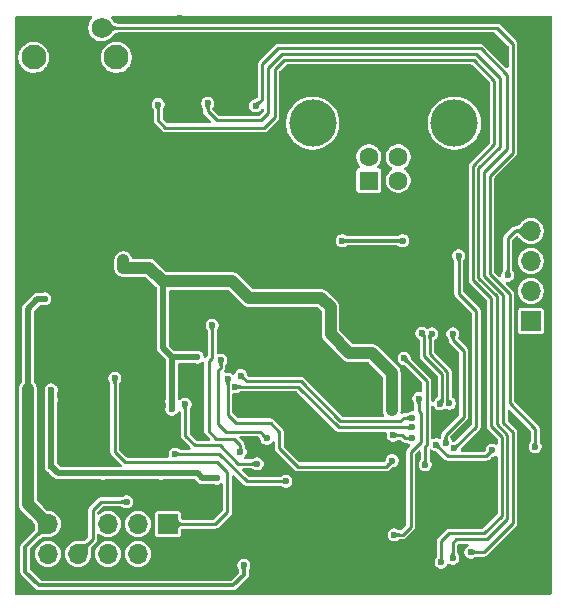
<source format=gbr>
%TF.GenerationSoftware,KiCad,Pcbnew,9.0.4-1.fc42*%
%TF.CreationDate,2025-09-30T21:00:36+03:00*%
%TF.ProjectId,bmp_x6,626d705f-7836-42e6-9b69-6361645f7063,rev?*%
%TF.SameCoordinates,Original*%
%TF.FileFunction,Copper,L2,Bot*%
%TF.FilePolarity,Positive*%
%FSLAX46Y46*%
G04 Gerber Fmt 4.6, Leading zero omitted, Abs format (unit mm)*
G04 Created by KiCad (PCBNEW 9.0.4-1.fc42) date 2025-09-30 21:00:36*
%MOMM*%
%LPD*%
G01*
G04 APERTURE LIST*
%TA.AperFunction,ComponentPad*%
%ADD10R,1.600000X1.600000*%
%TD*%
%TA.AperFunction,ComponentPad*%
%ADD11C,1.600000*%
%TD*%
%TA.AperFunction,ComponentPad*%
%ADD12C,4.000000*%
%TD*%
%TA.AperFunction,ComponentPad*%
%ADD13R,1.700000X1.700000*%
%TD*%
%TA.AperFunction,ComponentPad*%
%ADD14O,1.700000X1.700000*%
%TD*%
%TA.AperFunction,ComponentPad*%
%ADD15C,2.100000*%
%TD*%
%TA.AperFunction,ComponentPad*%
%ADD16C,1.750000*%
%TD*%
%TA.AperFunction,ViaPad*%
%ADD17C,0.600000*%
%TD*%
%TA.AperFunction,Conductor*%
%ADD18C,0.250000*%
%TD*%
%TA.AperFunction,Conductor*%
%ADD19C,0.500000*%
%TD*%
%TA.AperFunction,Conductor*%
%ADD20C,1.000000*%
%TD*%
%TA.AperFunction,Conductor*%
%ADD21C,0.300000*%
%TD*%
G04 APERTURE END LIST*
D10*
%TO.P,J1,1,VBUS*%
%TO.N,Net-(J1-VBUS)*%
X57490000Y-34157500D03*
D11*
%TO.P,J1,2,D-*%
%TO.N,/mcu/USBX2_DM*%
X59990000Y-34157500D03*
%TO.P,J1,3,D+*%
%TO.N,/mcu/USBX2_DP*%
X59990000Y-32157500D03*
%TO.P,J1,4,GND*%
%TO.N,Net-(J1-GND)*%
X57490000Y-32157500D03*
D12*
%TO.P,J1,5,Shield*%
X52740000Y-29297500D03*
X64740000Y-29297500D03*
%TD*%
D13*
%TO.P,J3,1,Pin_1*%
%TO.N,/io/xRST*%
X40490000Y-63250000D03*
D14*
%TO.P,J3,2,Pin_2*%
%TO.N,GND*%
X40490000Y-65790000D03*
%TO.P,J3,3,Pin_3*%
%TO.N,/io/xTCK*%
X37950000Y-63250000D03*
%TO.P,J3,4,Pin_4*%
%TO.N,/io/xRXD*%
X37950000Y-65790000D03*
%TO.P,J3,5,Pin_5*%
%TO.N,/io/xTMS*%
X35410000Y-63250000D03*
%TO.P,J3,6,Pin_6*%
%TO.N,/io/xTXD*%
X35410000Y-65790000D03*
%TO.P,J3,7,Pin_7*%
%TO.N,GND*%
X32870000Y-63250000D03*
%TO.P,J3,8,Pin_8*%
%TO.N,/io/xTDI*%
X32870000Y-65790000D03*
%TO.P,J3,9,Pin_9*%
%TO.N,xVCC*%
X30330000Y-63250000D03*
%TO.P,J3,10,Pin_10*%
%TO.N,/io/xTDO*%
X30330000Y-65790000D03*
%TD*%
D13*
%TO.P,J2,1,Pin_1*%
%TO.N,/mcu/OWN_NREST*%
X71198600Y-46051800D03*
D14*
%TO.P,J2,2,Pin_2*%
%TO.N,/mcu/OWN_SWDIO*%
X71198600Y-43511800D03*
%TO.P,J2,3,Pin_3*%
%TO.N,/mcu/OWN_SWCLK*%
X71198600Y-40971800D03*
%TO.P,J2,4,Pin_4*%
%TO.N,+3.3V*%
X71198600Y-38431800D03*
%TO.P,J2,5,Pin_5*%
%TO.N,GND*%
X71198600Y-35891800D03*
%TD*%
D15*
%TO.P,SW1,*%
%TO.N,*%
X29116400Y-23740000D03*
X36126400Y-23740000D03*
D16*
%TO.P,SW1,1,1*%
%TO.N,GND*%
X30366400Y-21250000D03*
%TO.P,SW1,2,2*%
%TO.N,/mcu/iBTN*%
X34866400Y-21250000D03*
%TD*%
D17*
%TO.N,GND*%
X28679000Y-39130200D03*
X53799600Y-49163200D03*
X41531400Y-47994800D03*
X57355600Y-50611000D03*
X31981000Y-46953400D03*
X44554000Y-32348400D03*
X45519200Y-27319200D03*
X35613200Y-57977000D03*
X32819200Y-53252600D03*
X28450400Y-29427400D03*
X36832400Y-50357000D03*
X70893800Y-63742800D03*
X39423200Y-53100200D03*
X31523800Y-51474600D03*
X34927400Y-41086000D03*
X47576600Y-42483000D03*
X33733600Y-23737800D03*
X63832600Y-41721000D03*
X68480800Y-39536600D03*
X59438400Y-68187800D03*
X28704400Y-42076600D03*
X66220200Y-43676800D03*
X31523800Y-23737800D03*
X32844600Y-36260000D03*
X31854000Y-57469000D03*
X70817600Y-51830200D03*
X71401800Y-53862200D03*
X70792200Y-50255400D03*
X49608600Y-45886600D03*
X39220000Y-67222600D03*
X59565400Y-56529200D03*
X37213400Y-56529200D03*
X54739400Y-59043800D03*
X55933200Y-30672000D03*
X54561600Y-62853800D03*
X52936000Y-45404000D03*
X41506000Y-20435800D03*
X42928400Y-52516000D03*
X55780800Y-45327800D03*
X72417800Y-55919600D03*
X65636000Y-47283600D03*
X48237000Y-68467200D03*
X60632200Y-41187600D03*
X29745800Y-51550800D03*
X35130600Y-48096400D03*
X70284200Y-55106800D03*
X63121400Y-54268600D03*
X37086400Y-53430400D03*
X67718800Y-56021200D03*
X65077200Y-38571400D03*
X60683000Y-52516000D03*
X33632000Y-42737000D03*
X64518400Y-22086800D03*
X70182600Y-42254400D03*
X34673400Y-26074600D03*
X44071400Y-61660000D03*
X41912400Y-37072800D03*
X29949000Y-47461400D03*
X59250000Y-37750000D03*
X53393200Y-57494400D03*
X58574800Y-62828400D03*
X63273800Y-58129400D03*
X38067523Y-39081964D03*
X53672600Y-42737000D03*
X48338600Y-35015400D03*
X35054400Y-53354200D03*
X44350800Y-65470000D03*
X38610400Y-29249600D03*
X41582200Y-27319200D03*
X49811800Y-62828400D03*
X71122400Y-31713400D03*
X31015800Y-59856600D03*
X70411200Y-47740800D03*
X47525800Y-38190400D03*
X55577600Y-53405000D03*
X67058400Y-61837800D03*
X29745800Y-50026800D03*
X41861600Y-34736000D03*
X51234200Y-45327800D03*
X45773200Y-20461200D03*
X47551200Y-45886600D03*
X52529600Y-38165000D03*
X34495600Y-60263000D03*
X66169400Y-59374000D03*
X33886000Y-45175400D03*
X53037600Y-67197200D03*
X57685800Y-59526400D03*
X70893800Y-61126600D03*
X53088400Y-65520800D03*
X38331000Y-59882000D03*
X52301000Y-22112200D03*
X72265400Y-21045400D03*
X63934200Y-48579000D03*
X29720400Y-56173600D03*
X61419600Y-30646600D03*
X71376400Y-66409800D03*
X46992400Y-52389000D03*
X72036800Y-27471600D03*
%TO.N,/mcu/iBTN*%
X71579600Y-56681600D03*
%TO.N,+3.3V*%
X69268200Y-42178200D03*
X42979200Y-49112400D03*
X59438400Y-53608200D03*
X36705400Y-40908200D03*
X59438400Y-52973200D03*
X45798600Y-42660800D03*
X36705400Y-41543200D03*
X40820200Y-53506600D03*
X40820200Y-52846200D03*
%TO.N,+5V*%
X60350000Y-39250000D03*
X55250000Y-39250000D03*
%TO.N,/mcu/OWN_NREST*%
X59565400Y-55716400D03*
X63197600Y-56529200D03*
X67947400Y-56986400D03*
X61191000Y-55970400D03*
%TO.N,/io/xRST*%
X35994200Y-50890400D03*
%TO.N,/io/xTDI*%
X36984800Y-61355200D03*
%TO.N,iRST_SENSE*%
X44223800Y-46394600D03*
X46611400Y-57138800D03*
%TO.N,/mcu/VBUS*%
X64747000Y-56834000D03*
X65102600Y-40527200D03*
%TO.N,/mcu/USBX1_DP*%
X62816600Y-47131200D03*
X64315200Y-53024000D03*
%TO.N,/mcu/USBX1_DM*%
X63502400Y-53049400D03*
X61978400Y-47105800D03*
%TO.N,/mcu/USBX1_H*%
X64620000Y-47131200D03*
X64010400Y-56376800D03*
%TO.N,xVCC*%
X28602800Y-52693800D03*
X46916200Y-66740000D03*
X28602800Y-51881000D03*
X30050600Y-44184800D03*
%TO.N,Net-(U1-PB7)*%
X61725000Y-52617000D03*
X59641600Y-64149200D03*
%TO.N,iTDO*%
X59489200Y-57875400D03*
X45544600Y-50966600D03*
%TO.N,/mcu/LED0*%
X39651800Y-27725600D03*
X63629400Y-66460600D03*
%TO.N,/mcu/LED1*%
X64620000Y-66130400D03*
X43842800Y-27624000D03*
%TO.N,/mcu/LED2*%
X66144000Y-65622400D03*
X47902600Y-27823000D03*
%TO.N,xTPWR*%
X44630200Y-59348600D03*
X39905800Y-58942200D03*
X30609400Y-52719200D03*
X34978200Y-58942200D03*
X30609400Y-51881000D03*
X30609400Y-58358000D03*
%TO.N,PWR_BR*%
X60492500Y-49226700D03*
X62257800Y-58205600D03*
%TO.N,iRST*%
X48846600Y-55995800D03*
X44960400Y-49391800D03*
%TO.N,iTMS*%
X41937800Y-53100200D03*
X48033800Y-58154800D03*
%TO.N,iRxD*%
X46649500Y-50674500D03*
X61191000Y-54243200D03*
%TO.N,iTMS_DIR*%
X41099600Y-57316600D03*
X50472200Y-59628000D03*
%TO.N,iTxD*%
X46205000Y-51619800D03*
X61114800Y-55056000D03*
%TD*%
D18*
%TO.N,/mcu/iBTN*%
X67744200Y-33745400D02*
X69700000Y-31789600D01*
X67744200Y-42102000D02*
X67744200Y-33745400D01*
X68328400Y-21248600D02*
X34867800Y-21248600D01*
X69420600Y-43778400D02*
X67744200Y-42102000D01*
X69700000Y-31789600D02*
X69700000Y-22620200D01*
X71579600Y-56681600D02*
X71579600Y-55183000D01*
X69420600Y-53024000D02*
X69420600Y-43778400D01*
X34867800Y-21248600D02*
X34866400Y-21250000D01*
X71579600Y-55183000D02*
X69420600Y-53024000D01*
X69700000Y-22620200D02*
X68328400Y-21248600D01*
D19*
%TO.N,+3.3V*%
X40820200Y-49112400D02*
X40058200Y-48350400D01*
D18*
X69268200Y-39028600D02*
X69865000Y-38431800D01*
D20*
X54256800Y-47182000D02*
X55857000Y-48782200D01*
D19*
X40058200Y-48350400D02*
X40058200Y-42686200D01*
D20*
X47373400Y-44108600D02*
X53469400Y-44108600D01*
X40058200Y-42686200D02*
X45951000Y-42686200D01*
D19*
X40820200Y-49112400D02*
X40820200Y-53506600D01*
D20*
X36705400Y-41543200D02*
X36705400Y-40908200D01*
D19*
X42979200Y-49112400D02*
X40820200Y-49112400D01*
D20*
X54256800Y-44896000D02*
X54256800Y-47182000D01*
D18*
X69268200Y-42178200D02*
X69268200Y-39028600D01*
D20*
X59438400Y-52973200D02*
X59438400Y-53608200D01*
X57787400Y-48782200D02*
X59438400Y-50433200D01*
X38915200Y-41543200D02*
X36705400Y-41543200D01*
X59438400Y-50433200D02*
X59438400Y-52973200D01*
X40058200Y-42686200D02*
X38915200Y-41543200D01*
X55857000Y-48782200D02*
X57787400Y-48782200D01*
X45951000Y-42686200D02*
X47373400Y-44108600D01*
X53469400Y-44108600D02*
X54256800Y-44896000D01*
D18*
X69865000Y-38431800D02*
X71198600Y-38431800D01*
D21*
%TO.N,+5V*%
X60350000Y-39250000D02*
X55250000Y-39250000D01*
D18*
%TO.N,/mcu/OWN_NREST*%
X67439400Y-57494400D02*
X67947400Y-56986400D01*
X59565400Y-55716400D02*
X60327400Y-55716400D01*
X60327400Y-55716400D02*
X60581400Y-55970400D01*
X60581400Y-55970400D02*
X61191000Y-55970400D01*
X63197600Y-56529200D02*
X64162800Y-57494400D01*
X64162800Y-57494400D02*
X67439400Y-57494400D01*
%TO.N,/io/xRST*%
X44655600Y-58002400D02*
X45519200Y-58866000D01*
X36857800Y-58002400D02*
X44655600Y-58002400D01*
X44488000Y-63250000D02*
X40490000Y-63250000D01*
X35994200Y-57138800D02*
X36857800Y-58002400D01*
X35994200Y-50890400D02*
X35994200Y-57138800D01*
X45519200Y-62218800D02*
X44488000Y-63250000D01*
X45519200Y-58866000D02*
X45519200Y-62218800D01*
%TO.N,/io/xTDI*%
X34825800Y-61355200D02*
X34114600Y-62066400D01*
X36984800Y-61355200D02*
X34825800Y-61355200D01*
X34114600Y-62066400D02*
X34114600Y-64545400D01*
X34114600Y-64545400D02*
X32870000Y-65790000D01*
%TO.N,iRST_SENSE*%
X44579400Y-56021200D02*
X43944400Y-55386200D01*
X46052600Y-56021200D02*
X44579400Y-56021200D01*
X46611400Y-56580000D02*
X46052600Y-56021200D01*
X43944400Y-49442600D02*
X44223800Y-49163200D01*
X44223800Y-49163200D02*
X44223800Y-46394600D01*
X43944400Y-55386200D02*
X43944400Y-49442600D01*
X46611400Y-57138800D02*
X46611400Y-56580000D01*
%TO.N,/mcu/VBUS*%
X65102600Y-43727600D02*
X65102600Y-40527200D01*
X64747000Y-56834000D02*
X66575800Y-55005200D01*
X66575800Y-45200800D02*
X65102600Y-43727600D01*
X66575800Y-55005200D02*
X66575800Y-45200800D01*
%TO.N,/mcu/USBX1_DP*%
X64137400Y-50331600D02*
X64137400Y-52846200D01*
X62638800Y-47309000D02*
X62638800Y-48833000D01*
X62816600Y-47131200D02*
X62638800Y-47309000D01*
X62638800Y-48833000D02*
X64137400Y-50331600D01*
X64137400Y-52846200D02*
X64315200Y-53024000D01*
%TO.N,/mcu/USBX1_DM*%
X63687400Y-52864400D02*
X63502400Y-53049400D01*
X62181600Y-49036200D02*
X63687400Y-50542000D01*
X61978400Y-47105800D02*
X62181600Y-47309000D01*
X63687400Y-50542000D02*
X63687400Y-52864400D01*
X62181600Y-47309000D02*
X62181600Y-49036200D01*
%TO.N,/mcu/USBX1_H*%
X64010400Y-55665600D02*
X65534400Y-54141600D01*
X65534400Y-54141600D02*
X65534400Y-48579000D01*
X64620000Y-47664600D02*
X64620000Y-47131200D01*
X64010400Y-56376800D02*
X64010400Y-55665600D01*
X65534400Y-48579000D02*
X64620000Y-47664600D01*
D19*
%TO.N,xVCC*%
X28628200Y-44997600D02*
X28628200Y-51855600D01*
X28628200Y-51855600D02*
X28602800Y-51881000D01*
X28628200Y-44997600D02*
X29441000Y-44184800D01*
D21*
X46027200Y-68441800D02*
X46916200Y-67552800D01*
D19*
X29441000Y-44184800D02*
X30050600Y-44184800D01*
D21*
X46916200Y-67552800D02*
X46916200Y-66740000D01*
X28399600Y-67273400D02*
X29568000Y-68441800D01*
D20*
X28628200Y-53227200D02*
X28628200Y-51804800D01*
X30330000Y-63250000D02*
X28628200Y-61548200D01*
D21*
X28399600Y-65180400D02*
X28399600Y-67273400D01*
D20*
X28628200Y-61548200D02*
X28628200Y-53227200D01*
D21*
X30330000Y-63250000D02*
X28399600Y-65180400D01*
X29568000Y-68441800D02*
X46027200Y-68441800D01*
D18*
%TO.N,Net-(U1-PB7)*%
X61902200Y-53811400D02*
X61902200Y-56275200D01*
X61725000Y-52617000D02*
X61725000Y-53634200D01*
X61038600Y-63463400D02*
X60352800Y-64149200D01*
X61038600Y-57138800D02*
X61038600Y-63463400D01*
X61902200Y-56275200D02*
X61038600Y-57138800D01*
X61725000Y-53634200D02*
X61902200Y-53811400D01*
X60352800Y-64149200D02*
X59641600Y-64149200D01*
%TO.N,iTDO*%
X49913400Y-55411600D02*
X49913400Y-56834000D01*
X51462800Y-58383400D02*
X58981200Y-58383400D01*
X49176800Y-54675000D02*
X49913400Y-55411600D01*
X45544600Y-53989200D02*
X46230400Y-54675000D01*
X49913400Y-56834000D02*
X51462800Y-58383400D01*
X46230400Y-54675000D02*
X49176800Y-54675000D01*
X45544600Y-50966600D02*
X45544600Y-53989200D01*
X58981200Y-58383400D02*
X59489200Y-57875400D01*
%TO.N,/mcu/LED0*%
X40261400Y-29681400D02*
X48618000Y-29681400D01*
X67287000Y-64022200D02*
X64264400Y-64022200D01*
X67845800Y-54954400D02*
X68774600Y-55883200D01*
X68132400Y-25700800D02*
X68132400Y-31095204D01*
X64264400Y-64022200D02*
X63629400Y-64657200D01*
X48618000Y-29681400D02*
X49532400Y-28767000D01*
X49532400Y-28767000D02*
X49532400Y-24753800D01*
X63629400Y-64657200D02*
X63629400Y-66460600D01*
X39651800Y-29071800D02*
X40261400Y-29681400D01*
X39651800Y-27725600D02*
X39651800Y-29071800D01*
X50345200Y-23941000D02*
X66372600Y-23941000D01*
X66321800Y-42588788D02*
X67845800Y-44112788D01*
X68132400Y-31095204D02*
X66321800Y-32905804D01*
X67845800Y-44112788D02*
X67845800Y-54954400D01*
X68774600Y-62534600D02*
X67287000Y-64022200D01*
X66372600Y-23941000D02*
X68132400Y-25700800D01*
X49532400Y-24753800D02*
X50345200Y-23941000D01*
X68774600Y-55883200D02*
X68774600Y-62534600D01*
X66321800Y-32905804D02*
X66321800Y-42588788D01*
%TO.N,/mcu/LED1*%
X69224600Y-62846600D02*
X67541000Y-64530200D01*
X68582400Y-31281600D02*
X66779000Y-33085000D01*
X48973600Y-24626800D02*
X50116600Y-23483800D01*
X68328400Y-43958992D02*
X68328400Y-54776600D01*
X68582400Y-25490400D02*
X68582400Y-31281600D01*
X68328400Y-54776600D02*
X69224600Y-55672800D01*
X64899400Y-64530200D02*
X64620000Y-64809600D01*
X67541000Y-64530200D02*
X64899400Y-64530200D01*
X48364000Y-29046400D02*
X48973600Y-28436800D01*
X66575800Y-23483800D02*
X68582400Y-25490400D01*
X43842800Y-27624000D02*
X43842800Y-28284400D01*
X44604800Y-29046400D02*
X48364000Y-29046400D01*
X43842800Y-28284400D02*
X44604800Y-29046400D01*
X50116600Y-23483800D02*
X66575800Y-23483800D01*
X66779000Y-42409592D02*
X68328400Y-43958992D01*
X64620000Y-64809600D02*
X64620000Y-66130400D01*
X66779000Y-33085000D02*
X66779000Y-42409592D01*
X48973600Y-28436800D02*
X48973600Y-24626800D01*
X69224600Y-55672800D02*
X69224600Y-62846600D01*
%TO.N,/mcu/LED2*%
X69674600Y-63158600D02*
X69674600Y-55437000D01*
X67210800Y-65622400D02*
X69674600Y-63158600D01*
X49811800Y-22975800D02*
X48465600Y-24322000D01*
X48465600Y-27260000D02*
X47902600Y-27823000D01*
X67287000Y-42281196D02*
X67287000Y-33415200D01*
X66144000Y-65622400D02*
X67210800Y-65622400D01*
X66956800Y-22975800D02*
X49811800Y-22975800D01*
X69192000Y-25211000D02*
X66956800Y-22975800D01*
X67287000Y-33415200D02*
X69192000Y-31510200D01*
X68887200Y-43881396D02*
X67287000Y-42281196D01*
X48465600Y-24322000D02*
X48465600Y-27260000D01*
X69192000Y-31510200D02*
X69192000Y-25211000D01*
X68887200Y-54649600D02*
X68887200Y-43881396D01*
X69674600Y-55437000D02*
X68887200Y-54649600D01*
D19*
%TO.N,xTPWR*%
X30609400Y-51881000D02*
X30609400Y-58358000D01*
X44630200Y-59348600D02*
X43411000Y-59348600D01*
X31193600Y-58942200D02*
X30609400Y-58358000D01*
X43004600Y-58942200D02*
X31193600Y-58942200D01*
X43411000Y-59348600D02*
X43004600Y-58942200D01*
D18*
%TO.N,PWR_BR*%
X60492500Y-49226700D02*
X62384800Y-51119000D01*
X62384800Y-51119000D02*
X62384800Y-56529200D01*
X62384800Y-56529200D02*
X62257800Y-56656200D01*
X62257800Y-56656200D02*
X62257800Y-58205600D01*
%TO.N,iRST*%
X44757200Y-54776600D02*
X45392200Y-55411600D01*
X45392200Y-55411600D02*
X48262400Y-55411600D01*
X48262400Y-55411600D02*
X48846600Y-55995800D01*
X44757200Y-50230000D02*
X44757200Y-54776600D01*
X44960400Y-50026800D02*
X44757200Y-50230000D01*
X44960400Y-49391800D02*
X44960400Y-50026800D01*
%TO.N,iTMS*%
X46433600Y-58154800D02*
X44858800Y-56580000D01*
X42750600Y-56580000D02*
X41937800Y-55767200D01*
X48033800Y-58154800D02*
X46433600Y-58154800D01*
X44858800Y-56580000D02*
X42750600Y-56580000D01*
X41937800Y-55767200D02*
X41937800Y-53100200D01*
%TO.N,iRxD*%
X60454400Y-54243200D02*
X61191000Y-54243200D01*
X55095000Y-54522600D02*
X60175000Y-54522600D01*
X47144800Y-51169800D02*
X51742200Y-51169800D01*
X46649500Y-50674500D02*
X47144800Y-51169800D01*
X51742200Y-51169800D02*
X55095000Y-54522600D01*
X60175000Y-54522600D02*
X60454400Y-54243200D01*
%TO.N,iTMS_DIR*%
X47144800Y-59628000D02*
X44833400Y-57316600D01*
X44833400Y-57316600D02*
X41099600Y-57316600D01*
X50472200Y-59628000D02*
X47144800Y-59628000D01*
%TO.N,iTxD*%
X51531800Y-51619800D02*
X54968000Y-55056000D01*
X54968000Y-55056000D02*
X61114800Y-55056000D01*
X46205000Y-51619800D02*
X51531800Y-51619800D01*
%TD*%
%TA.AperFunction,Conductor*%
%TO.N,/mcu/LED2*%
G36*
X48157347Y-27407078D02*
G01*
X48318264Y-27567995D01*
X48321691Y-27576268D01*
X48318479Y-27584320D01*
X48299678Y-27604138D01*
X48299662Y-27604157D01*
X48253417Y-27662949D01*
X48222478Y-27717431D01*
X48222475Y-27717437D01*
X48202893Y-27774425D01*
X48198063Y-27815348D01*
X48193690Y-27823162D01*
X48186363Y-27825676D01*
X47913432Y-27823786D01*
X47905183Y-27820302D01*
X47901813Y-27812167D01*
X47900373Y-27604138D01*
X47899926Y-27539619D01*
X47903296Y-27531323D01*
X47910669Y-27527878D01*
X47933993Y-27525971D01*
X47934000Y-27525969D01*
X47934002Y-27525969D01*
X47981473Y-27513952D01*
X48033210Y-27490355D01*
X48089249Y-27452880D01*
X48141301Y-27406606D01*
X48149760Y-27403671D01*
X48157347Y-27407078D01*
G37*
%TD.AperFunction*%
%TD*%
%TA.AperFunction,Conductor*%
%TO.N,Net-(U1-PB7)*%
G36*
X61733216Y-52624103D02*
G01*
X61927270Y-52815488D01*
X61930754Y-52823737D01*
X61927974Y-52831389D01*
X61912834Y-52849226D01*
X61912829Y-52849232D01*
X61887759Y-52891296D01*
X61887754Y-52891306D01*
X61867860Y-52944568D01*
X61854732Y-53010694D01*
X61850647Y-53080222D01*
X61846741Y-53088280D01*
X61838967Y-53091236D01*
X61611396Y-53091236D01*
X61603123Y-53087809D01*
X61599700Y-53079844D01*
X61598981Y-53052535D01*
X61598979Y-53052511D01*
X61593984Y-53010696D01*
X61590107Y-52978239D01*
X61573461Y-52917841D01*
X61547008Y-52863688D01*
X61521486Y-52831334D01*
X61519053Y-52822716D01*
X61522455Y-52815759D01*
X61716784Y-52624102D01*
X61725081Y-52620733D01*
X61733216Y-52624103D01*
G37*
%TD.AperFunction*%
%TD*%
%TA.AperFunction,Conductor*%
%TO.N,/mcu/USBX1_DM*%
G36*
X63807966Y-52641715D02*
G01*
X63811393Y-52649988D01*
X63811353Y-52650952D01*
X63804105Y-52738637D01*
X63803897Y-52740069D01*
X63787119Y-52820251D01*
X63774016Y-52884369D01*
X63778070Y-52938859D01*
X63775266Y-52947364D01*
X63770481Y-52950693D01*
X63513221Y-53046375D01*
X63504272Y-53046047D01*
X63498231Y-53039633D01*
X63400321Y-52786735D01*
X63400530Y-52777784D01*
X63407008Y-52771601D01*
X63407725Y-52771350D01*
X63426945Y-52765349D01*
X63498537Y-52739348D01*
X63544923Y-52699908D01*
X63557715Y-52672672D01*
X63561021Y-52648407D01*
X63565533Y-52640674D01*
X63572614Y-52638288D01*
X63799693Y-52638288D01*
X63807966Y-52641715D01*
G37*
%TD.AperFunction*%
%TD*%
%TA.AperFunction,Conductor*%
%TO.N,Net-(U1-PB7)*%
G36*
X59855988Y-63946224D02*
G01*
X59873830Y-63961368D01*
X59915903Y-63986443D01*
X59969173Y-64006340D01*
X60035297Y-64019468D01*
X60104824Y-64023553D01*
X60112880Y-64027458D01*
X60115836Y-64035232D01*
X60115836Y-64262803D01*
X60112409Y-64271076D01*
X60104444Y-64274499D01*
X60077130Y-64275218D01*
X60077106Y-64275220D01*
X60002832Y-64284093D01*
X59942439Y-64300739D01*
X59942437Y-64300740D01*
X59888287Y-64327192D01*
X59888285Y-64327193D01*
X59888282Y-64327195D01*
X59855934Y-64352713D01*
X59847316Y-64355146D01*
X59840358Y-64351743D01*
X59648703Y-64157416D01*
X59645333Y-64149119D01*
X59648703Y-64140984D01*
X59840090Y-63946928D01*
X59848337Y-63943445D01*
X59855988Y-63946224D01*
G37*
%TD.AperFunction*%
%TD*%
%TA.AperFunction,Conductor*%
%TO.N,xVCC*%
G36*
X29741707Y-61954330D02*
G01*
X29917297Y-62124168D01*
X29917302Y-62124172D01*
X29917307Y-62124177D01*
X30140661Y-62314893D01*
X30268766Y-62396465D01*
X30329251Y-62413875D01*
X30336253Y-62419456D01*
X30337714Y-62425217D01*
X30330804Y-63239203D01*
X30327307Y-63247447D01*
X30319203Y-63250804D01*
X29505912Y-63257708D01*
X29497610Y-63254351D01*
X29494363Y-63248414D01*
X29487193Y-63214291D01*
X29487192Y-63214288D01*
X29446822Y-63135491D01*
X29377776Y-63038289D01*
X29224418Y-62859237D01*
X29224414Y-62859232D01*
X29224403Y-62859220D01*
X29107420Y-62737682D01*
X29034291Y-62661706D01*
X29031023Y-62653369D01*
X29034447Y-62645320D01*
X29725301Y-61954466D01*
X29733573Y-61951040D01*
X29741707Y-61954330D01*
G37*
%TD.AperFunction*%
%TD*%
%TA.AperFunction,Conductor*%
%TO.N,iRST*%
G36*
X48607920Y-55579920D02*
G01*
X48627732Y-55598714D01*
X48627733Y-55598716D01*
X48627736Y-55598718D01*
X48627741Y-55598723D01*
X48686547Y-55644981D01*
X48741026Y-55675919D01*
X48798023Y-55695505D01*
X48838948Y-55700336D01*
X48846762Y-55704709D01*
X48849276Y-55712036D01*
X48847386Y-55984967D01*
X48843902Y-55993216D01*
X48835767Y-55996586D01*
X48563220Y-55998472D01*
X48554923Y-55995102D01*
X48551478Y-55987727D01*
X48549571Y-55964407D01*
X48549569Y-55964400D01*
X48549569Y-55964397D01*
X48537552Y-55916925D01*
X48527812Y-55895571D01*
X48513955Y-55865189D01*
X48476480Y-55809150D01*
X48430207Y-55757099D01*
X48427271Y-55748639D01*
X48430677Y-55741053D01*
X48591596Y-55580134D01*
X48599868Y-55576708D01*
X48607920Y-55579920D01*
G37*
%TD.AperFunction*%
%TD*%
%TA.AperFunction,Conductor*%
%TO.N,iTMS_DIR*%
G36*
X50273441Y-59425456D02*
G01*
X50465096Y-59619784D01*
X50468466Y-59628081D01*
X50465096Y-59636216D01*
X50273711Y-59830270D01*
X50265462Y-59833754D01*
X50257810Y-59830974D01*
X50239973Y-59815834D01*
X50239967Y-59815829D01*
X50197902Y-59790759D01*
X50197892Y-59790754D01*
X50144630Y-59770860D01*
X50078505Y-59757732D01*
X50008978Y-59753647D01*
X50000920Y-59749741D01*
X49997964Y-59741967D01*
X49997964Y-59514396D01*
X50001391Y-59506123D01*
X50009355Y-59502700D01*
X50036665Y-59501981D01*
X50036676Y-59501979D01*
X50036684Y-59501979D01*
X50054775Y-59499818D01*
X50110957Y-59493108D01*
X50171357Y-59476462D01*
X50225510Y-59450009D01*
X50257866Y-59424485D01*
X50266483Y-59422053D01*
X50273441Y-59425456D01*
G37*
%TD.AperFunction*%
%TD*%
%TA.AperFunction,Conductor*%
%TO.N,+3.3V*%
G36*
X70622819Y-37845176D02*
G01*
X70623341Y-37845675D01*
X71191535Y-38423597D01*
X71194892Y-38431899D01*
X71191535Y-38440003D01*
X70623341Y-39017924D01*
X70615097Y-39021421D01*
X70606795Y-39018064D01*
X70606296Y-39017542D01*
X70492125Y-38890503D01*
X70491931Y-38890282D01*
X70438445Y-38827674D01*
X70318102Y-38707445D01*
X70318100Y-38707443D01*
X70194916Y-38626352D01*
X70049438Y-38575468D01*
X70049435Y-38575467D01*
X70049434Y-38575467D01*
X69962756Y-38561634D01*
X69876122Y-38557350D01*
X69868028Y-38553518D01*
X69865000Y-38545664D01*
X69865000Y-38317794D01*
X69868427Y-38309521D01*
X69875972Y-38306117D01*
X69985427Y-38299311D01*
X70089027Y-38278146D01*
X70178208Y-38245255D01*
X70255375Y-38202591D01*
X70322934Y-38152103D01*
X70356465Y-38120791D01*
X70383282Y-38095751D01*
X70383284Y-38095748D01*
X70383290Y-38095743D01*
X70492019Y-37973214D01*
X70606297Y-37846056D01*
X70614375Y-37842195D01*
X70622819Y-37845176D01*
G37*
%TD.AperFunction*%
%TD*%
%TA.AperFunction,Conductor*%
%TO.N,/io/xTDI*%
G36*
X33739607Y-64759375D02*
G01*
X33900724Y-64920492D01*
X33904151Y-64928765D01*
X33901217Y-64936514D01*
X33827265Y-65020170D01*
X33827262Y-65020174D01*
X33767836Y-65109733D01*
X33767835Y-65109734D01*
X33727101Y-65197301D01*
X33701939Y-65283238D01*
X33689243Y-65367866D01*
X33685894Y-65451545D01*
X33685894Y-65451555D01*
X33694784Y-65617377D01*
X33694785Y-65617429D01*
X33694787Y-65617429D01*
X33703057Y-65785409D01*
X33700041Y-65793840D01*
X33691946Y-65797670D01*
X33691272Y-65797684D01*
X32880796Y-65790804D01*
X32872552Y-65787307D01*
X32869195Y-65779203D01*
X32867821Y-65617377D01*
X32862315Y-64968726D01*
X32865672Y-64960425D01*
X32873916Y-64956928D01*
X32874571Y-64956941D01*
X33042463Y-64965207D01*
X33042676Y-64965220D01*
X33128919Y-64971428D01*
X33300110Y-64970003D01*
X33445899Y-64938904D01*
X33586305Y-64870506D01*
X33658253Y-64818134D01*
X33723474Y-64758982D01*
X33731904Y-64755962D01*
X33739607Y-64759375D01*
G37*
%TD.AperFunction*%
%TD*%
%TA.AperFunction,Conductor*%
%TO.N,iTxD*%
G36*
X60916041Y-54853456D02*
G01*
X61107696Y-55047784D01*
X61111066Y-55056081D01*
X61107696Y-55064216D01*
X60916311Y-55258270D01*
X60908062Y-55261754D01*
X60900410Y-55258974D01*
X60882573Y-55243834D01*
X60882567Y-55243829D01*
X60840502Y-55218759D01*
X60840492Y-55218754D01*
X60787230Y-55198860D01*
X60721105Y-55185732D01*
X60651578Y-55181647D01*
X60643520Y-55177741D01*
X60640564Y-55169967D01*
X60640564Y-54942396D01*
X60643991Y-54934123D01*
X60651955Y-54930700D01*
X60679265Y-54929981D01*
X60679276Y-54929979D01*
X60679284Y-54929979D01*
X60697375Y-54927818D01*
X60753557Y-54921108D01*
X60813957Y-54904462D01*
X60868110Y-54878009D01*
X60900466Y-54852485D01*
X60909083Y-54850053D01*
X60916041Y-54853456D01*
G37*
%TD.AperFunction*%
%TD*%
%TA.AperFunction,Conductor*%
%TO.N,/mcu/iBTN*%
G36*
X71701477Y-56210791D02*
G01*
X71704900Y-56218756D01*
X71705618Y-56246066D01*
X71705620Y-56246090D01*
X71714492Y-56320355D01*
X71714494Y-56320368D01*
X71731138Y-56380757D01*
X71731139Y-56380760D01*
X71744102Y-56407297D01*
X71757593Y-56434914D01*
X71783113Y-56467265D01*
X71785546Y-56475883D01*
X71782143Y-56482841D01*
X71587816Y-56674496D01*
X71579519Y-56677866D01*
X71571384Y-56674496D01*
X71377329Y-56483111D01*
X71373845Y-56474862D01*
X71376624Y-56467212D01*
X71391768Y-56449370D01*
X71416843Y-56407297D01*
X71436740Y-56354027D01*
X71449868Y-56287903D01*
X71453953Y-56218378D01*
X71457859Y-56210320D01*
X71465633Y-56207364D01*
X71693204Y-56207364D01*
X71701477Y-56210791D01*
G37*
%TD.AperFunction*%
%TD*%
%TA.AperFunction,Conductor*%
%TO.N,/mcu/USBX1_H*%
G36*
X64132277Y-55905991D02*
G01*
X64135700Y-55913956D01*
X64136418Y-55941266D01*
X64136420Y-55941290D01*
X64145292Y-56015555D01*
X64145294Y-56015568D01*
X64161938Y-56075957D01*
X64161939Y-56075960D01*
X64174902Y-56102497D01*
X64188393Y-56130114D01*
X64213913Y-56162465D01*
X64216346Y-56171083D01*
X64212943Y-56178041D01*
X64018616Y-56369696D01*
X64010319Y-56373066D01*
X64002184Y-56369696D01*
X63808129Y-56178311D01*
X63804645Y-56170062D01*
X63807424Y-56162412D01*
X63822568Y-56144570D01*
X63847643Y-56102497D01*
X63867540Y-56049227D01*
X63880668Y-55983103D01*
X63884753Y-55913578D01*
X63888659Y-55905520D01*
X63896433Y-55902564D01*
X64124004Y-55902564D01*
X64132277Y-55905991D01*
G37*
%TD.AperFunction*%
%TD*%
%TA.AperFunction,Conductor*%
%TO.N,+3.3V*%
G36*
X69390077Y-41707391D02*
G01*
X69393500Y-41715356D01*
X69394218Y-41742666D01*
X69394220Y-41742690D01*
X69403092Y-41816955D01*
X69403094Y-41816968D01*
X69419738Y-41877357D01*
X69419739Y-41877360D01*
X69432702Y-41903897D01*
X69446193Y-41931514D01*
X69471713Y-41963865D01*
X69474146Y-41972483D01*
X69470743Y-41979441D01*
X69276416Y-42171096D01*
X69268119Y-42174466D01*
X69259984Y-42171096D01*
X69065929Y-41979711D01*
X69062445Y-41971462D01*
X69065224Y-41963812D01*
X69080368Y-41945970D01*
X69105443Y-41903897D01*
X69125340Y-41850627D01*
X69138468Y-41784503D01*
X69142553Y-41714978D01*
X69146459Y-41706920D01*
X69154233Y-41703964D01*
X69381804Y-41703964D01*
X69390077Y-41707391D01*
G37*
%TD.AperFunction*%
%TD*%
%TA.AperFunction,Conductor*%
%TO.N,iTxD*%
G36*
X46419388Y-51416824D02*
G01*
X46437230Y-51431968D01*
X46479303Y-51457043D01*
X46532573Y-51476940D01*
X46598697Y-51490068D01*
X46668224Y-51494153D01*
X46676280Y-51498058D01*
X46679236Y-51505832D01*
X46679236Y-51733403D01*
X46675809Y-51741676D01*
X46667844Y-51745099D01*
X46640530Y-51745818D01*
X46640506Y-51745820D01*
X46566232Y-51754693D01*
X46505839Y-51771339D01*
X46505837Y-51771340D01*
X46451687Y-51797792D01*
X46451685Y-51797793D01*
X46451682Y-51797795D01*
X46419334Y-51823313D01*
X46410716Y-51825746D01*
X46403758Y-51822343D01*
X46212103Y-51628016D01*
X46208733Y-51619719D01*
X46212103Y-51611584D01*
X46403490Y-51417528D01*
X46411737Y-51414045D01*
X46419388Y-51416824D01*
G37*
%TD.AperFunction*%
%TD*%
%TA.AperFunction,Conductor*%
%TO.N,/io/xRST*%
G36*
X36002416Y-50897503D02*
G01*
X36196470Y-51088888D01*
X36199954Y-51097137D01*
X36197174Y-51104789D01*
X36182034Y-51122626D01*
X36182029Y-51122632D01*
X36156959Y-51164696D01*
X36156954Y-51164706D01*
X36137060Y-51217968D01*
X36123932Y-51284094D01*
X36119847Y-51353622D01*
X36115941Y-51361680D01*
X36108167Y-51364636D01*
X35880596Y-51364636D01*
X35872323Y-51361209D01*
X35868900Y-51353244D01*
X35868181Y-51325935D01*
X35868179Y-51325911D01*
X35863184Y-51284096D01*
X35859307Y-51251639D01*
X35842661Y-51191241D01*
X35816208Y-51137088D01*
X35790686Y-51104734D01*
X35788253Y-51096116D01*
X35791655Y-51089159D01*
X35985984Y-50897502D01*
X35994281Y-50894133D01*
X36002416Y-50897503D01*
G37*
%TD.AperFunction*%
%TD*%
%TA.AperFunction,Conductor*%
%TO.N,iRST_SENSE*%
G36*
X46733277Y-56667991D02*
G01*
X46736700Y-56675956D01*
X46737418Y-56703266D01*
X46737420Y-56703290D01*
X46746292Y-56777555D01*
X46746294Y-56777568D01*
X46762938Y-56837957D01*
X46762939Y-56837960D01*
X46775902Y-56864497D01*
X46789393Y-56892114D01*
X46814913Y-56924465D01*
X46817346Y-56933083D01*
X46813943Y-56940041D01*
X46619616Y-57131696D01*
X46611319Y-57135066D01*
X46603184Y-57131696D01*
X46409129Y-56940311D01*
X46405645Y-56932062D01*
X46408424Y-56924412D01*
X46423568Y-56906570D01*
X46448643Y-56864497D01*
X46468540Y-56811227D01*
X46481668Y-56745103D01*
X46485753Y-56675578D01*
X46489659Y-56667520D01*
X46497433Y-56664564D01*
X46725004Y-56664564D01*
X46733277Y-56667991D01*
G37*
%TD.AperFunction*%
%TD*%
%TA.AperFunction,Conductor*%
%TO.N,/mcu/USBX1_H*%
G36*
X64628216Y-47138303D02*
G01*
X64822270Y-47329688D01*
X64825754Y-47337937D01*
X64822974Y-47345589D01*
X64807834Y-47363426D01*
X64807829Y-47363432D01*
X64782759Y-47405496D01*
X64782754Y-47405506D01*
X64762860Y-47458768D01*
X64749732Y-47524894D01*
X64745647Y-47594422D01*
X64741741Y-47602480D01*
X64733967Y-47605436D01*
X64506396Y-47605436D01*
X64498123Y-47602009D01*
X64494700Y-47594044D01*
X64493981Y-47566735D01*
X64493979Y-47566711D01*
X64488984Y-47524896D01*
X64485107Y-47492439D01*
X64468461Y-47432041D01*
X64442008Y-47377888D01*
X64416486Y-47345534D01*
X64414053Y-47336916D01*
X64417455Y-47329959D01*
X64611784Y-47138302D01*
X64620081Y-47134933D01*
X64628216Y-47138303D01*
G37*
%TD.AperFunction*%
%TD*%
%TA.AperFunction,Conductor*%
%TO.N,PWR_BR*%
G36*
X62379677Y-57734791D02*
G01*
X62383100Y-57742756D01*
X62383818Y-57770066D01*
X62383820Y-57770090D01*
X62392692Y-57844355D01*
X62392694Y-57844368D01*
X62409338Y-57904757D01*
X62409339Y-57904760D01*
X62422302Y-57931297D01*
X62435793Y-57958914D01*
X62461313Y-57991265D01*
X62463746Y-57999883D01*
X62460343Y-58006841D01*
X62266016Y-58198496D01*
X62257719Y-58201866D01*
X62249584Y-58198496D01*
X62055529Y-58007111D01*
X62052045Y-57998862D01*
X62054824Y-57991212D01*
X62069968Y-57973370D01*
X62095043Y-57931297D01*
X62114940Y-57878027D01*
X62128068Y-57811903D01*
X62132153Y-57742378D01*
X62136059Y-57734320D01*
X62143833Y-57731364D01*
X62371404Y-57731364D01*
X62379677Y-57734791D01*
G37*
%TD.AperFunction*%
%TD*%
%TA.AperFunction,Conductor*%
%TO.N,iTMS*%
G36*
X41946016Y-53107303D02*
G01*
X42140070Y-53298688D01*
X42143554Y-53306937D01*
X42140774Y-53314589D01*
X42125634Y-53332426D01*
X42125629Y-53332432D01*
X42100559Y-53374496D01*
X42100554Y-53374506D01*
X42080660Y-53427768D01*
X42067532Y-53493894D01*
X42063447Y-53563422D01*
X42059541Y-53571480D01*
X42051767Y-53574436D01*
X41824196Y-53574436D01*
X41815923Y-53571009D01*
X41812500Y-53563044D01*
X41811781Y-53535735D01*
X41811779Y-53535711D01*
X41806784Y-53493896D01*
X41802907Y-53461439D01*
X41786261Y-53401041D01*
X41759808Y-53346888D01*
X41734286Y-53314534D01*
X41731853Y-53305916D01*
X41735255Y-53298959D01*
X41929584Y-53107302D01*
X41937881Y-53103933D01*
X41946016Y-53107303D01*
G37*
%TD.AperFunction*%
%TD*%
%TA.AperFunction,Conductor*%
%TO.N,/mcu/VBUS*%
G36*
X65110816Y-40534303D02*
G01*
X65304870Y-40725688D01*
X65308354Y-40733937D01*
X65305574Y-40741589D01*
X65290434Y-40759426D01*
X65290429Y-40759432D01*
X65265359Y-40801496D01*
X65265354Y-40801506D01*
X65245460Y-40854768D01*
X65232332Y-40920894D01*
X65228247Y-40990422D01*
X65224341Y-40998480D01*
X65216567Y-41001436D01*
X64988996Y-41001436D01*
X64980723Y-40998009D01*
X64977300Y-40990044D01*
X64976581Y-40962735D01*
X64976579Y-40962711D01*
X64971584Y-40920896D01*
X64967707Y-40888439D01*
X64951061Y-40828041D01*
X64924608Y-40773888D01*
X64899086Y-40741534D01*
X64896653Y-40732916D01*
X64900055Y-40725959D01*
X65094384Y-40534302D01*
X65102681Y-40530933D01*
X65110816Y-40534303D01*
G37*
%TD.AperFunction*%
%TD*%
%TA.AperFunction,Conductor*%
%TO.N,/mcu/OWN_NREST*%
G36*
X60992241Y-55767856D02*
G01*
X61183896Y-55962184D01*
X61187266Y-55970481D01*
X61183896Y-55978616D01*
X60992511Y-56172670D01*
X60984262Y-56176154D01*
X60976610Y-56173374D01*
X60958773Y-56158234D01*
X60958767Y-56158229D01*
X60916702Y-56133159D01*
X60916692Y-56133154D01*
X60863430Y-56113260D01*
X60797305Y-56100132D01*
X60727778Y-56096047D01*
X60719720Y-56092141D01*
X60716764Y-56084367D01*
X60716764Y-55856796D01*
X60720191Y-55848523D01*
X60728155Y-55845100D01*
X60755465Y-55844381D01*
X60755476Y-55844379D01*
X60755484Y-55844379D01*
X60773575Y-55842218D01*
X60829757Y-55835508D01*
X60890157Y-55818862D01*
X60944310Y-55792409D01*
X60976666Y-55766885D01*
X60985283Y-55764453D01*
X60992241Y-55767856D01*
G37*
%TD.AperFunction*%
%TD*%
%TA.AperFunction,Conductor*%
%TO.N,xVCC*%
G36*
X30319203Y-63249195D02*
G01*
X30327447Y-63252692D01*
X30330804Y-63260796D01*
X30337686Y-64071461D01*
X30334329Y-64079763D01*
X30326085Y-64083260D01*
X30325590Y-64083253D01*
X30182901Y-64078419D01*
X30182719Y-64078412D01*
X30100462Y-64074343D01*
X29926175Y-64079098D01*
X29896782Y-64085805D01*
X29777546Y-64113012D01*
X29705909Y-64148630D01*
X29634271Y-64184248D01*
X29560918Y-64238047D01*
X29560915Y-64238049D01*
X29560909Y-64238054D01*
X29494204Y-64298679D01*
X29485777Y-64301708D01*
X29478062Y-64298294D01*
X29281609Y-64101841D01*
X29278182Y-64093568D01*
X29281128Y-64085807D01*
X29356597Y-64000711D01*
X29417650Y-63909823D01*
X29460082Y-63821052D01*
X29486998Y-63734063D01*
X29501501Y-63648522D01*
X29506697Y-63564092D01*
X29501584Y-63397229D01*
X29496746Y-63254407D01*
X29499890Y-63246024D01*
X29508043Y-63242319D01*
X29508510Y-63242312D01*
X30319203Y-63249195D01*
G37*
%TD.AperFunction*%
%TD*%
%TA.AperFunction,Conductor*%
%TO.N,/mcu/USBX1_DP*%
G36*
X64261405Y-52609115D02*
G01*
X64264521Y-52614710D01*
X64275955Y-52663337D01*
X64275955Y-52663338D01*
X64309905Y-52701687D01*
X64309909Y-52701691D01*
X64334937Y-52715499D01*
X64354193Y-52726123D01*
X64398746Y-52742007D01*
X64415896Y-52747992D01*
X64422578Y-52753954D01*
X64423088Y-52762894D01*
X64422860Y-52763493D01*
X64319591Y-53014332D01*
X64313273Y-53020678D01*
X64304471Y-53020759D01*
X64049499Y-52919976D01*
X64043065Y-52913748D01*
X64042174Y-52907788D01*
X64047854Y-52857394D01*
X64035144Y-52785292D01*
X64026799Y-52745029D01*
X64026618Y-52743868D01*
X64013727Y-52618585D01*
X64016290Y-52610005D01*
X64024168Y-52605749D01*
X64025366Y-52605688D01*
X64253132Y-52605688D01*
X64261405Y-52609115D01*
G37*
%TD.AperFunction*%
%TD*%
%TA.AperFunction,Conductor*%
%TO.N,iRxD*%
G36*
X60992241Y-54040656D02*
G01*
X61183896Y-54234984D01*
X61187266Y-54243281D01*
X61183896Y-54251416D01*
X60992511Y-54445470D01*
X60984262Y-54448954D01*
X60976610Y-54446174D01*
X60958773Y-54431034D01*
X60958767Y-54431029D01*
X60916702Y-54405959D01*
X60916692Y-54405954D01*
X60863430Y-54386060D01*
X60797305Y-54372932D01*
X60727778Y-54368847D01*
X60719720Y-54364941D01*
X60716764Y-54357167D01*
X60716764Y-54129596D01*
X60720191Y-54121323D01*
X60728155Y-54117900D01*
X60755465Y-54117181D01*
X60755476Y-54117179D01*
X60755484Y-54117179D01*
X60773575Y-54115018D01*
X60829757Y-54108308D01*
X60890157Y-54091662D01*
X60944310Y-54065209D01*
X60976666Y-54039685D01*
X60985283Y-54037253D01*
X60992241Y-54040656D01*
G37*
%TD.AperFunction*%
%TD*%
%TA.AperFunction,Conductor*%
%TO.N,/mcu/LED2*%
G36*
X66358388Y-65419424D02*
G01*
X66376230Y-65434568D01*
X66418303Y-65459643D01*
X66471573Y-65479540D01*
X66537697Y-65492668D01*
X66607224Y-65496753D01*
X66615280Y-65500658D01*
X66618236Y-65508432D01*
X66618236Y-65736003D01*
X66614809Y-65744276D01*
X66606844Y-65747699D01*
X66579530Y-65748418D01*
X66579506Y-65748420D01*
X66505232Y-65757293D01*
X66444839Y-65773939D01*
X66444837Y-65773940D01*
X66390687Y-65800392D01*
X66390685Y-65800393D01*
X66390682Y-65800395D01*
X66358334Y-65825913D01*
X66349716Y-65828346D01*
X66342758Y-65824943D01*
X66151103Y-65630616D01*
X66147733Y-65622319D01*
X66151103Y-65614184D01*
X66342490Y-65420128D01*
X66350737Y-65416645D01*
X66358388Y-65419424D01*
G37*
%TD.AperFunction*%
%TD*%
%TA.AperFunction,Conductor*%
%TO.N,iTMS*%
G36*
X47835041Y-57952256D02*
G01*
X48026696Y-58146584D01*
X48030066Y-58154881D01*
X48026696Y-58163016D01*
X47835311Y-58357070D01*
X47827062Y-58360554D01*
X47819410Y-58357774D01*
X47801573Y-58342634D01*
X47801567Y-58342629D01*
X47759502Y-58317559D01*
X47759492Y-58317554D01*
X47706230Y-58297660D01*
X47640105Y-58284532D01*
X47570578Y-58280447D01*
X47562520Y-58276541D01*
X47559564Y-58268767D01*
X47559564Y-58041196D01*
X47562991Y-58032923D01*
X47570955Y-58029500D01*
X47598265Y-58028781D01*
X47598276Y-58028779D01*
X47598284Y-58028779D01*
X47616375Y-58026618D01*
X47672557Y-58019908D01*
X47732957Y-58003262D01*
X47787110Y-57976809D01*
X47819466Y-57951285D01*
X47828083Y-57948853D01*
X47835041Y-57952256D01*
G37*
%TD.AperFunction*%
%TD*%
%TA.AperFunction,Conductor*%
%TO.N,iTMS_DIR*%
G36*
X41313988Y-57113624D02*
G01*
X41331830Y-57128768D01*
X41373903Y-57153843D01*
X41427173Y-57173740D01*
X41493297Y-57186868D01*
X41562824Y-57190953D01*
X41570880Y-57194858D01*
X41573836Y-57202632D01*
X41573836Y-57430203D01*
X41570409Y-57438476D01*
X41562444Y-57441899D01*
X41535130Y-57442618D01*
X41535106Y-57442620D01*
X41460832Y-57451493D01*
X41400439Y-57468139D01*
X41400437Y-57468140D01*
X41346287Y-57494592D01*
X41346285Y-57494593D01*
X41346282Y-57494595D01*
X41313934Y-57520113D01*
X41305316Y-57522546D01*
X41298358Y-57519143D01*
X41106703Y-57324816D01*
X41103333Y-57316519D01*
X41106703Y-57308384D01*
X41298090Y-57114328D01*
X41306337Y-57110845D01*
X41313988Y-57113624D01*
G37*
%TD.AperFunction*%
%TD*%
%TA.AperFunction,Conductor*%
%TO.N,/mcu/OWN_NREST*%
G36*
X67936567Y-56985613D02*
G01*
X67944816Y-56989097D01*
X67948186Y-56997232D01*
X67950073Y-57269779D01*
X67946703Y-57278076D01*
X67939327Y-57281521D01*
X67916005Y-57283429D01*
X67915995Y-57283430D01*
X67868524Y-57295447D01*
X67816796Y-57319041D01*
X67816788Y-57319045D01*
X67760750Y-57356520D01*
X67760741Y-57356527D01*
X67708698Y-57402792D01*
X67700238Y-57405728D01*
X67692652Y-57402321D01*
X67531735Y-57241404D01*
X67528308Y-57233131D01*
X67531519Y-57225079D01*
X67550322Y-57205260D01*
X67596581Y-57146452D01*
X67627519Y-57091973D01*
X67647105Y-57034976D01*
X67651936Y-56994050D01*
X67656309Y-56986237D01*
X67663634Y-56983723D01*
X67936567Y-56985613D01*
G37*
%TD.AperFunction*%
%TD*%
%TA.AperFunction,Conductor*%
%TO.N,/io/xRST*%
G36*
X41340060Y-62753604D02*
G01*
X41341676Y-62758564D01*
X41347100Y-62818603D01*
X41347101Y-62818606D01*
X41347101Y-62818608D01*
X41364846Y-62882949D01*
X41364847Y-62882953D01*
X41391543Y-62939794D01*
X41391544Y-62939796D01*
X41430077Y-62994711D01*
X41430077Y-62994712D01*
X41430080Y-62994715D01*
X41475235Y-63040061D01*
X41475241Y-63040065D01*
X41528470Y-63078175D01*
X41528471Y-63078175D01*
X41528472Y-63078176D01*
X41583389Y-63105058D01*
X41670665Y-63123073D01*
X41678075Y-63128101D01*
X41680000Y-63134531D01*
X41680000Y-63365265D01*
X41676573Y-63373538D01*
X41670429Y-63376770D01*
X41594672Y-63390788D01*
X41491808Y-63446590D01*
X41410241Y-63530965D01*
X41358351Y-63636053D01*
X41342565Y-63742674D01*
X41337963Y-63750356D01*
X41329277Y-63752534D01*
X41324977Y-63750996D01*
X40505746Y-63260036D01*
X40500411Y-63252844D01*
X40501724Y-63243986D01*
X40505746Y-63239964D01*
X41324011Y-62749581D01*
X41332868Y-62748269D01*
X41340060Y-62753604D01*
G37*
%TD.AperFunction*%
%TD*%
%TA.AperFunction,Conductor*%
%TO.N,/mcu/OWN_NREST*%
G36*
X59779788Y-55513424D02*
G01*
X59797630Y-55528568D01*
X59839703Y-55553643D01*
X59892973Y-55573540D01*
X59959097Y-55586668D01*
X60028624Y-55590753D01*
X60036680Y-55594658D01*
X60039636Y-55602432D01*
X60039636Y-55830003D01*
X60036209Y-55838276D01*
X60028244Y-55841699D01*
X60000930Y-55842418D01*
X60000906Y-55842420D01*
X59926632Y-55851293D01*
X59866239Y-55867939D01*
X59866237Y-55867940D01*
X59812087Y-55894392D01*
X59812085Y-55894393D01*
X59812082Y-55894395D01*
X59779734Y-55919913D01*
X59771116Y-55922346D01*
X59764158Y-55918943D01*
X59572503Y-55724616D01*
X59569133Y-55716319D01*
X59572503Y-55708184D01*
X59763890Y-55514128D01*
X59772137Y-55510645D01*
X59779788Y-55513424D01*
G37*
%TD.AperFunction*%
%TD*%
%TA.AperFunction,Conductor*%
%TO.N,iRST*%
G36*
X44968616Y-49398903D02*
G01*
X45162670Y-49590288D01*
X45166154Y-49598537D01*
X45163374Y-49606189D01*
X45148234Y-49624026D01*
X45148229Y-49624032D01*
X45123159Y-49666096D01*
X45123154Y-49666106D01*
X45103260Y-49719368D01*
X45090132Y-49785494D01*
X45086047Y-49855022D01*
X45082141Y-49863080D01*
X45074367Y-49866036D01*
X44846796Y-49866036D01*
X44838523Y-49862609D01*
X44835100Y-49854644D01*
X44834381Y-49827335D01*
X44834379Y-49827311D01*
X44829384Y-49785496D01*
X44825507Y-49753039D01*
X44808861Y-49692641D01*
X44782408Y-49638488D01*
X44756886Y-49606134D01*
X44754453Y-49597516D01*
X44757855Y-49590559D01*
X44952184Y-49398902D01*
X44960481Y-49395533D01*
X44968616Y-49398903D01*
G37*
%TD.AperFunction*%
%TD*%
%TA.AperFunction,Conductor*%
%TO.N,/mcu/LED1*%
G36*
X64741877Y-65659591D02*
G01*
X64745300Y-65667556D01*
X64746018Y-65694866D01*
X64746020Y-65694890D01*
X64754892Y-65769155D01*
X64754894Y-65769168D01*
X64771538Y-65829557D01*
X64771539Y-65829560D01*
X64784502Y-65856097D01*
X64797993Y-65883714D01*
X64823513Y-65916065D01*
X64825946Y-65924683D01*
X64822543Y-65931641D01*
X64628216Y-66123296D01*
X64619919Y-66126666D01*
X64611784Y-66123296D01*
X64417729Y-65931911D01*
X64414245Y-65923662D01*
X64417024Y-65916012D01*
X64432168Y-65898170D01*
X64457243Y-65856097D01*
X64477140Y-65802827D01*
X64490268Y-65736703D01*
X64494353Y-65667178D01*
X64498259Y-65659120D01*
X64506033Y-65656164D01*
X64733604Y-65656164D01*
X64741877Y-65659591D01*
G37*
%TD.AperFunction*%
%TD*%
%TA.AperFunction,Conductor*%
%TO.N,/mcu/iBTN*%
G36*
X35474797Y-20645598D02*
G01*
X35475281Y-20646102D01*
X35593800Y-20777153D01*
X35593969Y-20777345D01*
X35659533Y-20853107D01*
X35659540Y-20853114D01*
X35782612Y-20972692D01*
X35782616Y-20972695D01*
X35782619Y-20972698D01*
X35909755Y-21053884D01*
X36059887Y-21104903D01*
X36059894Y-21104904D01*
X36059898Y-21104905D01*
X36149148Y-21118764D01*
X36149146Y-21118764D01*
X36200130Y-21121218D01*
X36238451Y-21123063D01*
X36246548Y-21126883D01*
X36249587Y-21134749D01*
X36249587Y-21362601D01*
X36246160Y-21370874D01*
X36238610Y-21374279D01*
X36123887Y-21381382D01*
X36015771Y-21403385D01*
X36015767Y-21403386D01*
X35922705Y-21437588D01*
X35842179Y-21481971D01*
X35771672Y-21534512D01*
X35708665Y-21593187D01*
X35708663Y-21593189D01*
X35595086Y-21720838D01*
X35595042Y-21720887D01*
X35476480Y-21852652D01*
X35468399Y-21856510D01*
X35459957Y-21853523D01*
X35459448Y-21853037D01*
X34873472Y-21258194D01*
X34870107Y-21249895D01*
X34873454Y-21241791D01*
X35458251Y-20645755D01*
X35466492Y-20642251D01*
X35474797Y-20645598D01*
G37*
%TD.AperFunction*%
%TD*%
%TA.AperFunction,Conductor*%
%TO.N,/mcu/OWN_NREST*%
G36*
X63489275Y-56529896D02*
G01*
X63492720Y-56537272D01*
X63494628Y-56560593D01*
X63494629Y-56560603D01*
X63506646Y-56608074D01*
X63530243Y-56659806D01*
X63530247Y-56659813D01*
X63567715Y-56715845D01*
X63567716Y-56715846D01*
X63567719Y-56715850D01*
X63602256Y-56754698D01*
X63613992Y-56767900D01*
X63616928Y-56776360D01*
X63613521Y-56783947D01*
X63452603Y-56944865D01*
X63444330Y-56948292D01*
X63436279Y-56945081D01*
X63416455Y-56926274D01*
X63357649Y-56880016D01*
X63303171Y-56849079D01*
X63303167Y-56849077D01*
X63303162Y-56849075D01*
X63246173Y-56829493D01*
X63246174Y-56829493D01*
X63205251Y-56824663D01*
X63197437Y-56820290D01*
X63194923Y-56812964D01*
X63196813Y-56540031D01*
X63200297Y-56531783D01*
X63208431Y-56528413D01*
X63480978Y-56526526D01*
X63489275Y-56529896D01*
G37*
%TD.AperFunction*%
%TD*%
%TA.AperFunction,Conductor*%
%TO.N,/mcu/LED0*%
G36*
X39660016Y-27732703D02*
G01*
X39854070Y-27924088D01*
X39857554Y-27932337D01*
X39854774Y-27939989D01*
X39839634Y-27957826D01*
X39839629Y-27957832D01*
X39814559Y-27999896D01*
X39814554Y-27999906D01*
X39794660Y-28053168D01*
X39781532Y-28119294D01*
X39777447Y-28188822D01*
X39773541Y-28196880D01*
X39765767Y-28199836D01*
X39538196Y-28199836D01*
X39529923Y-28196409D01*
X39526500Y-28188444D01*
X39525781Y-28161135D01*
X39525779Y-28161111D01*
X39520784Y-28119296D01*
X39516907Y-28086839D01*
X39500261Y-28026441D01*
X39473808Y-27972288D01*
X39448286Y-27939934D01*
X39445853Y-27931316D01*
X39449255Y-27924359D01*
X39643584Y-27732702D01*
X39651881Y-27729333D01*
X39660016Y-27732703D01*
G37*
%TD.AperFunction*%
%TD*%
%TA.AperFunction,Conductor*%
%TO.N,iRST_SENSE*%
G36*
X44232016Y-46401703D02*
G01*
X44426070Y-46593088D01*
X44429554Y-46601337D01*
X44426774Y-46608989D01*
X44411634Y-46626826D01*
X44411629Y-46626832D01*
X44386559Y-46668896D01*
X44386554Y-46668906D01*
X44366660Y-46722168D01*
X44353532Y-46788294D01*
X44349447Y-46857822D01*
X44345541Y-46865880D01*
X44337767Y-46868836D01*
X44110196Y-46868836D01*
X44101923Y-46865409D01*
X44098500Y-46857444D01*
X44097781Y-46830135D01*
X44097779Y-46830111D01*
X44092784Y-46788296D01*
X44088907Y-46755839D01*
X44072261Y-46695441D01*
X44045808Y-46641288D01*
X44020286Y-46608934D01*
X44017853Y-46600316D01*
X44021255Y-46593359D01*
X44215584Y-46401702D01*
X44223881Y-46398333D01*
X44232016Y-46401703D01*
G37*
%TD.AperFunction*%
%TD*%
%TA.AperFunction,Conductor*%
%TO.N,/mcu/LED1*%
G36*
X43851016Y-27631103D02*
G01*
X44045070Y-27822488D01*
X44048554Y-27830737D01*
X44045774Y-27838389D01*
X44030634Y-27856226D01*
X44030629Y-27856232D01*
X44005559Y-27898296D01*
X44005554Y-27898306D01*
X43985660Y-27951568D01*
X43972532Y-28017694D01*
X43968447Y-28087222D01*
X43964541Y-28095280D01*
X43956767Y-28098236D01*
X43729196Y-28098236D01*
X43720923Y-28094809D01*
X43717500Y-28086844D01*
X43716781Y-28059535D01*
X43716779Y-28059511D01*
X43711784Y-28017696D01*
X43707907Y-27985239D01*
X43691261Y-27924841D01*
X43664808Y-27870688D01*
X43639286Y-27838334D01*
X43636853Y-27829716D01*
X43640255Y-27822759D01*
X43834584Y-27631102D01*
X43842881Y-27627733D01*
X43851016Y-27631103D01*
G37*
%TD.AperFunction*%
%TD*%
%TA.AperFunction,Conductor*%
%TO.N,/mcu/USBX1_DP*%
G36*
X62814825Y-47134586D02*
G01*
X62820991Y-47140867D01*
X62924260Y-47391705D01*
X62924241Y-47400660D01*
X62917895Y-47406978D01*
X62917297Y-47407205D01*
X62900160Y-47413186D01*
X62827826Y-47442665D01*
X62781274Y-47485196D01*
X62768484Y-47513808D01*
X62765135Y-47539334D01*
X62760660Y-47547091D01*
X62753534Y-47549512D01*
X62526417Y-47549512D01*
X62518144Y-47546085D01*
X62514717Y-47537812D01*
X62514750Y-47536931D01*
X62518657Y-47485195D01*
X62521262Y-47450695D01*
X62521431Y-47449425D01*
X62536544Y-47369906D01*
X62536553Y-47369860D01*
X62541909Y-47340396D01*
X62548806Y-47302471D01*
X62543427Y-47247288D01*
X62546035Y-47238723D01*
X62550770Y-47235273D01*
X62805872Y-47134440D01*
X62814825Y-47134586D01*
G37*
%TD.AperFunction*%
%TD*%
%TA.AperFunction,Conductor*%
%TO.N,/io/xTDI*%
G36*
X36786041Y-61152656D02*
G01*
X36977696Y-61346984D01*
X36981066Y-61355281D01*
X36977696Y-61363416D01*
X36786311Y-61557470D01*
X36778062Y-61560954D01*
X36770410Y-61558174D01*
X36752573Y-61543034D01*
X36752567Y-61543029D01*
X36710502Y-61517959D01*
X36710492Y-61517954D01*
X36657230Y-61498060D01*
X36591105Y-61484932D01*
X36521578Y-61480847D01*
X36513520Y-61476941D01*
X36510564Y-61469167D01*
X36510564Y-61241596D01*
X36513991Y-61233323D01*
X36521955Y-61229900D01*
X36549265Y-61229181D01*
X36549276Y-61229179D01*
X36549284Y-61229179D01*
X36567375Y-61227018D01*
X36623557Y-61220308D01*
X36683957Y-61203662D01*
X36738110Y-61177209D01*
X36770466Y-61151685D01*
X36779083Y-61149253D01*
X36786041Y-61152656D01*
G37*
%TD.AperFunction*%
%TD*%
%TA.AperFunction,Conductor*%
%TO.N,iTDO*%
G36*
X45552816Y-50973703D02*
G01*
X45746870Y-51165088D01*
X45750354Y-51173337D01*
X45747574Y-51180989D01*
X45732434Y-51198826D01*
X45732429Y-51198832D01*
X45707359Y-51240896D01*
X45707354Y-51240906D01*
X45687460Y-51294168D01*
X45674332Y-51360294D01*
X45670247Y-51429822D01*
X45666341Y-51437880D01*
X45658567Y-51440836D01*
X45430996Y-51440836D01*
X45422723Y-51437409D01*
X45419300Y-51429444D01*
X45418581Y-51402135D01*
X45418579Y-51402111D01*
X45413584Y-51360296D01*
X45409707Y-51327839D01*
X45393061Y-51267441D01*
X45366608Y-51213288D01*
X45341086Y-51180934D01*
X45338653Y-51172316D01*
X45342055Y-51165359D01*
X45536384Y-50973702D01*
X45544681Y-50970333D01*
X45552816Y-50973703D01*
G37*
%TD.AperFunction*%
%TD*%
%TA.AperFunction,Conductor*%
%TO.N,/mcu/VBUS*%
G36*
X65001747Y-56418078D02*
G01*
X65162664Y-56578995D01*
X65166091Y-56587268D01*
X65162879Y-56595320D01*
X65144078Y-56615138D01*
X65144062Y-56615157D01*
X65097817Y-56673949D01*
X65066878Y-56728431D01*
X65066875Y-56728437D01*
X65047293Y-56785425D01*
X65042463Y-56826348D01*
X65038090Y-56834162D01*
X65030763Y-56836676D01*
X64757832Y-56834786D01*
X64749583Y-56831302D01*
X64746213Y-56823167D01*
X64744773Y-56615138D01*
X64744326Y-56550619D01*
X64747696Y-56542323D01*
X64755069Y-56538878D01*
X64778393Y-56536971D01*
X64778400Y-56536969D01*
X64778402Y-56536969D01*
X64825873Y-56524952D01*
X64877610Y-56501355D01*
X64933649Y-56463880D01*
X64985701Y-56417606D01*
X64994160Y-56414671D01*
X65001747Y-56418078D01*
G37*
%TD.AperFunction*%
%TD*%
%TA.AperFunction,Conductor*%
%TO.N,xVCC*%
G36*
X46924416Y-66747103D02*
G01*
X47119278Y-66939285D01*
X47122762Y-66947534D01*
X47120755Y-66954167D01*
X47103033Y-66980384D01*
X47103031Y-66980388D01*
X47085095Y-67030595D01*
X47071061Y-67111743D01*
X47066729Y-67203090D01*
X47062914Y-67211192D01*
X47055042Y-67214236D01*
X46777549Y-67214236D01*
X46769276Y-67210809D01*
X46765854Y-67202892D01*
X46764073Y-67144419D01*
X46741377Y-67010411D01*
X46710436Y-66953856D01*
X46709472Y-66944955D01*
X46712482Y-66939915D01*
X46907984Y-66747102D01*
X46916281Y-66743733D01*
X46924416Y-66747103D01*
G37*
%TD.AperFunction*%
%TD*%
%TA.AperFunction,Conductor*%
%TO.N,PWR_BR*%
G36*
X60784175Y-49227396D02*
G01*
X60787620Y-49234772D01*
X60789528Y-49258093D01*
X60789529Y-49258103D01*
X60801546Y-49305574D01*
X60825143Y-49357306D01*
X60825147Y-49357313D01*
X60862615Y-49413345D01*
X60862616Y-49413346D01*
X60862619Y-49413350D01*
X60897156Y-49452198D01*
X60908892Y-49465400D01*
X60911828Y-49473860D01*
X60908421Y-49481447D01*
X60747503Y-49642365D01*
X60739230Y-49645792D01*
X60731179Y-49642581D01*
X60711355Y-49623774D01*
X60652549Y-49577516D01*
X60598071Y-49546579D01*
X60598067Y-49546577D01*
X60598062Y-49546575D01*
X60541073Y-49526993D01*
X60541074Y-49526993D01*
X60500151Y-49522163D01*
X60492337Y-49517790D01*
X60489823Y-49510464D01*
X60491713Y-49237531D01*
X60495197Y-49229283D01*
X60503331Y-49225913D01*
X60775878Y-49224026D01*
X60784175Y-49227396D01*
G37*
%TD.AperFunction*%
%TD*%
%TA.AperFunction,Conductor*%
%TO.N,/mcu/LED0*%
G36*
X63751277Y-65989791D02*
G01*
X63754700Y-65997756D01*
X63755418Y-66025066D01*
X63755420Y-66025090D01*
X63764292Y-66099355D01*
X63764294Y-66099368D01*
X63780938Y-66159757D01*
X63780939Y-66159760D01*
X63793902Y-66186297D01*
X63807393Y-66213914D01*
X63832913Y-66246265D01*
X63835346Y-66254883D01*
X63831943Y-66261841D01*
X63637616Y-66453496D01*
X63629319Y-66456866D01*
X63621184Y-66453496D01*
X63427129Y-66262111D01*
X63423645Y-66253862D01*
X63426424Y-66246212D01*
X63441568Y-66228370D01*
X63466643Y-66186297D01*
X63486540Y-66133027D01*
X63499668Y-66066903D01*
X63503753Y-65997378D01*
X63507659Y-65989320D01*
X63515433Y-65986364D01*
X63743004Y-65986364D01*
X63751277Y-65989791D01*
G37*
%TD.AperFunction*%
%TD*%
%TA.AperFunction,Conductor*%
%TO.N,iRxD*%
G36*
X46941175Y-50675196D02*
G01*
X46944620Y-50682572D01*
X46946528Y-50705893D01*
X46946529Y-50705903D01*
X46958546Y-50753374D01*
X46982143Y-50805106D01*
X46982147Y-50805113D01*
X47019615Y-50861145D01*
X47019616Y-50861146D01*
X47019619Y-50861150D01*
X47054156Y-50899998D01*
X47065892Y-50913200D01*
X47068828Y-50921660D01*
X47065421Y-50929247D01*
X46904503Y-51090165D01*
X46896230Y-51093592D01*
X46888179Y-51090381D01*
X46868355Y-51071574D01*
X46809549Y-51025316D01*
X46755071Y-50994379D01*
X46755067Y-50994377D01*
X46755062Y-50994375D01*
X46698073Y-50974793D01*
X46698074Y-50974793D01*
X46657151Y-50969963D01*
X46649337Y-50965590D01*
X46646823Y-50958264D01*
X46648713Y-50685331D01*
X46652197Y-50677083D01*
X46660331Y-50673713D01*
X46932878Y-50671826D01*
X46941175Y-50675196D01*
G37*
%TD.AperFunction*%
%TD*%
%TA.AperFunction,Conductor*%
%TO.N,iTDO*%
G36*
X59478367Y-57874613D02*
G01*
X59486616Y-57878097D01*
X59489986Y-57886232D01*
X59491873Y-58158779D01*
X59488503Y-58167076D01*
X59481127Y-58170521D01*
X59457805Y-58172429D01*
X59457795Y-58172430D01*
X59410324Y-58184447D01*
X59358596Y-58208041D01*
X59358588Y-58208045D01*
X59302550Y-58245520D01*
X59302541Y-58245527D01*
X59250498Y-58291792D01*
X59242038Y-58294728D01*
X59234452Y-58291321D01*
X59073535Y-58130404D01*
X59070108Y-58122131D01*
X59073319Y-58114079D01*
X59092122Y-58094260D01*
X59138381Y-58035452D01*
X59169319Y-57980973D01*
X59188905Y-57923976D01*
X59193736Y-57883050D01*
X59198109Y-57875237D01*
X59205434Y-57872723D01*
X59478367Y-57874613D01*
G37*
%TD.AperFunction*%
%TD*%
%TA.AperFunction,Conductor*%
%TO.N,/mcu/USBX1_DM*%
G36*
X62181593Y-47168766D02*
G01*
X62251967Y-47190921D01*
X62258830Y-47196674D01*
X62260144Y-47202553D01*
X62258295Y-47248335D01*
X62258296Y-47248342D01*
X62274633Y-47312384D01*
X62291217Y-47372755D01*
X62291550Y-47374447D01*
X62305013Y-47485605D01*
X62302606Y-47494230D01*
X62294805Y-47498627D01*
X62293398Y-47498712D01*
X62065596Y-47498712D01*
X62057323Y-47495285D01*
X62054289Y-47490018D01*
X62043590Y-47449769D01*
X62043588Y-47449765D01*
X62010841Y-47420002D01*
X62010840Y-47420001D01*
X61967771Y-47403526D01*
X61923816Y-47394456D01*
X61923714Y-47394434D01*
X61900119Y-47389344D01*
X61892754Y-47384250D01*
X61891149Y-47375440D01*
X61891451Y-47374315D01*
X61891686Y-47373589D01*
X61974833Y-47115855D01*
X61980635Y-47109034D01*
X61989480Y-47108288D01*
X62181593Y-47168766D01*
G37*
%TD.AperFunction*%
%TD*%
%TA.AperFunction,Conductor*%
%TO.N,GND*%
G36*
X34041880Y-20270185D02*
G01*
X34087635Y-20322989D01*
X34097579Y-20392147D01*
X34068554Y-20455703D01*
X34062522Y-20462181D01*
X34007919Y-20516783D01*
X34007919Y-20516784D01*
X34007917Y-20516786D01*
X34007915Y-20516789D01*
X33903786Y-20660109D01*
X33823357Y-20817957D01*
X33823356Y-20817960D01*
X33768614Y-20986443D01*
X33740900Y-21161421D01*
X33740900Y-21338578D01*
X33768614Y-21513556D01*
X33823356Y-21682039D01*
X33823357Y-21682042D01*
X33871408Y-21776345D01*
X33903786Y-21839890D01*
X34007917Y-21983214D01*
X34133186Y-22108483D01*
X34276510Y-22212614D01*
X34353929Y-22252061D01*
X34434357Y-22293042D01*
X34434360Y-22293043D01*
X34516481Y-22319725D01*
X34602845Y-22347786D01*
X34777821Y-22375500D01*
X34777822Y-22375500D01*
X34954978Y-22375500D01*
X34954979Y-22375500D01*
X35129955Y-22347786D01*
X35298442Y-22293042D01*
X35456290Y-22212614D01*
X35599614Y-22108483D01*
X35724883Y-21983214D01*
X35815899Y-21857939D01*
X35823555Y-21848427D01*
X35887709Y-21776325D01*
X35895814Y-21768034D01*
X35930595Y-21735644D01*
X35940994Y-21726972D01*
X35974029Y-21702355D01*
X35988243Y-21693203D01*
X36020811Y-21675252D01*
X36037870Y-21667470D01*
X36076898Y-21653127D01*
X36094915Y-21648014D01*
X36148974Y-21637013D01*
X36166018Y-21634762D01*
X36254399Y-21629291D01*
X36256609Y-21628743D01*
X36260680Y-21627736D01*
X36290486Y-21624100D01*
X68121501Y-21624100D01*
X68188540Y-21643785D01*
X68209182Y-21660419D01*
X69288181Y-22739418D01*
X69321666Y-22800741D01*
X69324500Y-22827099D01*
X69324500Y-24513101D01*
X69304815Y-24580140D01*
X69252011Y-24625895D01*
X69182853Y-24635839D01*
X69119297Y-24606814D01*
X69112819Y-24600782D01*
X67187363Y-22675326D01*
X67187362Y-22675325D01*
X67101738Y-22625890D01*
X67053986Y-22613095D01*
X67053984Y-22613094D01*
X67053982Y-22613093D01*
X67006236Y-22600300D01*
X67006235Y-22600300D01*
X49861236Y-22600300D01*
X49762364Y-22600300D01*
X49714612Y-22613095D01*
X49714611Y-22613094D01*
X49666863Y-22625889D01*
X49666862Y-22625889D01*
X49581235Y-22675327D01*
X48165127Y-24091435D01*
X48165125Y-24091437D01*
X48165125Y-24091438D01*
X48115690Y-24177062D01*
X48115690Y-24177063D01*
X48099035Y-24239223D01*
X48098432Y-24241473D01*
X48098431Y-24241476D01*
X48090100Y-24272564D01*
X48090100Y-27053099D01*
X48081455Y-27082536D01*
X48074932Y-27112527D01*
X48071177Y-27117542D01*
X48070415Y-27120138D01*
X48053780Y-27140781D01*
X48000589Y-27193971D01*
X47975643Y-27213249D01*
X47971550Y-27215649D01*
X47971540Y-27215656D01*
X47942835Y-27241175D01*
X47879653Y-27271004D01*
X47860450Y-27272500D01*
X47830125Y-27272500D01*
X47701593Y-27306940D01*
X47690111Y-27310017D01*
X47564588Y-27382488D01*
X47564582Y-27382493D01*
X47462093Y-27484982D01*
X47462088Y-27484988D01*
X47389617Y-27610511D01*
X47389616Y-27610515D01*
X47352100Y-27750525D01*
X47352100Y-27895475D01*
X47386068Y-28022244D01*
X47389617Y-28035488D01*
X47462088Y-28161011D01*
X47462090Y-28161013D01*
X47462091Y-28161015D01*
X47564585Y-28263509D01*
X47564586Y-28263510D01*
X47564588Y-28263511D01*
X47690111Y-28335982D01*
X47690112Y-28335982D01*
X47690115Y-28335984D01*
X47830125Y-28373500D01*
X47830128Y-28373500D01*
X47975072Y-28373500D01*
X47975075Y-28373500D01*
X48115085Y-28335984D01*
X48240615Y-28263509D01*
X48343109Y-28161015D01*
X48366713Y-28120132D01*
X48417280Y-28071916D01*
X48485887Y-28058694D01*
X48550752Y-28084662D01*
X48591280Y-28141576D01*
X48598100Y-28182132D01*
X48598100Y-28229901D01*
X48578415Y-28296940D01*
X48561781Y-28317582D01*
X48244782Y-28634581D01*
X48183459Y-28668066D01*
X48157101Y-28670900D01*
X44811700Y-28670900D01*
X44744661Y-28651215D01*
X44724019Y-28634581D01*
X44261109Y-28171671D01*
X44244734Y-28141682D01*
X44227969Y-28111887D01*
X44227878Y-28110814D01*
X44227624Y-28110348D01*
X44225003Y-28076727D01*
X44225759Y-28063863D01*
X44249341Y-27998097D01*
X44261857Y-27983465D01*
X44283309Y-27962015D01*
X44355784Y-27836485D01*
X44393300Y-27696475D01*
X44393300Y-27551525D01*
X44355784Y-27411515D01*
X44341966Y-27387582D01*
X44283311Y-27285988D01*
X44283306Y-27285982D01*
X44180817Y-27183493D01*
X44180811Y-27183488D01*
X44055288Y-27111017D01*
X44055289Y-27111017D01*
X44030829Y-27104463D01*
X43915275Y-27073500D01*
X43770325Y-27073500D01*
X43654771Y-27104463D01*
X43630311Y-27111017D01*
X43504788Y-27183488D01*
X43504782Y-27183493D01*
X43402293Y-27285982D01*
X43402288Y-27285988D01*
X43329817Y-27411511D01*
X43329816Y-27411515D01*
X43292300Y-27551525D01*
X43292300Y-27696475D01*
X43328497Y-27831561D01*
X43329817Y-27836488D01*
X43402288Y-27962011D01*
X43402293Y-27962017D01*
X43423639Y-27983363D01*
X43434938Y-28004057D01*
X43449952Y-28022244D01*
X43454844Y-28040511D01*
X43457124Y-28044686D01*
X43459083Y-28056336D01*
X43461000Y-28072384D01*
X43461832Y-28083824D01*
X43462088Y-28093563D01*
X43462089Y-28093570D01*
X43464416Y-28104168D01*
X43467300Y-28130756D01*
X43467300Y-28234964D01*
X43467300Y-28333836D01*
X43472632Y-28353736D01*
X43492890Y-28429338D01*
X43542325Y-28514962D01*
X43542326Y-28514963D01*
X43542327Y-28514964D01*
X44121581Y-29094219D01*
X44155066Y-29155542D01*
X44150082Y-29225234D01*
X44108210Y-29281167D01*
X44042746Y-29305584D01*
X44033900Y-29305900D01*
X40468299Y-29305900D01*
X40401260Y-29286215D01*
X40380618Y-29269581D01*
X40063619Y-28952582D01*
X40030134Y-28891259D01*
X40027300Y-28864901D01*
X40027300Y-28239677D01*
X40028020Y-28226334D01*
X40029003Y-28217246D01*
X40032507Y-28203808D01*
X40034938Y-28162410D01*
X40035265Y-28159396D01*
X40047537Y-28129828D01*
X40058340Y-28099699D01*
X40061646Y-28095833D01*
X40062049Y-28094864D01*
X40063098Y-28094136D01*
X40070857Y-28085065D01*
X40092309Y-28063615D01*
X40164784Y-27938085D01*
X40202300Y-27798075D01*
X40202300Y-27653125D01*
X40164784Y-27513115D01*
X40148541Y-27484982D01*
X40092311Y-27387588D01*
X40092306Y-27387582D01*
X39989817Y-27285093D01*
X39989811Y-27285088D01*
X39864288Y-27212617D01*
X39864289Y-27212617D01*
X39836649Y-27205211D01*
X39724275Y-27175100D01*
X39579325Y-27175100D01*
X39466951Y-27205211D01*
X39439311Y-27212617D01*
X39313788Y-27285088D01*
X39313782Y-27285093D01*
X39211293Y-27387582D01*
X39211288Y-27387588D01*
X39138817Y-27513111D01*
X39138816Y-27513115D01*
X39101300Y-27653125D01*
X39101300Y-27798075D01*
X39111593Y-27836488D01*
X39138817Y-27938088D01*
X39211288Y-28063611D01*
X39211293Y-28063617D01*
X39232639Y-28084963D01*
X39243938Y-28105657D01*
X39258952Y-28123844D01*
X39263844Y-28142111D01*
X39266124Y-28146286D01*
X39268083Y-28157936D01*
X39270000Y-28173984D01*
X39270832Y-28185424D01*
X39271088Y-28195163D01*
X39271089Y-28195170D01*
X39273416Y-28205768D01*
X39276300Y-28232356D01*
X39276300Y-29121235D01*
X39284008Y-29150000D01*
X39301891Y-29216741D01*
X39336660Y-29276962D01*
X39351327Y-29302365D01*
X39786447Y-29737484D01*
X40030838Y-29981875D01*
X40104989Y-30024686D01*
X40116459Y-30031309D01*
X40116463Y-30031311D01*
X40211964Y-30056900D01*
X40211965Y-30056900D01*
X40211966Y-30056900D01*
X48667435Y-30056900D01*
X48667436Y-30056900D01*
X48715186Y-30044105D01*
X48762938Y-30031310D01*
X48848562Y-29981875D01*
X48918475Y-29911962D01*
X48918474Y-29911962D01*
X48977043Y-29853393D01*
X49680452Y-29149986D01*
X50489500Y-29149986D01*
X50489500Y-29445013D01*
X50521571Y-29688613D01*
X50528007Y-29737493D01*
X50593489Y-29981875D01*
X50604361Y-30022451D01*
X50604364Y-30022461D01*
X50717254Y-30295000D01*
X50717258Y-30295010D01*
X50864761Y-30550493D01*
X51044352Y-30784540D01*
X51044358Y-30784547D01*
X51252952Y-30993141D01*
X51252959Y-30993147D01*
X51487006Y-31172738D01*
X51742489Y-31320241D01*
X51742490Y-31320241D01*
X51742493Y-31320243D01*
X52015048Y-31433139D01*
X52300007Y-31509493D01*
X52592494Y-31548000D01*
X52592501Y-31548000D01*
X52887499Y-31548000D01*
X52887506Y-31548000D01*
X53179993Y-31509493D01*
X53464952Y-31433139D01*
X53737507Y-31320243D01*
X53992994Y-31172738D01*
X54227042Y-30993146D01*
X54435646Y-30784542D01*
X54615238Y-30550494D01*
X54762743Y-30295007D01*
X54875639Y-30022452D01*
X54951993Y-29737493D01*
X54990500Y-29445006D01*
X54990500Y-29149994D01*
X54990499Y-29149986D01*
X62489500Y-29149986D01*
X62489500Y-29445013D01*
X62521571Y-29688613D01*
X62528007Y-29737493D01*
X62593489Y-29981875D01*
X62604361Y-30022451D01*
X62604364Y-30022461D01*
X62717254Y-30295000D01*
X62717258Y-30295010D01*
X62864761Y-30550493D01*
X63044352Y-30784540D01*
X63044358Y-30784547D01*
X63252952Y-30993141D01*
X63252959Y-30993147D01*
X63487006Y-31172738D01*
X63742489Y-31320241D01*
X63742490Y-31320241D01*
X63742493Y-31320243D01*
X64015048Y-31433139D01*
X64300007Y-31509493D01*
X64592494Y-31548000D01*
X64592501Y-31548000D01*
X64887499Y-31548000D01*
X64887506Y-31548000D01*
X65179993Y-31509493D01*
X65464952Y-31433139D01*
X65737507Y-31320243D01*
X65992994Y-31172738D01*
X66227042Y-30993146D01*
X66435646Y-30784542D01*
X66615238Y-30550494D01*
X66762743Y-30295007D01*
X66875639Y-30022452D01*
X66951993Y-29737493D01*
X66990500Y-29445006D01*
X66990500Y-29149994D01*
X66951993Y-28857507D01*
X66875639Y-28572548D01*
X66762743Y-28299993D01*
X66760980Y-28296940D01*
X66615238Y-28044506D01*
X66435647Y-27810459D01*
X66435641Y-27810452D01*
X66227047Y-27601858D01*
X66227040Y-27601852D01*
X65992993Y-27422261D01*
X65737510Y-27274758D01*
X65737500Y-27274754D01*
X65464961Y-27161864D01*
X65464954Y-27161862D01*
X65464952Y-27161861D01*
X65179993Y-27085507D01*
X65131113Y-27079071D01*
X64887513Y-27047000D01*
X64887506Y-27047000D01*
X64592494Y-27047000D01*
X64592486Y-27047000D01*
X64322574Y-27082536D01*
X64300007Y-27085507D01*
X64093720Y-27140781D01*
X64015048Y-27161861D01*
X64015038Y-27161864D01*
X63742499Y-27274754D01*
X63742489Y-27274758D01*
X63487006Y-27422261D01*
X63252959Y-27601852D01*
X63252952Y-27601858D01*
X63044358Y-27810452D01*
X63044352Y-27810459D01*
X62864761Y-28044506D01*
X62717258Y-28299989D01*
X62717254Y-28299999D01*
X62604364Y-28572538D01*
X62604361Y-28572548D01*
X62528008Y-28857504D01*
X62528006Y-28857515D01*
X62489500Y-29149986D01*
X54990499Y-29149986D01*
X54951993Y-28857507D01*
X54875639Y-28572548D01*
X54762743Y-28299993D01*
X54760980Y-28296940D01*
X54615238Y-28044506D01*
X54435647Y-27810459D01*
X54435641Y-27810452D01*
X54227047Y-27601858D01*
X54227040Y-27601852D01*
X53992993Y-27422261D01*
X53737510Y-27274758D01*
X53737500Y-27274754D01*
X53464961Y-27161864D01*
X53464954Y-27161862D01*
X53464952Y-27161861D01*
X53179993Y-27085507D01*
X53131113Y-27079071D01*
X52887513Y-27047000D01*
X52887506Y-27047000D01*
X52592494Y-27047000D01*
X52592486Y-27047000D01*
X52322574Y-27082536D01*
X52300007Y-27085507D01*
X52093720Y-27140781D01*
X52015048Y-27161861D01*
X52015038Y-27161864D01*
X51742499Y-27274754D01*
X51742489Y-27274758D01*
X51487006Y-27422261D01*
X51252959Y-27601852D01*
X51252952Y-27601858D01*
X51044358Y-27810452D01*
X51044352Y-27810459D01*
X50864761Y-28044506D01*
X50717258Y-28299989D01*
X50717254Y-28299999D01*
X50604364Y-28572538D01*
X50604361Y-28572548D01*
X50528008Y-28857504D01*
X50528006Y-28857515D01*
X50489500Y-29149986D01*
X49680452Y-29149986D01*
X49832875Y-28997563D01*
X49873693Y-28926863D01*
X49882310Y-28911938D01*
X49907900Y-28816435D01*
X49907900Y-24960699D01*
X49927585Y-24893660D01*
X49944219Y-24873018D01*
X50464419Y-24352819D01*
X50525742Y-24319334D01*
X50552100Y-24316500D01*
X66165701Y-24316500D01*
X66232740Y-24336185D01*
X66253382Y-24352819D01*
X67720581Y-25820018D01*
X67754066Y-25881341D01*
X67756900Y-25907699D01*
X67756900Y-30888305D01*
X67737215Y-30955344D01*
X67720581Y-30975986D01*
X66021327Y-32675239D01*
X65971889Y-32760866D01*
X65971890Y-32760866D01*
X65971890Y-32760867D01*
X65946818Y-32854437D01*
X65946300Y-32856369D01*
X65946300Y-42539352D01*
X65946300Y-42638224D01*
X65951250Y-42656696D01*
X65971890Y-42733726D01*
X66004462Y-42790142D01*
X66008861Y-42797762D01*
X66008862Y-42797763D01*
X66021323Y-42819347D01*
X66021328Y-42819353D01*
X67433981Y-44232006D01*
X67467466Y-44293329D01*
X67470300Y-44319687D01*
X67470300Y-54904964D01*
X67470300Y-55003836D01*
X67472139Y-55010700D01*
X67482804Y-55050500D01*
X67495890Y-55099339D01*
X67502696Y-55111127D01*
X67545325Y-55184962D01*
X67545326Y-55184963D01*
X67545327Y-55184964D01*
X68362781Y-56002418D01*
X68396266Y-56063741D01*
X68399100Y-56090099D01*
X68399100Y-56396752D01*
X68379415Y-56463791D01*
X68326611Y-56509546D01*
X68257453Y-56519490D01*
X68213100Y-56504139D01*
X68159888Y-56473417D01*
X68159889Y-56473417D01*
X68123964Y-56463791D01*
X68019875Y-56435900D01*
X67874925Y-56435900D01*
X67770836Y-56463791D01*
X67734911Y-56473417D01*
X67609388Y-56545888D01*
X67609382Y-56545893D01*
X67506893Y-56648382D01*
X67506888Y-56648388D01*
X67434417Y-56773911D01*
X67434416Y-56773915D01*
X67396900Y-56913925D01*
X67396900Y-56913927D01*
X67396900Y-56944116D01*
X67390255Y-56966743D01*
X67388010Y-56990221D01*
X67378555Y-57006590D01*
X67377215Y-57011155D01*
X67370358Y-57020783D01*
X67360361Y-57033491D01*
X67352868Y-57042161D01*
X67346162Y-57049230D01*
X67340311Y-57058373D01*
X67323551Y-57079211D01*
X67320181Y-57082581D01*
X67258858Y-57116066D01*
X67232500Y-57118900D01*
X65402180Y-57118900D01*
X65335141Y-57099215D01*
X65289386Y-57046411D01*
X65279442Y-56977253D01*
X65282401Y-56962821D01*
X65297500Y-56906475D01*
X65297500Y-56876278D01*
X65304143Y-56853653D01*
X65306388Y-56830177D01*
X65315845Y-56813801D01*
X65317185Y-56809239D01*
X65324039Y-56799614D01*
X65334029Y-56786914D01*
X65341528Y-56778239D01*
X65348238Y-56771167D01*
X65354087Y-56762025D01*
X65370843Y-56741192D01*
X66876275Y-55235763D01*
X66925711Y-55150137D01*
X66951300Y-55054636D01*
X66951300Y-54955764D01*
X66951300Y-45151365D01*
X66925710Y-45055862D01*
X66876275Y-44970238D01*
X66806362Y-44900325D01*
X65514419Y-43608382D01*
X65480934Y-43547059D01*
X65478100Y-43520701D01*
X65478100Y-41041277D01*
X65478820Y-41027934D01*
X65479803Y-41018846D01*
X65483307Y-41005408D01*
X65485738Y-40964010D01*
X65486065Y-40960996D01*
X65498337Y-40931428D01*
X65509140Y-40901299D01*
X65512446Y-40897433D01*
X65512849Y-40896464D01*
X65513898Y-40895736D01*
X65521657Y-40886665D01*
X65543109Y-40865215D01*
X65615584Y-40739685D01*
X65653100Y-40599675D01*
X65653100Y-40454725D01*
X65615584Y-40314715D01*
X65581032Y-40254870D01*
X65543111Y-40189188D01*
X65543106Y-40189182D01*
X65440617Y-40086693D01*
X65440611Y-40086688D01*
X65315088Y-40014217D01*
X65315089Y-40014217D01*
X65303606Y-40011140D01*
X65175075Y-39976700D01*
X65030125Y-39976700D01*
X64901593Y-40011140D01*
X64890111Y-40014217D01*
X64764588Y-40086688D01*
X64764582Y-40086693D01*
X64662093Y-40189182D01*
X64662088Y-40189188D01*
X64589617Y-40314711D01*
X64589616Y-40314715D01*
X64552100Y-40454725D01*
X64552100Y-40599675D01*
X64577079Y-40692896D01*
X64589617Y-40739688D01*
X64662088Y-40865211D01*
X64662093Y-40865217D01*
X64683439Y-40886563D01*
X64694738Y-40907257D01*
X64709752Y-40925444D01*
X64714644Y-40943711D01*
X64716924Y-40947886D01*
X64718883Y-40959536D01*
X64720800Y-40975584D01*
X64721632Y-40987024D01*
X64721888Y-40996763D01*
X64721889Y-40996770D01*
X64724216Y-41007368D01*
X64727100Y-41033956D01*
X64727100Y-43777038D01*
X64734149Y-43803346D01*
X64734152Y-43803353D01*
X64736360Y-43811593D01*
X64752690Y-43872538D01*
X64788317Y-43934245D01*
X64792181Y-43940937D01*
X64792182Y-43940940D01*
X64802125Y-43958162D01*
X66163981Y-45320018D01*
X66197466Y-45381341D01*
X66200300Y-45407699D01*
X66200300Y-54798300D01*
X66180615Y-54865339D01*
X66163981Y-54885981D01*
X64844992Y-56204969D01*
X64835046Y-56213897D01*
X64827921Y-56219629D01*
X64815945Y-56226653D01*
X64784957Y-56254199D01*
X64782585Y-56256109D01*
X64752999Y-56268337D01*
X64724053Y-56282004D01*
X64718981Y-56282399D01*
X64718014Y-56282799D01*
X64716761Y-56282572D01*
X64704850Y-56283500D01*
X64674525Y-56283500D01*
X64667196Y-56284465D01*
X64598161Y-56273700D01*
X64545905Y-56227320D01*
X64531237Y-56193622D01*
X64523384Y-56164315D01*
X64519109Y-56156911D01*
X64450911Y-56038788D01*
X64450906Y-56038782D01*
X64429559Y-56017435D01*
X64418258Y-55996740D01*
X64403247Y-55978555D01*
X64398353Y-55960287D01*
X64396074Y-55956112D01*
X64394117Y-55944474D01*
X64392197Y-55928408D01*
X64391368Y-55916984D01*
X64391112Y-55907241D01*
X64389225Y-55898644D01*
X64394077Y-55828944D01*
X64422658Y-55784378D01*
X65834874Y-54372163D01*
X65843532Y-54357167D01*
X65884310Y-54286538D01*
X65897105Y-54238786D01*
X65909900Y-54191036D01*
X65909900Y-54092164D01*
X65909900Y-48529565D01*
X65884310Y-48434062D01*
X65859592Y-48391250D01*
X65859592Y-48391249D01*
X65859590Y-48391247D01*
X65834874Y-48348436D01*
X65834871Y-48348432D01*
X65089409Y-47602971D01*
X65055924Y-47541648D01*
X65060908Y-47471957D01*
X65069698Y-47453297D01*
X65132984Y-47343685D01*
X65170500Y-47203675D01*
X65170500Y-47058725D01*
X65132984Y-46918715D01*
X65118319Y-46893315D01*
X65060511Y-46793188D01*
X65060506Y-46793182D01*
X64958017Y-46690693D01*
X64958011Y-46690688D01*
X64832488Y-46618217D01*
X64832489Y-46618217D01*
X64790955Y-46607088D01*
X64692475Y-46580700D01*
X64547525Y-46580700D01*
X64449045Y-46607088D01*
X64407511Y-46618217D01*
X64281988Y-46690688D01*
X64281982Y-46690693D01*
X64179493Y-46793182D01*
X64179488Y-46793188D01*
X64107017Y-46918711D01*
X64107016Y-46918715D01*
X64069500Y-47058725D01*
X64069500Y-47203675D01*
X64100210Y-47318285D01*
X64107017Y-47343688D01*
X64179488Y-47469211D01*
X64179493Y-47469217D01*
X64200839Y-47490563D01*
X64212138Y-47511257D01*
X64227152Y-47529444D01*
X64232044Y-47547711D01*
X64234324Y-47551886D01*
X64236283Y-47563536D01*
X64238200Y-47579584D01*
X64239032Y-47591024D01*
X64239288Y-47600763D01*
X64239289Y-47600770D01*
X64241616Y-47611368D01*
X64244500Y-47637956D01*
X64244500Y-47714036D01*
X64250054Y-47734762D01*
X64270091Y-47809540D01*
X64319526Y-47895163D01*
X65122581Y-48698218D01*
X65156066Y-48759541D01*
X65158900Y-48785899D01*
X65158900Y-53934701D01*
X65139215Y-54001740D01*
X65122581Y-54022382D01*
X63709927Y-55435035D01*
X63709925Y-55435037D01*
X63709925Y-55435038D01*
X63707837Y-55438655D01*
X63660489Y-55520662D01*
X63660489Y-55520663D01*
X63651210Y-55555293D01*
X63639985Y-55597188D01*
X63639984Y-55597193D01*
X63636107Y-55611662D01*
X63634900Y-55616165D01*
X63634900Y-55862721D01*
X63634154Y-55876304D01*
X63633165Y-55885269D01*
X63629693Y-55898592D01*
X63627402Y-55937573D01*
X63627055Y-55940723D01*
X63614769Y-55970159D01*
X63604003Y-56000185D01*
X63601405Y-56002181D01*
X63600145Y-56005202D01*
X63573905Y-56023317D01*
X63548605Y-56042763D01*
X63545340Y-56043038D01*
X63542647Y-56044898D01*
X63510774Y-56045951D01*
X63478982Y-56048631D01*
X63475032Y-56047132D01*
X63472816Y-56047206D01*
X63468616Y-56044698D01*
X63441800Y-56034527D01*
X63410085Y-56016216D01*
X63270075Y-55978700D01*
X63125125Y-55978700D01*
X62996593Y-56013140D01*
X62985111Y-56016217D01*
X62946300Y-56038625D01*
X62878399Y-56055098D01*
X62812373Y-56032245D01*
X62769182Y-55977324D01*
X62760300Y-55931238D01*
X62760300Y-53327819D01*
X62779985Y-53260780D01*
X62832789Y-53215025D01*
X62901947Y-53205081D01*
X62965503Y-53234106D01*
X62991687Y-53265819D01*
X63061891Y-53387415D01*
X63164385Y-53489909D01*
X63164386Y-53489910D01*
X63164388Y-53489911D01*
X63289911Y-53562382D01*
X63289912Y-53562382D01*
X63289915Y-53562384D01*
X63429925Y-53599900D01*
X63429928Y-53599900D01*
X63574872Y-53599900D01*
X63574875Y-53599900D01*
X63714885Y-53562384D01*
X63840415Y-53489909D01*
X63840419Y-53489904D01*
X63846861Y-53484962D01*
X63847907Y-53486325D01*
X63900609Y-53457542D01*
X63970301Y-53462519D01*
X63988967Y-53471311D01*
X64102715Y-53536984D01*
X64242725Y-53574500D01*
X64242728Y-53574500D01*
X64387672Y-53574500D01*
X64387675Y-53574500D01*
X64527685Y-53536984D01*
X64653215Y-53464509D01*
X64755709Y-53362015D01*
X64828184Y-53236485D01*
X64865700Y-53096475D01*
X64865700Y-52951525D01*
X64828184Y-52811515D01*
X64816729Y-52791675D01*
X64755711Y-52685988D01*
X64755706Y-52685982D01*
X64653217Y-52583493D01*
X64653215Y-52583491D01*
X64574899Y-52538275D01*
X64526684Y-52487707D01*
X64512900Y-52430888D01*
X64512900Y-50282166D01*
X64512900Y-50282165D01*
X64487310Y-50186662D01*
X64437875Y-50101038D01*
X64367962Y-50031125D01*
X63050619Y-48713782D01*
X63017134Y-48652459D01*
X63014300Y-48626101D01*
X63014300Y-47724311D01*
X63033985Y-47657272D01*
X63076299Y-47616924D01*
X63154615Y-47571709D01*
X63257109Y-47469215D01*
X63329584Y-47343685D01*
X63367100Y-47203675D01*
X63367100Y-47058725D01*
X63329584Y-46918715D01*
X63314919Y-46893315D01*
X63257111Y-46793188D01*
X63257106Y-46793182D01*
X63154617Y-46690693D01*
X63154611Y-46690688D01*
X63029088Y-46618217D01*
X63029089Y-46618217D01*
X62987555Y-46607088D01*
X62889075Y-46580700D01*
X62744125Y-46580700D01*
X62645645Y-46607088D01*
X62604111Y-46618217D01*
X62474277Y-46693178D01*
X62406377Y-46709651D01*
X62340350Y-46686799D01*
X62324596Y-46673472D01*
X62316417Y-46665293D01*
X62316411Y-46665288D01*
X62190888Y-46592817D01*
X62190889Y-46592817D01*
X62179406Y-46589740D01*
X62050875Y-46555300D01*
X61905925Y-46555300D01*
X61777393Y-46589740D01*
X61765911Y-46592817D01*
X61640388Y-46665288D01*
X61640382Y-46665293D01*
X61537893Y-46767782D01*
X61537888Y-46767788D01*
X61465417Y-46893311D01*
X61465416Y-46893315D01*
X61427900Y-47033325D01*
X61427900Y-47178275D01*
X61465416Y-47318285D01*
X61465417Y-47318288D01*
X61537888Y-47443811D01*
X61537890Y-47443813D01*
X61537891Y-47443815D01*
X61640385Y-47546309D01*
X61734702Y-47600763D01*
X61744100Y-47606189D01*
X61792316Y-47656756D01*
X61806100Y-47713576D01*
X61806100Y-49085641D01*
X61806186Y-49085959D01*
X61806187Y-49085963D01*
X61807990Y-49092690D01*
X61831690Y-49181138D01*
X61864065Y-49237213D01*
X61881126Y-49266763D01*
X61881128Y-49266765D01*
X63275581Y-50661218D01*
X63309066Y-50722541D01*
X63311900Y-50748899D01*
X63311900Y-52452131D01*
X63292215Y-52519170D01*
X63249901Y-52559518D01*
X63164385Y-52608891D01*
X63164382Y-52608893D01*
X63061893Y-52711382D01*
X63061891Y-52711385D01*
X62991687Y-52832981D01*
X62941119Y-52881196D01*
X62872512Y-52894418D01*
X62807648Y-52868450D01*
X62767120Y-52811536D01*
X62760300Y-52770980D01*
X62760300Y-51069567D01*
X62760300Y-51069565D01*
X62734710Y-50974062D01*
X62685275Y-50888438D01*
X62615362Y-50818525D01*
X61121528Y-49324691D01*
X61112599Y-49314743D01*
X61106868Y-49307620D01*
X61099844Y-49295642D01*
X61072306Y-49264665D01*
X61070390Y-49262284D01*
X61058164Y-49232706D01*
X61044496Y-49203755D01*
X61044100Y-49198679D01*
X61043701Y-49197713D01*
X61043927Y-49196461D01*
X61043000Y-49184551D01*
X61043000Y-49154227D01*
X61043000Y-49154225D01*
X61005484Y-49014215D01*
X60972047Y-48956301D01*
X60933011Y-48888688D01*
X60933006Y-48888682D01*
X60830517Y-48786193D01*
X60830511Y-48786188D01*
X60704988Y-48713717D01*
X60704989Y-48713717D01*
X60693506Y-48710640D01*
X60564975Y-48676200D01*
X60420025Y-48676200D01*
X60291493Y-48710640D01*
X60280011Y-48713717D01*
X60154488Y-48786188D01*
X60154482Y-48786193D01*
X60051993Y-48888682D01*
X60051988Y-48888688D01*
X59979517Y-49014211D01*
X59979516Y-49014215D01*
X59942000Y-49154225D01*
X59942000Y-49299175D01*
X59967185Y-49393165D01*
X59979517Y-49439188D01*
X60051988Y-49564711D01*
X60051990Y-49564713D01*
X60051991Y-49564715D01*
X60154485Y-49667209D01*
X60154486Y-49667210D01*
X60154488Y-49667211D01*
X60280011Y-49739682D01*
X60280012Y-49739682D01*
X60280015Y-49739684D01*
X60420025Y-49777200D01*
X60450217Y-49777200D01*
X60472842Y-49783843D01*
X60496317Y-49786088D01*
X60512692Y-49795544D01*
X60517256Y-49796885D01*
X60526881Y-49803739D01*
X60539576Y-49813725D01*
X60548256Y-49821228D01*
X60555325Y-49827935D01*
X60555327Y-49827936D01*
X60555330Y-49827939D01*
X60564482Y-49833795D01*
X60585317Y-49850554D01*
X61972981Y-51238218D01*
X62006466Y-51299541D01*
X62009300Y-51325899D01*
X62009300Y-51961658D01*
X61989615Y-52028697D01*
X61936811Y-52074452D01*
X61867653Y-52084396D01*
X61853208Y-52081433D01*
X61797476Y-52066500D01*
X61797475Y-52066500D01*
X61652525Y-52066500D01*
X61551817Y-52093485D01*
X61512511Y-52104017D01*
X61386988Y-52176488D01*
X61386982Y-52176493D01*
X61284493Y-52278982D01*
X61284488Y-52278988D01*
X61212017Y-52404511D01*
X61212016Y-52404515D01*
X61174500Y-52544525D01*
X61174500Y-52689475D01*
X61197075Y-52773725D01*
X61212017Y-52829488D01*
X61284488Y-52955011D01*
X61284493Y-52955017D01*
X61305839Y-52976363D01*
X61317138Y-52997057D01*
X61332152Y-53015244D01*
X61337044Y-53033511D01*
X61339324Y-53037686D01*
X61341283Y-53049336D01*
X61343200Y-53065384D01*
X61344032Y-53076824D01*
X61344288Y-53086563D01*
X61344289Y-53086570D01*
X61346616Y-53097168D01*
X61349500Y-53123756D01*
X61349500Y-53568700D01*
X61329815Y-53635739D01*
X61277011Y-53681494D01*
X61225500Y-53692700D01*
X61118525Y-53692700D01*
X60989993Y-53727140D01*
X60978511Y-53730217D01*
X60852985Y-53802690D01*
X60831635Y-53824040D01*
X60810938Y-53835340D01*
X60792757Y-53850350D01*
X60774488Y-53855242D01*
X60770311Y-53857524D01*
X60758665Y-53859481D01*
X60742611Y-53861399D01*
X60731170Y-53862232D01*
X60721432Y-53862488D01*
X60721430Y-53862489D01*
X60710837Y-53864815D01*
X60684244Y-53867700D01*
X60503836Y-53867700D01*
X60404964Y-53867700D01*
X60396407Y-53869993D01*
X60396406Y-53869993D01*
X60330355Y-53887691D01*
X60260505Y-53886028D01*
X60202643Y-53846865D01*
X60175139Y-53782637D01*
X60176644Y-53743727D01*
X60188900Y-53682118D01*
X60188900Y-52899282D01*
X60188900Y-50359282D01*
X60173560Y-50282164D01*
X60160059Y-50214288D01*
X60113583Y-50102087D01*
X60103484Y-50077705D01*
X60039329Y-49981690D01*
X60021352Y-49954785D01*
X60021350Y-49954782D01*
X60021347Y-49954779D01*
X58265821Y-48199252D01*
X58265814Y-48199246D01*
X58192129Y-48150012D01*
X58192129Y-48150013D01*
X58142891Y-48117113D01*
X58006317Y-48060543D01*
X58006307Y-48060540D01*
X57861320Y-48031700D01*
X57861318Y-48031700D01*
X56219229Y-48031700D01*
X56152190Y-48012015D01*
X56131548Y-47995381D01*
X55043619Y-46907451D01*
X55010134Y-46846128D01*
X55007300Y-46819770D01*
X55007300Y-44822079D01*
X54999863Y-44784698D01*
X54990038Y-44735300D01*
X54978459Y-44677088D01*
X54940398Y-44585202D01*
X54921884Y-44540505D01*
X54870828Y-44464094D01*
X54863436Y-44453031D01*
X54839754Y-44417586D01*
X54839752Y-44417584D01*
X53947821Y-43525652D01*
X53947814Y-43525646D01*
X53874129Y-43476412D01*
X53874129Y-43476413D01*
X53824891Y-43443513D01*
X53688317Y-43386943D01*
X53688307Y-43386940D01*
X53543320Y-43358100D01*
X53543318Y-43358100D01*
X47735629Y-43358100D01*
X47668590Y-43338415D01*
X47647948Y-43321781D01*
X46429421Y-42103252D01*
X46429420Y-42103251D01*
X46342542Y-42045202D01*
X46306495Y-42021116D01*
X46306493Y-42021115D01*
X46306490Y-42021113D01*
X46169917Y-41964543D01*
X46169907Y-41964540D01*
X46024920Y-41935700D01*
X46024918Y-41935700D01*
X40420429Y-41935700D01*
X40353390Y-41916015D01*
X40332748Y-41899381D01*
X39393621Y-40960252D01*
X39393614Y-40960246D01*
X39304155Y-40900472D01*
X39304056Y-40900407D01*
X39270695Y-40878116D01*
X39270694Y-40878115D01*
X39270692Y-40878114D01*
X39134117Y-40821543D01*
X39134107Y-40821540D01*
X38989120Y-40792700D01*
X38989118Y-40792700D01*
X37549393Y-40792700D01*
X37482354Y-40773015D01*
X37436599Y-40720211D01*
X37427777Y-40692896D01*
X37427060Y-40689296D01*
X37427057Y-40689284D01*
X37370487Y-40552711D01*
X37370480Y-40552698D01*
X37288351Y-40429784D01*
X37288348Y-40429780D01*
X37183819Y-40325251D01*
X37183815Y-40325248D01*
X37060901Y-40243119D01*
X37060888Y-40243112D01*
X36924317Y-40186543D01*
X36924307Y-40186540D01*
X36779320Y-40157700D01*
X36779318Y-40157700D01*
X36631482Y-40157700D01*
X36631480Y-40157700D01*
X36486492Y-40186540D01*
X36486482Y-40186543D01*
X36349911Y-40243112D01*
X36349898Y-40243119D01*
X36226984Y-40325248D01*
X36226980Y-40325251D01*
X36122451Y-40429780D01*
X36122448Y-40429784D01*
X36040319Y-40552698D01*
X36040312Y-40552711D01*
X35983743Y-40689282D01*
X35983740Y-40689292D01*
X35954900Y-40834279D01*
X35954900Y-40834282D01*
X35954900Y-41469282D01*
X35954900Y-41617118D01*
X35954900Y-41617120D01*
X35954899Y-41617120D01*
X35983740Y-41762107D01*
X35983743Y-41762117D01*
X36040312Y-41898688D01*
X36040319Y-41898701D01*
X36122448Y-42021615D01*
X36122451Y-42021619D01*
X36226980Y-42126148D01*
X36226984Y-42126151D01*
X36349898Y-42208280D01*
X36349911Y-42208287D01*
X36452246Y-42250675D01*
X36486487Y-42264858D01*
X36486491Y-42264858D01*
X36486492Y-42264859D01*
X36631479Y-42293700D01*
X36631482Y-42293700D01*
X38552970Y-42293700D01*
X38620009Y-42313385D01*
X38640651Y-42330019D01*
X39475249Y-43164616D01*
X39521381Y-43210748D01*
X39554866Y-43272071D01*
X39557700Y-43298429D01*
X39557700Y-48284508D01*
X39557700Y-48416292D01*
X39574754Y-48479939D01*
X39591808Y-48543587D01*
X39610280Y-48575581D01*
X39657700Y-48657714D01*
X39657702Y-48657716D01*
X40283381Y-49283395D01*
X40316866Y-49344718D01*
X40319700Y-49371076D01*
X40319700Y-52578910D01*
X40310263Y-52626359D01*
X40307216Y-52633713D01*
X40300255Y-52659693D01*
X40269700Y-52773725D01*
X40269700Y-52918675D01*
X40304711Y-53049336D01*
X40307217Y-53058688D01*
X40310259Y-53066031D01*
X40311886Y-53074210D01*
X40314677Y-53078553D01*
X40319700Y-53113488D01*
X40319700Y-53239310D01*
X40310263Y-53286759D01*
X40307216Y-53294113D01*
X40288458Y-53364120D01*
X40269700Y-53434125D01*
X40269700Y-53579075D01*
X40298766Y-53687549D01*
X40307217Y-53719088D01*
X40379688Y-53844611D01*
X40379690Y-53844613D01*
X40379691Y-53844615D01*
X40482185Y-53947109D01*
X40482186Y-53947110D01*
X40482188Y-53947111D01*
X40607711Y-54019582D01*
X40607712Y-54019582D01*
X40607715Y-54019584D01*
X40747725Y-54057100D01*
X40747728Y-54057100D01*
X40892672Y-54057100D01*
X40892675Y-54057100D01*
X41032685Y-54019584D01*
X41158215Y-53947109D01*
X41260709Y-53844615D01*
X41326757Y-53730217D01*
X41330913Y-53723019D01*
X41381480Y-53674803D01*
X41450087Y-53661581D01*
X41514952Y-53687549D01*
X41555480Y-53744463D01*
X41562300Y-53785019D01*
X41562300Y-55816635D01*
X41587890Y-55912138D01*
X41587891Y-55912139D01*
X41587891Y-55912140D01*
X41596386Y-55926853D01*
X41636036Y-55995530D01*
X41637326Y-55997763D01*
X42368981Y-56729419D01*
X42402466Y-56790742D01*
X42397482Y-56860434D01*
X42355610Y-56916367D01*
X42290146Y-56940784D01*
X42281300Y-56941100D01*
X41613680Y-56941100D01*
X41600334Y-56940380D01*
X41591248Y-56939396D01*
X41577810Y-56935893D01*
X41536420Y-56933460D01*
X41533393Y-56933133D01*
X41503814Y-56920855D01*
X41473695Y-56910055D01*
X41469831Y-56906749D01*
X41468861Y-56906347D01*
X41468133Y-56905297D01*
X41459058Y-56897534D01*
X41437617Y-56876093D01*
X41437611Y-56876088D01*
X41312088Y-56803617D01*
X41312089Y-56803617D01*
X41300606Y-56800540D01*
X41172075Y-56766100D01*
X41027125Y-56766100D01*
X40898593Y-56800540D01*
X40887111Y-56803617D01*
X40761588Y-56876088D01*
X40761582Y-56876093D01*
X40659093Y-56978582D01*
X40659088Y-56978588D01*
X40586617Y-57104111D01*
X40586616Y-57104115D01*
X40549100Y-57244125D01*
X40549100Y-57389075D01*
X40571000Y-57470809D01*
X40569338Y-57540656D01*
X40530176Y-57598518D01*
X40465948Y-57626023D01*
X40451226Y-57626900D01*
X37064700Y-57626900D01*
X36997661Y-57607215D01*
X36977019Y-57590581D01*
X36406019Y-57019581D01*
X36372534Y-56958258D01*
X36369700Y-56931900D01*
X36369700Y-51404477D01*
X36370420Y-51391134D01*
X36371403Y-51382046D01*
X36374907Y-51368608D01*
X36377338Y-51327210D01*
X36377665Y-51324196D01*
X36389937Y-51294628D01*
X36400740Y-51264499D01*
X36404046Y-51260633D01*
X36404449Y-51259664D01*
X36405498Y-51258936D01*
X36413257Y-51249865D01*
X36434709Y-51228415D01*
X36507184Y-51102885D01*
X36544700Y-50962875D01*
X36544700Y-50817925D01*
X36507184Y-50677915D01*
X36500334Y-50666051D01*
X36434711Y-50552388D01*
X36434706Y-50552382D01*
X36332217Y-50449893D01*
X36332211Y-50449888D01*
X36206688Y-50377417D01*
X36206689Y-50377417D01*
X36195206Y-50374340D01*
X36066675Y-50339900D01*
X35921725Y-50339900D01*
X35793193Y-50374340D01*
X35781711Y-50377417D01*
X35656188Y-50449888D01*
X35656182Y-50449893D01*
X35553693Y-50552382D01*
X35553688Y-50552388D01*
X35481217Y-50677911D01*
X35476783Y-50694455D01*
X35443700Y-50817925D01*
X35443700Y-50962875D01*
X35475738Y-51082441D01*
X35481217Y-51102888D01*
X35553688Y-51228411D01*
X35553693Y-51228417D01*
X35575039Y-51249763D01*
X35586338Y-51270457D01*
X35601352Y-51288644D01*
X35606244Y-51306911D01*
X35608524Y-51311086D01*
X35610483Y-51322736D01*
X35612400Y-51338784D01*
X35613232Y-51350224D01*
X35613488Y-51359963D01*
X35613489Y-51359970D01*
X35615816Y-51370568D01*
X35618700Y-51397156D01*
X35618700Y-57089364D01*
X35618700Y-57188236D01*
X35626398Y-57216963D01*
X35644290Y-57283738D01*
X35693705Y-57369327D01*
X35693726Y-57369363D01*
X35693727Y-57369364D01*
X35693729Y-57369367D01*
X36554380Y-58230019D01*
X36587865Y-58291342D01*
X36582881Y-58361034D01*
X36541009Y-58416967D01*
X36475545Y-58441384D01*
X36466699Y-58441700D01*
X35245489Y-58441700D01*
X35198038Y-58432262D01*
X35190686Y-58429216D01*
X35149144Y-58418085D01*
X35050675Y-58391700D01*
X34905725Y-58391700D01*
X34821719Y-58414209D01*
X34765713Y-58429216D01*
X34758362Y-58432262D01*
X34710911Y-58441700D01*
X31452276Y-58441700D01*
X31385237Y-58422015D01*
X31364595Y-58405381D01*
X31152308Y-58193094D01*
X31147674Y-58186159D01*
X31143432Y-58183213D01*
X31125425Y-58152858D01*
X31119336Y-58138155D01*
X31109900Y-58090710D01*
X31109900Y-52986488D01*
X31119341Y-52939031D01*
X31122382Y-52931688D01*
X31122381Y-52931688D01*
X31122384Y-52931685D01*
X31159900Y-52791675D01*
X31159900Y-52646725D01*
X31122384Y-52506715D01*
X31122383Y-52506713D01*
X31119337Y-52499359D01*
X31109900Y-52451910D01*
X31109900Y-52148288D01*
X31119341Y-52100831D01*
X31122382Y-52093488D01*
X31122381Y-52093488D01*
X31122384Y-52093485D01*
X31159900Y-51953475D01*
X31159900Y-51808525D01*
X31122384Y-51668515D01*
X31074681Y-51585892D01*
X31049911Y-51542988D01*
X31049906Y-51542982D01*
X30947417Y-51440493D01*
X30947411Y-51440488D01*
X30821888Y-51368017D01*
X30821889Y-51368017D01*
X30791857Y-51359970D01*
X30681875Y-51330500D01*
X30536925Y-51330500D01*
X30426943Y-51359970D01*
X30396911Y-51368017D01*
X30271388Y-51440488D01*
X30271382Y-51440493D01*
X30168893Y-51542982D01*
X30168888Y-51542988D01*
X30096417Y-51668511D01*
X30096416Y-51668515D01*
X30058900Y-51808525D01*
X30058900Y-51953475D01*
X30096416Y-52093485D01*
X30096417Y-52093488D01*
X30099459Y-52100831D01*
X30108900Y-52148288D01*
X30108900Y-52451910D01*
X30099463Y-52499359D01*
X30096416Y-52506713D01*
X30086284Y-52544527D01*
X30058900Y-52646725D01*
X30058900Y-52791675D01*
X30092929Y-52918672D01*
X30096417Y-52931688D01*
X30099459Y-52939031D01*
X30108900Y-52986488D01*
X30108900Y-58090710D01*
X30099463Y-58138159D01*
X30096416Y-58145513D01*
X30077658Y-58215520D01*
X30058900Y-58285525D01*
X30058900Y-58430475D01*
X30090937Y-58550037D01*
X30096417Y-58570488D01*
X30168888Y-58696011D01*
X30168890Y-58696013D01*
X30168891Y-58696015D01*
X30271385Y-58798509D01*
X30396915Y-58870984D01*
X30396919Y-58870985D01*
X30404260Y-58874026D01*
X30444494Y-58900908D01*
X30793100Y-59249514D01*
X30886286Y-59342700D01*
X31000414Y-59408592D01*
X31127708Y-59442700D01*
X34710911Y-59442700D01*
X34758362Y-59452138D01*
X34765713Y-59455183D01*
X34765715Y-59455184D01*
X34905725Y-59492700D01*
X34905728Y-59492700D01*
X35050672Y-59492700D01*
X35050675Y-59492700D01*
X35190685Y-59455184D01*
X35190688Y-59455181D01*
X35198038Y-59452138D01*
X35245489Y-59442700D01*
X39638511Y-59442700D01*
X39685962Y-59452138D01*
X39693313Y-59455183D01*
X39693315Y-59455184D01*
X39833325Y-59492700D01*
X39833328Y-59492700D01*
X39978272Y-59492700D01*
X39978275Y-59492700D01*
X40118285Y-59455184D01*
X40118288Y-59455181D01*
X40125638Y-59452138D01*
X40173089Y-59442700D01*
X42745924Y-59442700D01*
X42812963Y-59462385D01*
X42833605Y-59479019D01*
X43010500Y-59655914D01*
X43103686Y-59749100D01*
X43217814Y-59814992D01*
X43345107Y-59849100D01*
X43345108Y-59849100D01*
X44362911Y-59849100D01*
X44410362Y-59858538D01*
X44417713Y-59861583D01*
X44417715Y-59861584D01*
X44557725Y-59899100D01*
X44557728Y-59899100D01*
X44702672Y-59899100D01*
X44702675Y-59899100D01*
X44842685Y-59861584D01*
X44957703Y-59795177D01*
X45025599Y-59778706D01*
X45091626Y-59801558D01*
X45134817Y-59856479D01*
X45143700Y-59902566D01*
X45143700Y-62011901D01*
X45124015Y-62078940D01*
X45107381Y-62099582D01*
X44368782Y-62838181D01*
X44307459Y-62871666D01*
X44281101Y-62874500D01*
X41742981Y-62874500D01*
X41717907Y-62871938D01*
X41715069Y-62871352D01*
X41696519Y-62867522D01*
X41634845Y-62834688D01*
X41600713Y-62773723D01*
X41598097Y-62757241D01*
X41596140Y-62735575D01*
X41593034Y-62720447D01*
X41590500Y-62695507D01*
X41590500Y-62375323D01*
X41590499Y-62375321D01*
X41575967Y-62302264D01*
X41575966Y-62302260D01*
X41556615Y-62273299D01*
X41520601Y-62219399D01*
X41437740Y-62164034D01*
X41437739Y-62164033D01*
X41437735Y-62164032D01*
X41364677Y-62149500D01*
X41364674Y-62149500D01*
X39615326Y-62149500D01*
X39615323Y-62149500D01*
X39542264Y-62164032D01*
X39542260Y-62164033D01*
X39459399Y-62219399D01*
X39404033Y-62302260D01*
X39404032Y-62302264D01*
X39389500Y-62375321D01*
X39389500Y-64124678D01*
X39404032Y-64197735D01*
X39404033Y-64197739D01*
X39404034Y-64197740D01*
X39459399Y-64280601D01*
X39533354Y-64330015D01*
X39542260Y-64335966D01*
X39542264Y-64335967D01*
X39615321Y-64350499D01*
X39615324Y-64350500D01*
X39615326Y-64350500D01*
X41364676Y-64350500D01*
X41364677Y-64350499D01*
X41437740Y-64335966D01*
X41520601Y-64280601D01*
X41575966Y-64197740D01*
X41590500Y-64124674D01*
X41590500Y-63814595D01*
X41592155Y-63794401D01*
X41593835Y-63784218D01*
X41595310Y-63780095D01*
X41602215Y-63733446D01*
X41602377Y-63732471D01*
X41617116Y-63701895D01*
X41631348Y-63671072D01*
X41632252Y-63670496D01*
X41632717Y-63669532D01*
X41661623Y-63651792D01*
X41690283Y-63633543D01*
X41692039Y-63633127D01*
X41692267Y-63632988D01*
X41692600Y-63632994D01*
X41702143Y-63630738D01*
X41716917Y-63628005D01*
X41716923Y-63628002D01*
X41719268Y-63627569D01*
X41741828Y-63625500D01*
X44537435Y-63625500D01*
X44537436Y-63625500D01*
X44593860Y-63610381D01*
X44601489Y-63608337D01*
X44615353Y-63604621D01*
X44632938Y-63599910D01*
X44718562Y-63550475D01*
X44788475Y-63480562D01*
X45819674Y-62449363D01*
X45823983Y-62441900D01*
X45869110Y-62363738D01*
X45894700Y-62268235D01*
X45894700Y-59208299D01*
X45914385Y-59141260D01*
X45967189Y-59095505D01*
X46036347Y-59085561D01*
X46099903Y-59114586D01*
X46106381Y-59120618D01*
X46844325Y-59858562D01*
X46914238Y-59928475D01*
X46979263Y-59966017D01*
X46999862Y-59977910D01*
X47047611Y-59990705D01*
X47047612Y-59990705D01*
X47057703Y-59993408D01*
X47095364Y-60003500D01*
X47095365Y-60003500D01*
X49958122Y-60003500D01*
X49971467Y-60004220D01*
X49980553Y-60005203D01*
X49993992Y-60008707D01*
X50035376Y-60011138D01*
X50038405Y-60011466D01*
X50067967Y-60023736D01*
X50098103Y-60034542D01*
X50101968Y-60037849D01*
X50102937Y-60038251D01*
X50103663Y-60039299D01*
X50112741Y-60047065D01*
X50134185Y-60068509D01*
X50134186Y-60068510D01*
X50134188Y-60068511D01*
X50259711Y-60140982D01*
X50259712Y-60140982D01*
X50259715Y-60140984D01*
X50399725Y-60178500D01*
X50399728Y-60178500D01*
X50544672Y-60178500D01*
X50544675Y-60178500D01*
X50684685Y-60140984D01*
X50810215Y-60068509D01*
X50912709Y-59966015D01*
X50985184Y-59840485D01*
X51022700Y-59700475D01*
X51022700Y-59555525D01*
X50985184Y-59415515D01*
X50981186Y-59408591D01*
X50912711Y-59289988D01*
X50912706Y-59289982D01*
X50810217Y-59187493D01*
X50810211Y-59187488D01*
X50684688Y-59115017D01*
X50684689Y-59115017D01*
X50673206Y-59111940D01*
X50544675Y-59077500D01*
X50399725Y-59077500D01*
X50271193Y-59111940D01*
X50259711Y-59115017D01*
X50134185Y-59187490D01*
X50112835Y-59208840D01*
X50092138Y-59220140D01*
X50073957Y-59235150D01*
X50055688Y-59240042D01*
X50051511Y-59242324D01*
X50039865Y-59244281D01*
X50023811Y-59246199D01*
X50012370Y-59247032D01*
X50002632Y-59247288D01*
X50002630Y-59247289D01*
X49992037Y-59249615D01*
X49965444Y-59252500D01*
X47351699Y-59252500D01*
X47284660Y-59232815D01*
X47264018Y-59216181D01*
X46789818Y-58741981D01*
X46756333Y-58680658D01*
X46761317Y-58610966D01*
X46803189Y-58555033D01*
X46868653Y-58530616D01*
X46877499Y-58530300D01*
X47519722Y-58530300D01*
X47533067Y-58531020D01*
X47542153Y-58532003D01*
X47555592Y-58535507D01*
X47596976Y-58537938D01*
X47600005Y-58538266D01*
X47629567Y-58550536D01*
X47659703Y-58561342D01*
X47663568Y-58564649D01*
X47664537Y-58565051D01*
X47665263Y-58566099D01*
X47674341Y-58573865D01*
X47695785Y-58595309D01*
X47695786Y-58595310D01*
X47695788Y-58595311D01*
X47821311Y-58667782D01*
X47821312Y-58667782D01*
X47821315Y-58667784D01*
X47961325Y-58705300D01*
X47961328Y-58705300D01*
X48106272Y-58705300D01*
X48106275Y-58705300D01*
X48246285Y-58667784D01*
X48371815Y-58595309D01*
X48474309Y-58492815D01*
X48546784Y-58367285D01*
X48584300Y-58227275D01*
X48584300Y-58082325D01*
X48546784Y-57942315D01*
X48540344Y-57931161D01*
X48474311Y-57816788D01*
X48474306Y-57816782D01*
X48371817Y-57714293D01*
X48371811Y-57714288D01*
X48246288Y-57641817D01*
X48246289Y-57641817D01*
X48230749Y-57637653D01*
X48106275Y-57604300D01*
X47961325Y-57604300D01*
X47836851Y-57637653D01*
X47821311Y-57641817D01*
X47695785Y-57714290D01*
X47674435Y-57735640D01*
X47653738Y-57746940D01*
X47635557Y-57761950D01*
X47617288Y-57766842D01*
X47613111Y-57769124D01*
X47601465Y-57771081D01*
X47585411Y-57772999D01*
X47573970Y-57773832D01*
X47564232Y-57774088D01*
X47564230Y-57774089D01*
X47553637Y-57776415D01*
X47527044Y-57779300D01*
X47048786Y-57779300D01*
X46981747Y-57759615D01*
X46935992Y-57706811D01*
X46926048Y-57637653D01*
X46955073Y-57574097D01*
X46961105Y-57567619D01*
X46999639Y-57529085D01*
X47051909Y-57476815D01*
X47124384Y-57351285D01*
X47161900Y-57211275D01*
X47161900Y-57066325D01*
X47124384Y-56926315D01*
X47121520Y-56921355D01*
X47051911Y-56800788D01*
X47051906Y-56800782D01*
X47030559Y-56779435D01*
X47019258Y-56758740D01*
X47004247Y-56740555D01*
X46999353Y-56722287D01*
X46997074Y-56718112D01*
X46995117Y-56706474D01*
X46993197Y-56690408D01*
X46992368Y-56678984D01*
X46992112Y-56669241D01*
X46989783Y-56658634D01*
X46986900Y-56632048D01*
X46986900Y-56530566D01*
X46986900Y-56530565D01*
X46986900Y-56530564D01*
X46961311Y-56435063D01*
X46911875Y-56349438D01*
X46561218Y-55998781D01*
X46527733Y-55937458D01*
X46532717Y-55867766D01*
X46574589Y-55811833D01*
X46640053Y-55787416D01*
X46648899Y-55787100D01*
X48055501Y-55787100D01*
X48084941Y-55795744D01*
X48114928Y-55802268D01*
X48119943Y-55806022D01*
X48122540Y-55806785D01*
X48143182Y-55823419D01*
X48217570Y-55897807D01*
X48236853Y-55922761D01*
X48239251Y-55926851D01*
X48239252Y-55926852D01*
X48239254Y-55926855D01*
X48264774Y-55955562D01*
X48294604Y-56018741D01*
X48296100Y-56037947D01*
X48296100Y-56068275D01*
X48333616Y-56208285D01*
X48333617Y-56208288D01*
X48406088Y-56333811D01*
X48406090Y-56333813D01*
X48406091Y-56333815D01*
X48508585Y-56436309D01*
X48508586Y-56436310D01*
X48508588Y-56436311D01*
X48634111Y-56508782D01*
X48634112Y-56508782D01*
X48634115Y-56508784D01*
X48774125Y-56546300D01*
X48774128Y-56546300D01*
X48919072Y-56546300D01*
X48919075Y-56546300D01*
X49059085Y-56508784D01*
X49184615Y-56436309D01*
X49287109Y-56333815D01*
X49306513Y-56300205D01*
X49357080Y-56251991D01*
X49425687Y-56238767D01*
X49490551Y-56264735D01*
X49531080Y-56321649D01*
X49537900Y-56362206D01*
X49537900Y-56784564D01*
X49537900Y-56883436D01*
X49546724Y-56916367D01*
X49547384Y-56918828D01*
X49547384Y-56918831D01*
X49547385Y-56918831D01*
X49547385Y-56918832D01*
X49563490Y-56978938D01*
X49563491Y-56978939D01*
X49563491Y-56978940D01*
X49607293Y-57054807D01*
X49612927Y-57064565D01*
X50392671Y-57844308D01*
X51162325Y-58613962D01*
X51232238Y-58683875D01*
X51292356Y-58718584D01*
X51317862Y-58733310D01*
X51365611Y-58746105D01*
X51365612Y-58746105D01*
X51375703Y-58748808D01*
X51413364Y-58758900D01*
X51413365Y-58758900D01*
X51413366Y-58758900D01*
X59030635Y-58758900D01*
X59030636Y-58758900D01*
X59078386Y-58746105D01*
X59126138Y-58733310D01*
X59211762Y-58683875D01*
X59281675Y-58613962D01*
X59391218Y-58504417D01*
X59401155Y-58495499D01*
X59408275Y-58489769D01*
X59420252Y-58482747D01*
X59451243Y-58455195D01*
X59453611Y-58453291D01*
X59483187Y-58441065D01*
X59512141Y-58427396D01*
X59517214Y-58427000D01*
X59518182Y-58426601D01*
X59519434Y-58426827D01*
X59531346Y-58425900D01*
X59561672Y-58425900D01*
X59561675Y-58425900D01*
X59701685Y-58388384D01*
X59827215Y-58315909D01*
X59929709Y-58213415D01*
X60002184Y-58087885D01*
X60039700Y-57947875D01*
X60039700Y-57802925D01*
X60002184Y-57662915D01*
X59995757Y-57651784D01*
X59929711Y-57537388D01*
X59929706Y-57537382D01*
X59827217Y-57434893D01*
X59827211Y-57434888D01*
X59701688Y-57362417D01*
X59701689Y-57362417D01*
X59660155Y-57351288D01*
X59561675Y-57324900D01*
X59416725Y-57324900D01*
X59318245Y-57351288D01*
X59276711Y-57362417D01*
X59151188Y-57434888D01*
X59151182Y-57434893D01*
X59048693Y-57537382D01*
X59048688Y-57537388D01*
X58976217Y-57662911D01*
X58976216Y-57662915D01*
X58938700Y-57802925D01*
X58938700Y-57802927D01*
X58938700Y-57833116D01*
X58932055Y-57855743D01*
X58929810Y-57879221D01*
X58920355Y-57895590D01*
X58919015Y-57900155D01*
X58912158Y-57909783D01*
X58902161Y-57922491D01*
X58894668Y-57931161D01*
X58887962Y-57938230D01*
X58882111Y-57947373D01*
X58865351Y-57968211D01*
X58861981Y-57971581D01*
X58800658Y-58005066D01*
X58774300Y-58007900D01*
X51669699Y-58007900D01*
X51602660Y-57988215D01*
X51582018Y-57971581D01*
X50325219Y-56714782D01*
X50291734Y-56653459D01*
X50288900Y-56627101D01*
X50288900Y-55362166D01*
X50288900Y-55362165D01*
X50288545Y-55360840D01*
X50263311Y-55266663D01*
X50228540Y-55206437D01*
X50213877Y-55181040D01*
X50213873Y-55181035D01*
X49421623Y-54388785D01*
X49421621Y-54388784D01*
X49407363Y-54374526D01*
X49407362Y-54374525D01*
X49321738Y-54325090D01*
X49273986Y-54312295D01*
X49261899Y-54309056D01*
X49261895Y-54309054D01*
X49226236Y-54299500D01*
X49226235Y-54299500D01*
X46437300Y-54299500D01*
X46370261Y-54279815D01*
X46349619Y-54263181D01*
X45956419Y-53869981D01*
X45922934Y-53808658D01*
X45920100Y-53782300D01*
X45920100Y-52274980D01*
X45939785Y-52207941D01*
X45992589Y-52162186D01*
X46061747Y-52152242D01*
X46076178Y-52155201D01*
X46132525Y-52170300D01*
X46132528Y-52170300D01*
X46277472Y-52170300D01*
X46277475Y-52170300D01*
X46417485Y-52132784D01*
X46543015Y-52060309D01*
X46564366Y-52038957D01*
X46585061Y-52027656D01*
X46603245Y-52012646D01*
X46621509Y-52007753D01*
X46625686Y-52005473D01*
X46637334Y-52003514D01*
X46653370Y-52001598D01*
X46664825Y-52000767D01*
X46669369Y-52000647D01*
X46674567Y-52000511D01*
X46685167Y-51998184D01*
X46711756Y-51995300D01*
X51324901Y-51995300D01*
X51391940Y-52014985D01*
X51412581Y-52031618D01*
X54737437Y-55356475D01*
X54737438Y-55356476D01*
X54737440Y-55356477D01*
X54752419Y-55365125D01*
X54823063Y-55405911D01*
X54918564Y-55431500D01*
X54918565Y-55431500D01*
X58910220Y-55431500D01*
X58977259Y-55451185D01*
X59023014Y-55503989D01*
X59032958Y-55573147D01*
X59029998Y-55587578D01*
X59014900Y-55643925D01*
X59014900Y-55788875D01*
X59050775Y-55922761D01*
X59052417Y-55928888D01*
X59124888Y-56054411D01*
X59124890Y-56054413D01*
X59124891Y-56054415D01*
X59227385Y-56156909D01*
X59227386Y-56156910D01*
X59227388Y-56156911D01*
X59352911Y-56229382D01*
X59352912Y-56229382D01*
X59352915Y-56229384D01*
X59492925Y-56266900D01*
X59492928Y-56266900D01*
X59637872Y-56266900D01*
X59637875Y-56266900D01*
X59777885Y-56229384D01*
X59903415Y-56156909D01*
X59924766Y-56135557D01*
X59945461Y-56124256D01*
X59963645Y-56109246D01*
X59981909Y-56104353D01*
X59986086Y-56102073D01*
X59997734Y-56100114D01*
X60013770Y-56098198D01*
X60025225Y-56097367D01*
X60029769Y-56097247D01*
X60034967Y-56097111D01*
X60045567Y-56094784D01*
X60072156Y-56091900D01*
X60120501Y-56091900D01*
X60187540Y-56111585D01*
X60208182Y-56128219D01*
X60280925Y-56200962D01*
X60350838Y-56270875D01*
X60436462Y-56320310D01*
X60484211Y-56333105D01*
X60484212Y-56333105D01*
X60494303Y-56335808D01*
X60531964Y-56345900D01*
X60531965Y-56345900D01*
X60676922Y-56345900D01*
X60690267Y-56346620D01*
X60699353Y-56347603D01*
X60712792Y-56351107D01*
X60754176Y-56353538D01*
X60757205Y-56353866D01*
X60786767Y-56366136D01*
X60816903Y-56376942D01*
X60820768Y-56380249D01*
X60821737Y-56380651D01*
X60822463Y-56381699D01*
X60831541Y-56389465D01*
X60852985Y-56410909D01*
X60925903Y-56453008D01*
X60955511Y-56470103D01*
X61003726Y-56520671D01*
X61016948Y-56589278D01*
X60990980Y-56654143D01*
X60981191Y-56665171D01*
X60808038Y-56838325D01*
X60738127Y-56908235D01*
X60738125Y-56908237D01*
X60738125Y-56908238D01*
X60730841Y-56920855D01*
X60688689Y-56993862D01*
X60688689Y-56993863D01*
X60680320Y-57025094D01*
X60680321Y-57025095D01*
X60663992Y-57086037D01*
X60663990Y-57086045D01*
X60663100Y-57089365D01*
X60663100Y-63256500D01*
X60643415Y-63323539D01*
X60626781Y-63344181D01*
X60235604Y-63735358D01*
X60174281Y-63768843D01*
X60137020Y-63771197D01*
X60126681Y-63770284D01*
X60119810Y-63768493D01*
X60079646Y-63766132D01*
X60077836Y-63765973D01*
X60046913Y-63753849D01*
X60015695Y-63742655D01*
X60013440Y-63740726D01*
X60012787Y-63740470D01*
X60012213Y-63739676D01*
X60001058Y-63730134D01*
X59979617Y-63708693D01*
X59979611Y-63708688D01*
X59854088Y-63636217D01*
X59854089Y-63636217D01*
X59821814Y-63627569D01*
X59714075Y-63598700D01*
X59569125Y-63598700D01*
X59461386Y-63627569D01*
X59429111Y-63636217D01*
X59303588Y-63708688D01*
X59303582Y-63708693D01*
X59201093Y-63811182D01*
X59201088Y-63811188D01*
X59128617Y-63936711D01*
X59128616Y-63936715D01*
X59091100Y-64076725D01*
X59091100Y-64221675D01*
X59125619Y-64350499D01*
X59128617Y-64361688D01*
X59201088Y-64487211D01*
X59201090Y-64487213D01*
X59201091Y-64487215D01*
X59303585Y-64589709D01*
X59303586Y-64589710D01*
X59303588Y-64589711D01*
X59429111Y-64662182D01*
X59429112Y-64662182D01*
X59429115Y-64662184D01*
X59569125Y-64699700D01*
X59569128Y-64699700D01*
X59714072Y-64699700D01*
X59714075Y-64699700D01*
X59854085Y-64662184D01*
X59979615Y-64589709D01*
X60000966Y-64568357D01*
X60021661Y-64557056D01*
X60039845Y-64542046D01*
X60058109Y-64537153D01*
X60062286Y-64534873D01*
X60073934Y-64532914D01*
X60089970Y-64530998D01*
X60101425Y-64530167D01*
X60105969Y-64530047D01*
X60111167Y-64529911D01*
X60121767Y-64527584D01*
X60148356Y-64524700D01*
X60402234Y-64524700D01*
X60402236Y-64524700D01*
X60459932Y-64509240D01*
X60497738Y-64499110D01*
X60583362Y-64449675D01*
X60653275Y-64379762D01*
X60653274Y-64379762D01*
X60711843Y-64321193D01*
X61339075Y-63693963D01*
X61388511Y-63608337D01*
X61414100Y-63512836D01*
X61414100Y-63413964D01*
X61414100Y-57345699D01*
X61433785Y-57278660D01*
X61450419Y-57258018D01*
X61670619Y-57037818D01*
X61731942Y-57004333D01*
X61801634Y-57009317D01*
X61857567Y-57051189D01*
X61881984Y-57116653D01*
X61882300Y-57125499D01*
X61882300Y-57691521D01*
X61881580Y-57704868D01*
X61880596Y-57713952D01*
X61877093Y-57727392D01*
X61874660Y-57768778D01*
X61874333Y-57771806D01*
X61862056Y-57801381D01*
X61851255Y-57831504D01*
X61847948Y-57835369D01*
X61847547Y-57836337D01*
X61846499Y-57837062D01*
X61838736Y-57846139D01*
X61817290Y-57867585D01*
X61744817Y-57993111D01*
X61744816Y-57993115D01*
X61707300Y-58133125D01*
X61707300Y-58278075D01*
X61744816Y-58418085D01*
X61744817Y-58418088D01*
X61817288Y-58543611D01*
X61817290Y-58543613D01*
X61817291Y-58543615D01*
X61919785Y-58646109D01*
X61919786Y-58646110D01*
X61919788Y-58646111D01*
X62045311Y-58718582D01*
X62045312Y-58718582D01*
X62045315Y-58718584D01*
X62185325Y-58756100D01*
X62185328Y-58756100D01*
X62330272Y-58756100D01*
X62330275Y-58756100D01*
X62470285Y-58718584D01*
X62595815Y-58646109D01*
X62698309Y-58543615D01*
X62770784Y-58418085D01*
X62808300Y-58278075D01*
X62808300Y-58133125D01*
X62770784Y-57993115D01*
X62758351Y-57971581D01*
X62698311Y-57867588D01*
X62698306Y-57867582D01*
X62676959Y-57846235D01*
X62665658Y-57825540D01*
X62650647Y-57807355D01*
X62645753Y-57789087D01*
X62643474Y-57784912D01*
X62641517Y-57773274D01*
X62639597Y-57757208D01*
X62638768Y-57745784D01*
X62638512Y-57736041D01*
X62636183Y-57725434D01*
X62633300Y-57698848D01*
X62633300Y-57042786D01*
X62652985Y-56975747D01*
X62705789Y-56929992D01*
X62774947Y-56920048D01*
X62838503Y-56949073D01*
X62844981Y-56955105D01*
X62859585Y-56969709D01*
X62859586Y-56969710D01*
X62859588Y-56969711D01*
X62985111Y-57042182D01*
X62985112Y-57042182D01*
X62985115Y-57042184D01*
X63125125Y-57079700D01*
X63155317Y-57079700D01*
X63177942Y-57086343D01*
X63201417Y-57088588D01*
X63217792Y-57098044D01*
X63222356Y-57099385D01*
X63231981Y-57106239D01*
X63244676Y-57116225D01*
X63253356Y-57123728D01*
X63260425Y-57130435D01*
X63260427Y-57130436D01*
X63260430Y-57130439D01*
X63269582Y-57136295D01*
X63290417Y-57153054D01*
X63862325Y-57724962D01*
X63932238Y-57794875D01*
X64005308Y-57837062D01*
X64017862Y-57844310D01*
X64065611Y-57857105D01*
X64065612Y-57857105D01*
X64075703Y-57859808D01*
X64113364Y-57869900D01*
X64113365Y-57869900D01*
X64113366Y-57869900D01*
X67488835Y-57869900D01*
X67488836Y-57869900D01*
X67536586Y-57857105D01*
X67584338Y-57844310D01*
X67669962Y-57794875D01*
X67739875Y-57724962D01*
X67849418Y-57615417D01*
X67859355Y-57606499D01*
X67866475Y-57600769D01*
X67878452Y-57593747D01*
X67909443Y-57566195D01*
X67911811Y-57564291D01*
X67941387Y-57552065D01*
X67970341Y-57538396D01*
X67975414Y-57538000D01*
X67976382Y-57537601D01*
X67977634Y-57537827D01*
X67989546Y-57536900D01*
X68019872Y-57536900D01*
X68019875Y-57536900D01*
X68159885Y-57499384D01*
X68159887Y-57499382D01*
X68159889Y-57499382D01*
X68159890Y-57499381D01*
X68213099Y-57468661D01*
X68280999Y-57452187D01*
X68347026Y-57475039D01*
X68390217Y-57529960D01*
X68399100Y-57576047D01*
X68399100Y-62327701D01*
X68379415Y-62394740D01*
X68362781Y-62415382D01*
X67167782Y-63610381D01*
X67106459Y-63643866D01*
X67080101Y-63646700D01*
X64214964Y-63646700D01*
X64119461Y-63672289D01*
X64033838Y-63721725D01*
X64033835Y-63721727D01*
X63328926Y-64426636D01*
X63279491Y-64512259D01*
X63279490Y-64512260D01*
X63272157Y-64539628D01*
X63270786Y-64544748D01*
X63268491Y-64553312D01*
X63257366Y-64594831D01*
X63257365Y-64594836D01*
X63253900Y-64607765D01*
X63253900Y-65946521D01*
X63253180Y-65959868D01*
X63252196Y-65968952D01*
X63248693Y-65982392D01*
X63246260Y-66023778D01*
X63245933Y-66026806D01*
X63233656Y-66056381D01*
X63222855Y-66086504D01*
X63219548Y-66090369D01*
X63219147Y-66091337D01*
X63218099Y-66092062D01*
X63210336Y-66101139D01*
X63188890Y-66122585D01*
X63116417Y-66248111D01*
X63116416Y-66248115D01*
X63078900Y-66388125D01*
X63078900Y-66533075D01*
X63114469Y-66665818D01*
X63116417Y-66673088D01*
X63188888Y-66798611D01*
X63188890Y-66798613D01*
X63188891Y-66798615D01*
X63291385Y-66901109D01*
X63291386Y-66901110D01*
X63291388Y-66901111D01*
X63416911Y-66973582D01*
X63416912Y-66973582D01*
X63416915Y-66973584D01*
X63556925Y-67011100D01*
X63556928Y-67011100D01*
X63701872Y-67011100D01*
X63701875Y-67011100D01*
X63841885Y-66973584D01*
X63967415Y-66901109D01*
X64069909Y-66798615D01*
X64142384Y-66673085D01*
X64142970Y-66670896D01*
X64143969Y-66669256D01*
X64145492Y-66665581D01*
X64146065Y-66665818D01*
X64179331Y-66611234D01*
X64242177Y-66580702D01*
X64311553Y-66588993D01*
X64324737Y-66595592D01*
X64407515Y-66643384D01*
X64547525Y-66680900D01*
X64547528Y-66680900D01*
X64692472Y-66680900D01*
X64692475Y-66680900D01*
X64832485Y-66643384D01*
X64958015Y-66570909D01*
X65060509Y-66468415D01*
X65132984Y-66342885D01*
X65170500Y-66202875D01*
X65170500Y-66057925D01*
X65132984Y-65917915D01*
X65109136Y-65876610D01*
X65060511Y-65792388D01*
X65060506Y-65792382D01*
X65039159Y-65771035D01*
X65027858Y-65750340D01*
X65012847Y-65732155D01*
X65007953Y-65713887D01*
X65005674Y-65709712D01*
X65003717Y-65698074D01*
X65001797Y-65682008D01*
X65000968Y-65670584D01*
X65000712Y-65660841D01*
X64998383Y-65650234D01*
X64995500Y-65623648D01*
X64995500Y-65029700D01*
X65015185Y-64962661D01*
X65067989Y-64916906D01*
X65119500Y-64905700D01*
X65821587Y-64905700D01*
X65888626Y-64925385D01*
X65934381Y-64978189D01*
X65944325Y-65047347D01*
X65915300Y-65110903D01*
X65883587Y-65137087D01*
X65805988Y-65181888D01*
X65805982Y-65181893D01*
X65703493Y-65284382D01*
X65703488Y-65284388D01*
X65631017Y-65409911D01*
X65631016Y-65409915D01*
X65593500Y-65549925D01*
X65593500Y-65694875D01*
X65619628Y-65792385D01*
X65631017Y-65834888D01*
X65703488Y-65960411D01*
X65703490Y-65960413D01*
X65703491Y-65960415D01*
X65805985Y-66062909D01*
X65805986Y-66062910D01*
X65805988Y-66062911D01*
X65931511Y-66135382D01*
X65931512Y-66135382D01*
X65931515Y-66135384D01*
X66071525Y-66172900D01*
X66071528Y-66172900D01*
X66216472Y-66172900D01*
X66216475Y-66172900D01*
X66356485Y-66135384D01*
X66482015Y-66062909D01*
X66503366Y-66041557D01*
X66524061Y-66030256D01*
X66542245Y-66015246D01*
X66560509Y-66010353D01*
X66564686Y-66008073D01*
X66576334Y-66006114D01*
X66592370Y-66004198D01*
X66603825Y-66003367D01*
X66608369Y-66003247D01*
X66613567Y-66003111D01*
X66624167Y-66000784D01*
X66650756Y-65997900D01*
X67260234Y-65997900D01*
X67260236Y-65997900D01*
X67317932Y-65982440D01*
X67355738Y-65972310D01*
X67441362Y-65922875D01*
X67511275Y-65852962D01*
X69975074Y-63389163D01*
X69977312Y-63385286D01*
X69982127Y-63376949D01*
X70020603Y-63310305D01*
X70024510Y-63303538D01*
X70050100Y-63208035D01*
X70050100Y-55387565D01*
X70048261Y-55380700D01*
X70024511Y-55292063D01*
X69975075Y-55206437D01*
X69299019Y-54530381D01*
X69265534Y-54469058D01*
X69262700Y-54442700D01*
X69262700Y-53696499D01*
X69282385Y-53629460D01*
X69335189Y-53583705D01*
X69404347Y-53573761D01*
X69467903Y-53602786D01*
X69474381Y-53608818D01*
X71167781Y-55302218D01*
X71201266Y-55363541D01*
X71204100Y-55389899D01*
X71204100Y-56167521D01*
X71203380Y-56180868D01*
X71202396Y-56189952D01*
X71198893Y-56203392D01*
X71196460Y-56244778D01*
X71196133Y-56247806D01*
X71183856Y-56277381D01*
X71173055Y-56307504D01*
X71169748Y-56311369D01*
X71169347Y-56312337D01*
X71168299Y-56313062D01*
X71160536Y-56322139D01*
X71139090Y-56343585D01*
X71066617Y-56469111D01*
X71065463Y-56473417D01*
X71029100Y-56609125D01*
X71029100Y-56754075D01*
X71061795Y-56876093D01*
X71066617Y-56894088D01*
X71139088Y-57019611D01*
X71139090Y-57019613D01*
X71139091Y-57019615D01*
X71241585Y-57122109D01*
X71241586Y-57122110D01*
X71241588Y-57122111D01*
X71367111Y-57194582D01*
X71367112Y-57194582D01*
X71367115Y-57194584D01*
X71507125Y-57232100D01*
X71507128Y-57232100D01*
X71652072Y-57232100D01*
X71652075Y-57232100D01*
X71792085Y-57194584D01*
X71917615Y-57122109D01*
X72020109Y-57019615D01*
X72092584Y-56894085D01*
X72130100Y-56754075D01*
X72130100Y-56609125D01*
X72092584Y-56469115D01*
X72073643Y-56436309D01*
X72020111Y-56343588D01*
X72020106Y-56343582D01*
X71998759Y-56322235D01*
X71987458Y-56301540D01*
X71972447Y-56283355D01*
X71967553Y-56265087D01*
X71965274Y-56260912D01*
X71963317Y-56249274D01*
X71961397Y-56233208D01*
X71960568Y-56221784D01*
X71960312Y-56212041D01*
X71957983Y-56201434D01*
X71955100Y-56174848D01*
X71955100Y-55133565D01*
X71949087Y-55111127D01*
X71949087Y-55111126D01*
X71942282Y-55085726D01*
X71929510Y-55038062D01*
X71880075Y-54952438D01*
X71810162Y-54882525D01*
X69832419Y-52904782D01*
X69798934Y-52843459D01*
X69796100Y-52817101D01*
X69796100Y-45177121D01*
X70098100Y-45177121D01*
X70098100Y-46926478D01*
X70112632Y-46999535D01*
X70112633Y-46999539D01*
X70112634Y-46999540D01*
X70167999Y-47082401D01*
X70250860Y-47137766D01*
X70250864Y-47137767D01*
X70323921Y-47152299D01*
X70323924Y-47152300D01*
X70323926Y-47152300D01*
X72073276Y-47152300D01*
X72073277Y-47152299D01*
X72146340Y-47137766D01*
X72229201Y-47082401D01*
X72284566Y-46999540D01*
X72299100Y-46926474D01*
X72299100Y-45177126D01*
X72299100Y-45177123D01*
X72299099Y-45177121D01*
X72284567Y-45104064D01*
X72284566Y-45104060D01*
X72229201Y-45021199D01*
X72173835Y-44984205D01*
X72146339Y-44965833D01*
X72146335Y-44965832D01*
X72073277Y-44951300D01*
X72073274Y-44951300D01*
X70323926Y-44951300D01*
X70323923Y-44951300D01*
X70250864Y-44965832D01*
X70250860Y-44965833D01*
X70167999Y-45021199D01*
X70112633Y-45104060D01*
X70112632Y-45104064D01*
X70098100Y-45177121D01*
X69796100Y-45177121D01*
X69796100Y-43728966D01*
X69796099Y-43728963D01*
X69795945Y-43728385D01*
X69795945Y-43728384D01*
X69780788Y-43671817D01*
X69770511Y-43633463D01*
X69735062Y-43572063D01*
X69721077Y-43547840D01*
X69721073Y-43547835D01*
X69598427Y-43425189D01*
X70098100Y-43425189D01*
X70098100Y-43598410D01*
X70121204Y-43744288D01*
X70125198Y-43769501D01*
X70178727Y-43934245D01*
X70257368Y-44088588D01*
X70359186Y-44228728D01*
X70481672Y-44351214D01*
X70621812Y-44453032D01*
X70776155Y-44531673D01*
X70940899Y-44585202D01*
X71111989Y-44612300D01*
X71111990Y-44612300D01*
X71285210Y-44612300D01*
X71285211Y-44612300D01*
X71456301Y-44585202D01*
X71621045Y-44531673D01*
X71775388Y-44453032D01*
X71915528Y-44351214D01*
X72038014Y-44228728D01*
X72139832Y-44088588D01*
X72218473Y-43934245D01*
X72272002Y-43769501D01*
X72299100Y-43598411D01*
X72299100Y-43425189D01*
X72272002Y-43254099D01*
X72218473Y-43089355D01*
X72139832Y-42935012D01*
X72038014Y-42794872D01*
X71915528Y-42672386D01*
X71775388Y-42570568D01*
X71621045Y-42491927D01*
X71456301Y-42438398D01*
X71456299Y-42438397D01*
X71456298Y-42438397D01*
X71324871Y-42417581D01*
X71285211Y-42411300D01*
X71111989Y-42411300D01*
X71072328Y-42417581D01*
X70940902Y-42438397D01*
X70776152Y-42491928D01*
X70621811Y-42570568D01*
X70555556Y-42618706D01*
X70481672Y-42672386D01*
X70481670Y-42672388D01*
X70481669Y-42672388D01*
X70359188Y-42794869D01*
X70359188Y-42794870D01*
X70359186Y-42794872D01*
X70315459Y-42855056D01*
X70257368Y-42935011D01*
X70178728Y-43089352D01*
X70125197Y-43254102D01*
X70098100Y-43425189D01*
X69598427Y-43425189D01*
X69113619Y-42940381D01*
X69080134Y-42879058D01*
X69085118Y-42809366D01*
X69126990Y-42753433D01*
X69192454Y-42729016D01*
X69201300Y-42728700D01*
X69340672Y-42728700D01*
X69340675Y-42728700D01*
X69480685Y-42691184D01*
X69606215Y-42618709D01*
X69708709Y-42516215D01*
X69781184Y-42390685D01*
X69818700Y-42250675D01*
X69818700Y-42105725D01*
X69781184Y-41965715D01*
X69780507Y-41964543D01*
X69708711Y-41840188D01*
X69708706Y-41840182D01*
X69687359Y-41818835D01*
X69676058Y-41798140D01*
X69661047Y-41779955D01*
X69656153Y-41761687D01*
X69653874Y-41757512D01*
X69651917Y-41745874D01*
X69649997Y-41729808D01*
X69649168Y-41718384D01*
X69648912Y-41708641D01*
X69646583Y-41698034D01*
X69643700Y-41671448D01*
X69643700Y-40885189D01*
X70098100Y-40885189D01*
X70098100Y-41058411D01*
X70125198Y-41229501D01*
X70178727Y-41394245D01*
X70257368Y-41548588D01*
X70359186Y-41688728D01*
X70481672Y-41811214D01*
X70621812Y-41913032D01*
X70776155Y-41991673D01*
X70940899Y-42045202D01*
X71111989Y-42072300D01*
X71111990Y-42072300D01*
X71285210Y-42072300D01*
X71285211Y-42072300D01*
X71456301Y-42045202D01*
X71621045Y-41991673D01*
X71775388Y-41913032D01*
X71915528Y-41811214D01*
X72038014Y-41688728D01*
X72139832Y-41548588D01*
X72218473Y-41394245D01*
X72272002Y-41229501D01*
X72299100Y-41058411D01*
X72299100Y-40885189D01*
X72272002Y-40714099D01*
X72218473Y-40549355D01*
X72139832Y-40395012D01*
X72038014Y-40254872D01*
X71915528Y-40132386D01*
X71775388Y-40030568D01*
X71621045Y-39951927D01*
X71456301Y-39898398D01*
X71456299Y-39898397D01*
X71456298Y-39898397D01*
X71324871Y-39877581D01*
X71285211Y-39871300D01*
X71111989Y-39871300D01*
X71072328Y-39877581D01*
X70940902Y-39898397D01*
X70776152Y-39951928D01*
X70621811Y-40030568D01*
X70544570Y-40086688D01*
X70481672Y-40132386D01*
X70481670Y-40132388D01*
X70481669Y-40132388D01*
X70359188Y-40254869D01*
X70359188Y-40254870D01*
X70359186Y-40254872D01*
X70315710Y-40314711D01*
X70257368Y-40395011D01*
X70178728Y-40549352D01*
X70125197Y-40714102D01*
X70106163Y-40834279D01*
X70098100Y-40885189D01*
X69643700Y-40885189D01*
X69643700Y-39235499D01*
X69663385Y-39168460D01*
X69680019Y-39147818D01*
X69790326Y-39037511D01*
X69942961Y-38884875D01*
X70004282Y-38851392D01*
X70073973Y-38856376D01*
X70098819Y-38868984D01*
X70145370Y-38899627D01*
X70164830Y-38915478D01*
X70247257Y-38997826D01*
X70253893Y-39004999D01*
X70256532Y-39008088D01*
X70262568Y-39015745D01*
X70359186Y-39148728D01*
X70481672Y-39271214D01*
X70621812Y-39373032D01*
X70776155Y-39451673D01*
X70940899Y-39505202D01*
X71111989Y-39532300D01*
X71111990Y-39532300D01*
X71285210Y-39532300D01*
X71285211Y-39532300D01*
X71456301Y-39505202D01*
X71621045Y-39451673D01*
X71775388Y-39373032D01*
X71915528Y-39271214D01*
X72038014Y-39148728D01*
X72139832Y-39008588D01*
X72218473Y-38854245D01*
X72272002Y-38689501D01*
X72299100Y-38518411D01*
X72299100Y-38345189D01*
X72272002Y-38174099D01*
X72218473Y-38009355D01*
X72139832Y-37855012D01*
X72038014Y-37714872D01*
X71915528Y-37592386D01*
X71775388Y-37490568D01*
X71621045Y-37411927D01*
X71456301Y-37358398D01*
X71456299Y-37358397D01*
X71456298Y-37358397D01*
X71324871Y-37337581D01*
X71285211Y-37331300D01*
X71111989Y-37331300D01*
X71072328Y-37337581D01*
X70940902Y-37358397D01*
X70776152Y-37411928D01*
X70621811Y-37490568D01*
X70541856Y-37548659D01*
X70481672Y-37592386D01*
X70481670Y-37592388D01*
X70481669Y-37592388D01*
X70359185Y-37714872D01*
X70270183Y-37837371D01*
X70262615Y-37846786D01*
X70204005Y-37912835D01*
X70195888Y-37921161D01*
X70182088Y-37934048D01*
X70182082Y-37934053D01*
X70163735Y-37951184D01*
X70153338Y-37959879D01*
X70123241Y-37982371D01*
X70109010Y-37991561D01*
X70079823Y-38007698D01*
X70062733Y-38015520D01*
X70027691Y-38028444D01*
X70009610Y-38033592D01*
X69960241Y-38043678D01*
X69943125Y-38045948D01*
X69860116Y-38051109D01*
X69855024Y-38052371D01*
X69853868Y-38052658D01*
X69824038Y-38056300D01*
X69815564Y-38056300D01*
X69720063Y-38081889D01*
X69720060Y-38081890D01*
X69634440Y-38131322D01*
X69634435Y-38131326D01*
X69037638Y-38728125D01*
X68967726Y-38798036D01*
X68918291Y-38883659D01*
X68918291Y-38883660D01*
X68918290Y-38883662D01*
X68892700Y-38979165D01*
X68892700Y-38979167D01*
X68892700Y-41664121D01*
X68891980Y-41677468D01*
X68890996Y-41686552D01*
X68887493Y-41699992D01*
X68885060Y-41741378D01*
X68884733Y-41744406D01*
X68872456Y-41773981D01*
X68861655Y-41804104D01*
X68858348Y-41807969D01*
X68857947Y-41808937D01*
X68856899Y-41809662D01*
X68849136Y-41818739D01*
X68827690Y-41840185D01*
X68755217Y-41965711D01*
X68755216Y-41965715D01*
X68717700Y-42105725D01*
X68717700Y-42105727D01*
X68717700Y-42245100D01*
X68698015Y-42312139D01*
X68645211Y-42357894D01*
X68576053Y-42367838D01*
X68512497Y-42338813D01*
X68506019Y-42332781D01*
X68156019Y-41982781D01*
X68122534Y-41921458D01*
X68119700Y-41895100D01*
X68119700Y-33952299D01*
X68139385Y-33885260D01*
X68156019Y-33864618D01*
X69063573Y-32957065D01*
X70000475Y-32020163D01*
X70025192Y-31977350D01*
X70049910Y-31934538D01*
X70075500Y-31839035D01*
X70075500Y-22570765D01*
X70049910Y-22475262D01*
X70000475Y-22389638D01*
X69930562Y-22319725D01*
X68558963Y-20948126D01*
X68558962Y-20948125D01*
X68473338Y-20898690D01*
X68425586Y-20885895D01*
X68425584Y-20885894D01*
X68425582Y-20885893D01*
X68377836Y-20873100D01*
X68377835Y-20873100D01*
X36286980Y-20873100D01*
X36276510Y-20872657D01*
X36266607Y-20871817D01*
X36250736Y-20867859D01*
X36179298Y-20864419D01*
X36177028Y-20864227D01*
X36176478Y-20864013D01*
X36168469Y-20863201D01*
X36131707Y-20857492D01*
X36110839Y-20852367D01*
X36035420Y-20826738D01*
X36008580Y-20813841D01*
X35952656Y-20778129D01*
X35932984Y-20762555D01*
X35849343Y-20681289D01*
X35841987Y-20673496D01*
X35825197Y-20654094D01*
X35818644Y-20645837D01*
X35724885Y-20516789D01*
X35724880Y-20516783D01*
X35670278Y-20462181D01*
X35636793Y-20400858D01*
X35641777Y-20331166D01*
X35683649Y-20275233D01*
X35749113Y-20250816D01*
X35757959Y-20250500D01*
X72903020Y-20250500D01*
X72970059Y-20270185D01*
X73015814Y-20322989D01*
X73027019Y-20374626D01*
X72977310Y-68842300D01*
X72977019Y-69125627D01*
X72957266Y-69192646D01*
X72904415Y-69238347D01*
X72853019Y-69249500D01*
X27660000Y-69249500D01*
X27592961Y-69229815D01*
X27547206Y-69177011D01*
X27536000Y-69125500D01*
X27536000Y-61622120D01*
X27877699Y-61622120D01*
X27906540Y-61767107D01*
X27906543Y-61767117D01*
X27963114Y-61903692D01*
X27963115Y-61903694D01*
X27963116Y-61903695D01*
X27974987Y-61921462D01*
X27996012Y-61952927D01*
X27996013Y-61952930D01*
X28045246Y-62026614D01*
X28045252Y-62026621D01*
X28827672Y-62809039D01*
X28844388Y-62829808D01*
X28850209Y-62838890D01*
X29032686Y-63028472D01*
X29037516Y-63033790D01*
X29172530Y-63191425D01*
X29179442Y-63200277D01*
X29206590Y-63238494D01*
X29229366Y-63304547D01*
X29229500Y-63310305D01*
X29229500Y-63336611D01*
X29229499Y-63336611D01*
X29246381Y-63443196D01*
X29247850Y-63458796D01*
X29250780Y-63554431D01*
X29250604Y-63565844D01*
X29247724Y-63612649D01*
X29246213Y-63625761D01*
X29239290Y-63666594D01*
X29235494Y-63682519D01*
X29224190Y-63719052D01*
X29217608Y-63735874D01*
X29199069Y-63774660D01*
X29190127Y-63790324D01*
X29158701Y-63837108D01*
X29148547Y-63850231D01*
X29089972Y-63916278D01*
X29089970Y-63916281D01*
X29086476Y-63922055D01*
X29068073Y-63945532D01*
X28079122Y-64934484D01*
X28079120Y-64934487D01*
X28030954Y-65017913D01*
X28026393Y-65025812D01*
X28014044Y-65071900D01*
X28014044Y-65071901D01*
X28014043Y-65071900D01*
X27999100Y-65127671D01*
X27999100Y-65127673D01*
X27999100Y-67220673D01*
X27999100Y-67326127D01*
X28012746Y-67377057D01*
X28026393Y-67427989D01*
X28052756Y-67473650D01*
X28079120Y-67519313D01*
X29322087Y-68762280D01*
X29413412Y-68815007D01*
X29515273Y-68842300D01*
X29515275Y-68842300D01*
X46079925Y-68842300D01*
X46079927Y-68842300D01*
X46181788Y-68815007D01*
X46273113Y-68762280D01*
X47236680Y-67798713D01*
X47289407Y-67707388D01*
X47316700Y-67605527D01*
X47316700Y-67500073D01*
X47316700Y-67251458D01*
X47317178Y-67240576D01*
X47318027Y-67230935D01*
X47321942Y-67215193D01*
X47324888Y-67153053D01*
X47325107Y-67150575D01*
X47336976Y-67120284D01*
X47347606Y-67089552D01*
X47350239Y-67086438D01*
X47350599Y-67085522D01*
X47351671Y-67084746D01*
X47351849Y-67084535D01*
X47351759Y-67084466D01*
X47356705Y-67078018D01*
X47356709Y-67078015D01*
X47429184Y-66952485D01*
X47466700Y-66812475D01*
X47466700Y-66667525D01*
X47429184Y-66527515D01*
X47417299Y-66506930D01*
X47356711Y-66401988D01*
X47356706Y-66401982D01*
X47254217Y-66299493D01*
X47254211Y-66299488D01*
X47128688Y-66227017D01*
X47128689Y-66227017D01*
X47117206Y-66223940D01*
X46988675Y-66189500D01*
X46843725Y-66189500D01*
X46715193Y-66223940D01*
X46703711Y-66227017D01*
X46578188Y-66299488D01*
X46578182Y-66299493D01*
X46475693Y-66401982D01*
X46475688Y-66401988D01*
X46403217Y-66527511D01*
X46403216Y-66527515D01*
X46365700Y-66667525D01*
X46365700Y-66812475D01*
X46403216Y-66952485D01*
X46403217Y-66952488D01*
X46475688Y-67078011D01*
X46480041Y-67083683D01*
X46485726Y-67096725D01*
X46493140Y-67104861D01*
X46503925Y-67138467D01*
X46507801Y-67161355D01*
X46509484Y-67178280D01*
X46510471Y-67210668D01*
X46512732Y-67220813D01*
X46515700Y-67247782D01*
X46515700Y-67335545D01*
X46496015Y-67402584D01*
X46479381Y-67423226D01*
X45897626Y-68004981D01*
X45836303Y-68038466D01*
X45809945Y-68041300D01*
X29785255Y-68041300D01*
X29718216Y-68021615D01*
X29697574Y-68004981D01*
X28836419Y-67143826D01*
X28802934Y-67082503D01*
X28800100Y-67056145D01*
X28800100Y-65703389D01*
X29229500Y-65703389D01*
X29229500Y-65876611D01*
X29237677Y-65928239D01*
X29253288Y-66026806D01*
X29256598Y-66047701D01*
X29310127Y-66212445D01*
X29388768Y-66366788D01*
X29490586Y-66506928D01*
X29613072Y-66629414D01*
X29753212Y-66731232D01*
X29907555Y-66809873D01*
X30072299Y-66863402D01*
X30243389Y-66890500D01*
X30243390Y-66890500D01*
X30416610Y-66890500D01*
X30416611Y-66890500D01*
X30587701Y-66863402D01*
X30752445Y-66809873D01*
X30906788Y-66731232D01*
X31046928Y-66629414D01*
X31169414Y-66506928D01*
X31271232Y-66366788D01*
X31349873Y-66212445D01*
X31403402Y-66047701D01*
X31430500Y-65876611D01*
X31430500Y-65703389D01*
X31769500Y-65703389D01*
X31769500Y-65876611D01*
X31777677Y-65928239D01*
X31793288Y-66026806D01*
X31796598Y-66047701D01*
X31850127Y-66212445D01*
X31928768Y-66366788D01*
X32030586Y-66506928D01*
X32153072Y-66629414D01*
X32293212Y-66731232D01*
X32447555Y-66809873D01*
X32612299Y-66863402D01*
X32783389Y-66890500D01*
X32783390Y-66890500D01*
X32956610Y-66890500D01*
X32956611Y-66890500D01*
X33127701Y-66863402D01*
X33292445Y-66809873D01*
X33446788Y-66731232D01*
X33586928Y-66629414D01*
X33709414Y-66506928D01*
X33811232Y-66366788D01*
X33889873Y-66212445D01*
X33943402Y-66047701D01*
X33970500Y-65876611D01*
X33970500Y-65703389D01*
X34309500Y-65703389D01*
X34309500Y-65876611D01*
X34317677Y-65928239D01*
X34333288Y-66026806D01*
X34336598Y-66047701D01*
X34390127Y-66212445D01*
X34468768Y-66366788D01*
X34570586Y-66506928D01*
X34693072Y-66629414D01*
X34833212Y-66731232D01*
X34987555Y-66809873D01*
X35152299Y-66863402D01*
X35323389Y-66890500D01*
X35323390Y-66890500D01*
X35496610Y-66890500D01*
X35496611Y-66890500D01*
X35667701Y-66863402D01*
X35832445Y-66809873D01*
X35986788Y-66731232D01*
X36126928Y-66629414D01*
X36249414Y-66506928D01*
X36351232Y-66366788D01*
X36429873Y-66212445D01*
X36483402Y-66047701D01*
X36510500Y-65876611D01*
X36510500Y-65703389D01*
X36849500Y-65703389D01*
X36849500Y-65876611D01*
X36857677Y-65928239D01*
X36873288Y-66026806D01*
X36876598Y-66047701D01*
X36930127Y-66212445D01*
X37008768Y-66366788D01*
X37110586Y-66506928D01*
X37233072Y-66629414D01*
X37373212Y-66731232D01*
X37527555Y-66809873D01*
X37692299Y-66863402D01*
X37863389Y-66890500D01*
X37863390Y-66890500D01*
X38036610Y-66890500D01*
X38036611Y-66890500D01*
X38207701Y-66863402D01*
X38372445Y-66809873D01*
X38526788Y-66731232D01*
X38666928Y-66629414D01*
X38789414Y-66506928D01*
X38891232Y-66366788D01*
X38969873Y-66212445D01*
X39023402Y-66047701D01*
X39050500Y-65876611D01*
X39050500Y-65703389D01*
X39023402Y-65532299D01*
X38969873Y-65367555D01*
X38891232Y-65213212D01*
X38789414Y-65073072D01*
X38666928Y-64950586D01*
X38526788Y-64848768D01*
X38372445Y-64770127D01*
X38207701Y-64716598D01*
X38207699Y-64716597D01*
X38207698Y-64716597D01*
X38074733Y-64695538D01*
X38036611Y-64689500D01*
X37863389Y-64689500D01*
X37825267Y-64695538D01*
X37692302Y-64716597D01*
X37527552Y-64770128D01*
X37373211Y-64848768D01*
X37294852Y-64905700D01*
X37233072Y-64950586D01*
X37233070Y-64950588D01*
X37233069Y-64950588D01*
X37110588Y-65073069D01*
X37110588Y-65073070D01*
X37110586Y-65073072D01*
X37083100Y-65110903D01*
X37008768Y-65213211D01*
X36930128Y-65367552D01*
X36876597Y-65532302D01*
X36852884Y-65682023D01*
X36849500Y-65703389D01*
X36510500Y-65703389D01*
X36483402Y-65532299D01*
X36429873Y-65367555D01*
X36351232Y-65213212D01*
X36249414Y-65073072D01*
X36126928Y-64950586D01*
X35986788Y-64848768D01*
X35832445Y-64770127D01*
X35667701Y-64716598D01*
X35667699Y-64716597D01*
X35667698Y-64716597D01*
X35534733Y-64695538D01*
X35496611Y-64689500D01*
X35323389Y-64689500D01*
X35285267Y-64695538D01*
X35152302Y-64716597D01*
X34987552Y-64770128D01*
X34833211Y-64848768D01*
X34754852Y-64905700D01*
X34693072Y-64950586D01*
X34693070Y-64950588D01*
X34693069Y-64950588D01*
X34570588Y-65073069D01*
X34570588Y-65073070D01*
X34570586Y-65073072D01*
X34543100Y-65110903D01*
X34468768Y-65213211D01*
X34390128Y-65367552D01*
X34336597Y-65532302D01*
X34312884Y-65682023D01*
X34309500Y-65703389D01*
X33970500Y-65703389D01*
X33948469Y-65564298D01*
X33947121Y-65551542D01*
X33941977Y-65455599D01*
X33941899Y-65444042D01*
X33943712Y-65398729D01*
X33944982Y-65385322D01*
X33950779Y-65346675D01*
X33954399Y-65330250D01*
X33964266Y-65296553D01*
X33970827Y-65279126D01*
X33987438Y-65243418D01*
X33996536Y-65227176D01*
X34025651Y-65183298D01*
X34036062Y-65169742D01*
X34092645Y-65105735D01*
X34096012Y-65100154D01*
X34114493Y-65076542D01*
X34415074Y-64775963D01*
X34415075Y-64775962D01*
X34464510Y-64690338D01*
X34486336Y-64608883D01*
X34490100Y-64594836D01*
X34490100Y-64495964D01*
X34490100Y-64185035D01*
X34509785Y-64117996D01*
X34562589Y-64072241D01*
X34631747Y-64062297D01*
X34688193Y-64087840D01*
X34689131Y-64086550D01*
X34693069Y-64089411D01*
X34693072Y-64089414D01*
X34833212Y-64191232D01*
X34987555Y-64269873D01*
X35152299Y-64323402D01*
X35323389Y-64350500D01*
X35323390Y-64350500D01*
X35496610Y-64350500D01*
X35496611Y-64350500D01*
X35667701Y-64323402D01*
X35832445Y-64269873D01*
X35986788Y-64191232D01*
X36126928Y-64089414D01*
X36249414Y-63966928D01*
X36351232Y-63826788D01*
X36429873Y-63672445D01*
X36483402Y-63507701D01*
X36510500Y-63336611D01*
X36510500Y-63163389D01*
X36849500Y-63163389D01*
X36849500Y-63336610D01*
X36872299Y-63480562D01*
X36876598Y-63507701D01*
X36930076Y-63672289D01*
X36930128Y-63672447D01*
X36962182Y-63735358D01*
X37008768Y-63826788D01*
X37110586Y-63966928D01*
X37233072Y-64089414D01*
X37373212Y-64191232D01*
X37527555Y-64269873D01*
X37692299Y-64323402D01*
X37863389Y-64350500D01*
X37863390Y-64350500D01*
X38036610Y-64350500D01*
X38036611Y-64350500D01*
X38207701Y-64323402D01*
X38372445Y-64269873D01*
X38526788Y-64191232D01*
X38666928Y-64089414D01*
X38789414Y-63966928D01*
X38891232Y-63826788D01*
X38969873Y-63672445D01*
X39023402Y-63507701D01*
X39050500Y-63336611D01*
X39050500Y-63163389D01*
X39023402Y-62992299D01*
X38969873Y-62827555D01*
X38891232Y-62673212D01*
X38789414Y-62533072D01*
X38666928Y-62410586D01*
X38526788Y-62308768D01*
X38372445Y-62230127D01*
X38207701Y-62176598D01*
X38207699Y-62176597D01*
X38207698Y-62176597D01*
X38076271Y-62155781D01*
X38036611Y-62149500D01*
X37863389Y-62149500D01*
X37823728Y-62155781D01*
X37692302Y-62176597D01*
X37527552Y-62230128D01*
X37373211Y-62308768D01*
X37297551Y-62363739D01*
X37233072Y-62410586D01*
X37233070Y-62410588D01*
X37233069Y-62410588D01*
X37110588Y-62533069D01*
X37110588Y-62533070D01*
X37110586Y-62533072D01*
X37066859Y-62593256D01*
X37008768Y-62673211D01*
X36930128Y-62827552D01*
X36876597Y-62992302D01*
X36849500Y-63163389D01*
X36510500Y-63163389D01*
X36483402Y-62992299D01*
X36429873Y-62827555D01*
X36351232Y-62673212D01*
X36249414Y-62533072D01*
X36126928Y-62410586D01*
X35986788Y-62308768D01*
X35832445Y-62230127D01*
X35667701Y-62176598D01*
X35667699Y-62176597D01*
X35667698Y-62176597D01*
X35536271Y-62155781D01*
X35496611Y-62149500D01*
X35323389Y-62149500D01*
X35283728Y-62155781D01*
X35152302Y-62176597D01*
X34987552Y-62230128D01*
X34833211Y-62308768D01*
X34776600Y-62349899D01*
X34693072Y-62410586D01*
X34693069Y-62410588D01*
X34689131Y-62413450D01*
X34688181Y-62412143D01*
X34678756Y-62416367D01*
X34665611Y-62427758D01*
X34647536Y-62430356D01*
X34630870Y-62437825D01*
X34613669Y-62435226D01*
X34596453Y-62437702D01*
X34579842Y-62430116D01*
X34561784Y-62427388D01*
X34548719Y-62415902D01*
X34532897Y-62408677D01*
X34523023Y-62393313D01*
X34509309Y-62381257D01*
X34504410Y-62364350D01*
X34495123Y-62349899D01*
X34490100Y-62314964D01*
X34490100Y-62273299D01*
X34509785Y-62206260D01*
X34526419Y-62185618D01*
X34945019Y-61767019D01*
X35006342Y-61733534D01*
X35032700Y-61730700D01*
X36470722Y-61730700D01*
X36502004Y-61734711D01*
X36506592Y-61735907D01*
X36544934Y-61738159D01*
X36610703Y-61761742D01*
X36625341Y-61774265D01*
X36646785Y-61795709D01*
X36646786Y-61795710D01*
X36646788Y-61795711D01*
X36772311Y-61868182D01*
X36772312Y-61868182D01*
X36772315Y-61868184D01*
X36912325Y-61905700D01*
X36912328Y-61905700D01*
X37057272Y-61905700D01*
X37057275Y-61905700D01*
X37197285Y-61868184D01*
X37322815Y-61795709D01*
X37425309Y-61693215D01*
X37497784Y-61567685D01*
X37535300Y-61427675D01*
X37535300Y-61282725D01*
X37497784Y-61142715D01*
X37446983Y-61054726D01*
X37425311Y-61017188D01*
X37425306Y-61017182D01*
X37322817Y-60914693D01*
X37322811Y-60914688D01*
X37197288Y-60842217D01*
X37197289Y-60842217D01*
X37185806Y-60839140D01*
X37057275Y-60804700D01*
X36912325Y-60804700D01*
X36783793Y-60839140D01*
X36772311Y-60842217D01*
X36646785Y-60914690D01*
X36625435Y-60936040D01*
X36604738Y-60947340D01*
X36586557Y-60962350D01*
X36568288Y-60967242D01*
X36564111Y-60969524D01*
X36552465Y-60971481D01*
X36536411Y-60973399D01*
X36524970Y-60974232D01*
X36515232Y-60974488D01*
X36515230Y-60974489D01*
X36504637Y-60976815D01*
X36478044Y-60979700D01*
X34776364Y-60979700D01*
X34680863Y-61005289D01*
X34680860Y-61005290D01*
X34595240Y-61054722D01*
X34595235Y-61054726D01*
X33884038Y-61765925D01*
X33814126Y-61835836D01*
X33764691Y-61921459D01*
X33764691Y-61921460D01*
X33764690Y-61921462D01*
X33739100Y-62016965D01*
X33739100Y-62016967D01*
X33739100Y-64338499D01*
X33730455Y-64367939D01*
X33723932Y-64397926D01*
X33720177Y-64402941D01*
X33719415Y-64405538D01*
X33702781Y-64426181D01*
X33581142Y-64547819D01*
X33557258Y-64566466D01*
X33551831Y-64569721D01*
X33501713Y-64615174D01*
X33491391Y-64623571D01*
X33462997Y-64644241D01*
X33444325Y-64655465D01*
X33430539Y-64662182D01*
X33375687Y-64688902D01*
X33347253Y-64698696D01*
X33284390Y-64712106D01*
X33259552Y-64714831D01*
X33142021Y-64715809D01*
X33132081Y-64715493D01*
X33116531Y-64714373D01*
X33106042Y-64713166D01*
X32956617Y-64689500D01*
X32956611Y-64689500D01*
X32783389Y-64689500D01*
X32745267Y-64695538D01*
X32612302Y-64716597D01*
X32447552Y-64770128D01*
X32293211Y-64848768D01*
X32214852Y-64905700D01*
X32153072Y-64950586D01*
X32153070Y-64950588D01*
X32153069Y-64950588D01*
X32030588Y-65073069D01*
X32030588Y-65073070D01*
X32030586Y-65073072D01*
X32003100Y-65110903D01*
X31928768Y-65213211D01*
X31850128Y-65367552D01*
X31796597Y-65532302D01*
X31772884Y-65682023D01*
X31769500Y-65703389D01*
X31430500Y-65703389D01*
X31403402Y-65532299D01*
X31349873Y-65367555D01*
X31271232Y-65213212D01*
X31169414Y-65073072D01*
X31046928Y-64950586D01*
X30906788Y-64848768D01*
X30752445Y-64770127D01*
X30587701Y-64716598D01*
X30587699Y-64716597D01*
X30587698Y-64716597D01*
X30454733Y-64695538D01*
X30416611Y-64689500D01*
X30243389Y-64689500D01*
X30205267Y-64695538D01*
X30072302Y-64716597D01*
X29907552Y-64770128D01*
X29753211Y-64848768D01*
X29674852Y-64905700D01*
X29613072Y-64950586D01*
X29613070Y-64950588D01*
X29613069Y-64950588D01*
X29490588Y-65073069D01*
X29490588Y-65073070D01*
X29490586Y-65073072D01*
X29463100Y-65110903D01*
X29388768Y-65213211D01*
X29310128Y-65367552D01*
X29256597Y-65532302D01*
X29232884Y-65682023D01*
X29229500Y-65703389D01*
X28800100Y-65703389D01*
X28800100Y-65397654D01*
X28819785Y-65330615D01*
X28836415Y-65309977D01*
X29636711Y-64509680D01*
X29660487Y-64491098D01*
X29666047Y-64487756D01*
X29718019Y-64440520D01*
X29728059Y-64432314D01*
X29759093Y-64409552D01*
X29777211Y-64398515D01*
X29850828Y-64361913D01*
X29878439Y-64352057D01*
X29946448Y-64336539D01*
X29970638Y-64333479D01*
X30092893Y-64330144D01*
X30102381Y-64330249D01*
X30103552Y-64330307D01*
X30114848Y-64330867D01*
X30128113Y-64332241D01*
X30243389Y-64350500D01*
X30243390Y-64350500D01*
X30416610Y-64350500D01*
X30416611Y-64350500D01*
X30587701Y-64323402D01*
X30752445Y-64269873D01*
X30906788Y-64191232D01*
X31046928Y-64089414D01*
X31169414Y-63966928D01*
X31271232Y-63826788D01*
X31349873Y-63672445D01*
X31403402Y-63507701D01*
X31430500Y-63336611D01*
X31430500Y-63163389D01*
X31403402Y-62992299D01*
X31349873Y-62827555D01*
X31271232Y-62673212D01*
X31169414Y-62533072D01*
X31046928Y-62410586D01*
X30906788Y-62308768D01*
X30752445Y-62230127D01*
X30587701Y-62176598D01*
X30587699Y-62176597D01*
X30587698Y-62176597D01*
X30456271Y-62155781D01*
X30416611Y-62149500D01*
X30416610Y-62149500D01*
X30392739Y-62149500D01*
X30375747Y-62144549D01*
X30358300Y-62144622D01*
X30326134Y-62130094D01*
X30300292Y-62113638D01*
X30286377Y-62103344D01*
X30092158Y-61937506D01*
X30086469Y-61932335D01*
X29919343Y-61770685D01*
X29919339Y-61770681D01*
X29909384Y-61764208D01*
X29889303Y-61747936D01*
X29415019Y-61273651D01*
X29381534Y-61212328D01*
X29378700Y-61185970D01*
X29378700Y-51730879D01*
X29349859Y-51585892D01*
X29349858Y-51585891D01*
X29349858Y-51585887D01*
X29332089Y-51542988D01*
X29293287Y-51449311D01*
X29293280Y-51449298D01*
X29211151Y-51326384D01*
X29211148Y-51326380D01*
X29165019Y-51280251D01*
X29131534Y-51218928D01*
X29128700Y-51192570D01*
X29128700Y-45256276D01*
X29148385Y-45189237D01*
X29165019Y-45168595D01*
X29611995Y-44721619D01*
X29638922Y-44706915D01*
X29664741Y-44690323D01*
X29670941Y-44689431D01*
X29673318Y-44688134D01*
X29699676Y-44685300D01*
X29783311Y-44685300D01*
X29830762Y-44694738D01*
X29838113Y-44697783D01*
X29838115Y-44697784D01*
X29978125Y-44735300D01*
X29978128Y-44735300D01*
X30123072Y-44735300D01*
X30123075Y-44735300D01*
X30263085Y-44697784D01*
X30388615Y-44625309D01*
X30491109Y-44522815D01*
X30563584Y-44397285D01*
X30601100Y-44257275D01*
X30601100Y-44112325D01*
X30563584Y-43972315D01*
X30555413Y-43958163D01*
X30491111Y-43846788D01*
X30491106Y-43846782D01*
X30388617Y-43744293D01*
X30388611Y-43744288D01*
X30263088Y-43671817D01*
X30263089Y-43671817D01*
X30251606Y-43668740D01*
X30123075Y-43634300D01*
X29978125Y-43634300D01*
X29894119Y-43656809D01*
X29838113Y-43671816D01*
X29830762Y-43674862D01*
X29783311Y-43684300D01*
X29375108Y-43684300D01*
X29247812Y-43718408D01*
X29133686Y-43784300D01*
X29133683Y-43784302D01*
X28227702Y-44690283D01*
X28227700Y-44690286D01*
X28161808Y-44804412D01*
X28127700Y-44931708D01*
X28127700Y-51192570D01*
X28108015Y-51259609D01*
X28091381Y-51280251D01*
X28045251Y-51326380D01*
X28045248Y-51326384D01*
X27963119Y-51449298D01*
X27963112Y-51449311D01*
X27906543Y-51585882D01*
X27906540Y-51585892D01*
X27877700Y-51730879D01*
X27877700Y-51730882D01*
X27877700Y-53153282D01*
X27877700Y-61622118D01*
X27877700Y-61622120D01*
X27877699Y-61622120D01*
X27536000Y-61622120D01*
X27536000Y-39177525D01*
X54699500Y-39177525D01*
X54699500Y-39322475D01*
X54734119Y-39451673D01*
X54737017Y-39462488D01*
X54809488Y-39588011D01*
X54809490Y-39588013D01*
X54809491Y-39588015D01*
X54911985Y-39690509D01*
X54911986Y-39690510D01*
X54911988Y-39690511D01*
X55037511Y-39762982D01*
X55037512Y-39762982D01*
X55037515Y-39762984D01*
X55177525Y-39800500D01*
X55177528Y-39800500D01*
X55322472Y-39800500D01*
X55322475Y-39800500D01*
X55462485Y-39762984D01*
X55588015Y-39690509D01*
X55591705Y-39686819D01*
X55653028Y-39653334D01*
X55679386Y-39650500D01*
X59920614Y-39650500D01*
X59987653Y-39670185D01*
X60008295Y-39686819D01*
X60011985Y-39690509D01*
X60011986Y-39690510D01*
X60011988Y-39690511D01*
X60137511Y-39762982D01*
X60137512Y-39762982D01*
X60137515Y-39762984D01*
X60277525Y-39800500D01*
X60277528Y-39800500D01*
X60422472Y-39800500D01*
X60422475Y-39800500D01*
X60562485Y-39762984D01*
X60688015Y-39690509D01*
X60790509Y-39588015D01*
X60862984Y-39462485D01*
X60900500Y-39322475D01*
X60900500Y-39177525D01*
X60862984Y-39037515D01*
X60845994Y-39008088D01*
X60790511Y-38911988D01*
X60790506Y-38911982D01*
X60688017Y-38809493D01*
X60688011Y-38809488D01*
X60562488Y-38737017D01*
X60562489Y-38737017D01*
X60551006Y-38733940D01*
X60422475Y-38699500D01*
X60277525Y-38699500D01*
X60148993Y-38733940D01*
X60137511Y-38737017D01*
X60011988Y-38809488D01*
X60011982Y-38809493D01*
X60008295Y-38813181D01*
X59946972Y-38846666D01*
X59920614Y-38849500D01*
X55679386Y-38849500D01*
X55612347Y-38829815D01*
X55591705Y-38813181D01*
X55588017Y-38809493D01*
X55588011Y-38809488D01*
X55462488Y-38737017D01*
X55462489Y-38737017D01*
X55451006Y-38733940D01*
X55322475Y-38699500D01*
X55177525Y-38699500D01*
X55048993Y-38733940D01*
X55037511Y-38737017D01*
X54911988Y-38809488D01*
X54911982Y-38809493D01*
X54809493Y-38911982D01*
X54809488Y-38911988D01*
X54737017Y-39037511D01*
X54737016Y-39037515D01*
X54699500Y-39177525D01*
X27536000Y-39177525D01*
X27536000Y-32054030D01*
X56439500Y-32054030D01*
X56439500Y-32260969D01*
X56479868Y-32463912D01*
X56479870Y-32463920D01*
X56559058Y-32655096D01*
X56674024Y-32827157D01*
X56742609Y-32895742D01*
X56776094Y-32957065D01*
X56771110Y-33026757D01*
X56729238Y-33082690D01*
X56671185Y-33105236D01*
X56671300Y-33105811D01*
X56668034Y-33106460D01*
X56667096Y-33106825D01*
X56665323Y-33106999D01*
X56592264Y-33121532D01*
X56592260Y-33121533D01*
X56509399Y-33176899D01*
X56454033Y-33259760D01*
X56454032Y-33259764D01*
X56439500Y-33332821D01*
X56439500Y-34982178D01*
X56454032Y-35055235D01*
X56454033Y-35055239D01*
X56454034Y-35055240D01*
X56509399Y-35138101D01*
X56553595Y-35167631D01*
X56592260Y-35193466D01*
X56592264Y-35193467D01*
X56665321Y-35207999D01*
X56665324Y-35208000D01*
X56665326Y-35208000D01*
X58314676Y-35208000D01*
X58314677Y-35207999D01*
X58387740Y-35193466D01*
X58470601Y-35138101D01*
X58525966Y-35055240D01*
X58540500Y-34982174D01*
X58540500Y-33332826D01*
X58540500Y-33332823D01*
X58540499Y-33332821D01*
X58525967Y-33259764D01*
X58525966Y-33259760D01*
X58490707Y-33206991D01*
X58470601Y-33176899D01*
X58387740Y-33121534D01*
X58387739Y-33121533D01*
X58387735Y-33121532D01*
X58314675Y-33106999D01*
X58312904Y-33106825D01*
X58312036Y-33106474D01*
X58308700Y-33105811D01*
X58308825Y-33105177D01*
X58248120Y-33080657D01*
X58207767Y-33023619D01*
X58204657Y-32953818D01*
X58237388Y-32895743D01*
X58305977Y-32827155D01*
X58420941Y-32655098D01*
X58500130Y-32463920D01*
X58540500Y-32260965D01*
X58540500Y-32054035D01*
X58540499Y-32054030D01*
X58939500Y-32054030D01*
X58939500Y-32260969D01*
X58979868Y-32463912D01*
X58979870Y-32463920D01*
X59059058Y-32655096D01*
X59174024Y-32827157D01*
X59320341Y-32973474D01*
X59320349Y-32973480D01*
X59441451Y-33054398D01*
X59486257Y-33108010D01*
X59494964Y-33177335D01*
X59464810Y-33240362D01*
X59441451Y-33260602D01*
X59320349Y-33341519D01*
X59320341Y-33341525D01*
X59174024Y-33487842D01*
X59059058Y-33659903D01*
X58979870Y-33851079D01*
X58979868Y-33851087D01*
X58939500Y-34054030D01*
X58939500Y-34260969D01*
X58979868Y-34463912D01*
X58979870Y-34463920D01*
X59059058Y-34655096D01*
X59174024Y-34827157D01*
X59320342Y-34973475D01*
X59320345Y-34973477D01*
X59492402Y-35088441D01*
X59683580Y-35167630D01*
X59886530Y-35207999D01*
X59886534Y-35208000D01*
X59886535Y-35208000D01*
X60093466Y-35208000D01*
X60093467Y-35207999D01*
X60296420Y-35167630D01*
X60487598Y-35088441D01*
X60659655Y-34973477D01*
X60805977Y-34827155D01*
X60920941Y-34655098D01*
X61000130Y-34463920D01*
X61040500Y-34260965D01*
X61040500Y-34054035D01*
X61000130Y-33851080D01*
X60920941Y-33659902D01*
X60805977Y-33487845D01*
X60805975Y-33487842D01*
X60659657Y-33341524D01*
X60613112Y-33310424D01*
X60538546Y-33260601D01*
X60493742Y-33206991D01*
X60485035Y-33137666D01*
X60515189Y-33074638D01*
X60538547Y-33054398D01*
X60659655Y-32973477D01*
X60805977Y-32827155D01*
X60920941Y-32655098D01*
X61000130Y-32463920D01*
X61040500Y-32260965D01*
X61040500Y-32054035D01*
X61000130Y-31851080D01*
X60920941Y-31659902D01*
X60805977Y-31487845D01*
X60805975Y-31487842D01*
X60659657Y-31341524D01*
X60573626Y-31284041D01*
X60487598Y-31226559D01*
X60357663Y-31172738D01*
X60296420Y-31147370D01*
X60296412Y-31147368D01*
X60093469Y-31107000D01*
X60093465Y-31107000D01*
X59886535Y-31107000D01*
X59886530Y-31107000D01*
X59683587Y-31147368D01*
X59683579Y-31147370D01*
X59492403Y-31226558D01*
X59320342Y-31341524D01*
X59174024Y-31487842D01*
X59059058Y-31659903D01*
X58979870Y-31851079D01*
X58979868Y-31851087D01*
X58939500Y-32054030D01*
X58540499Y-32054030D01*
X58500130Y-31851080D01*
X58420941Y-31659902D01*
X58305977Y-31487845D01*
X58305975Y-31487842D01*
X58159657Y-31341524D01*
X58073626Y-31284041D01*
X57987598Y-31226559D01*
X57857663Y-31172738D01*
X57796420Y-31147370D01*
X57796412Y-31147368D01*
X57593469Y-31107000D01*
X57593465Y-31107000D01*
X57386535Y-31107000D01*
X57386530Y-31107000D01*
X57183587Y-31147368D01*
X57183579Y-31147370D01*
X56992403Y-31226558D01*
X56820342Y-31341524D01*
X56674024Y-31487842D01*
X56559058Y-31659903D01*
X56479870Y-31851079D01*
X56479868Y-31851087D01*
X56439500Y-32054030D01*
X27536000Y-32054030D01*
X27536000Y-23637648D01*
X27815900Y-23637648D01*
X27815900Y-23842351D01*
X27847922Y-24044534D01*
X27911181Y-24239223D01*
X28004115Y-24421613D01*
X28124428Y-24587213D01*
X28269186Y-24731971D01*
X28424149Y-24844556D01*
X28434790Y-24852287D01*
X28546757Y-24909337D01*
X28617176Y-24945218D01*
X28617178Y-24945218D01*
X28617181Y-24945220D01*
X28721537Y-24979127D01*
X28811865Y-25008477D01*
X28912957Y-25024488D01*
X29014048Y-25040500D01*
X29014049Y-25040500D01*
X29218751Y-25040500D01*
X29218752Y-25040500D01*
X29420934Y-25008477D01*
X29615619Y-24945220D01*
X29798010Y-24852287D01*
X29890990Y-24784732D01*
X29963613Y-24731971D01*
X29963615Y-24731968D01*
X29963619Y-24731966D01*
X30108366Y-24587219D01*
X30108368Y-24587215D01*
X30108371Y-24587213D01*
X30162215Y-24513101D01*
X30228687Y-24421610D01*
X30321620Y-24239219D01*
X30384877Y-24044534D01*
X30416900Y-23842352D01*
X30416900Y-23637648D01*
X34825900Y-23637648D01*
X34825900Y-23842351D01*
X34857922Y-24044534D01*
X34921181Y-24239223D01*
X35014115Y-24421613D01*
X35134428Y-24587213D01*
X35279186Y-24731971D01*
X35434149Y-24844556D01*
X35444790Y-24852287D01*
X35556757Y-24909337D01*
X35627176Y-24945218D01*
X35627178Y-24945218D01*
X35627181Y-24945220D01*
X35731537Y-24979127D01*
X35821865Y-25008477D01*
X35922957Y-25024488D01*
X36024048Y-25040500D01*
X36024049Y-25040500D01*
X36228751Y-25040500D01*
X36228752Y-25040500D01*
X36430934Y-25008477D01*
X36625619Y-24945220D01*
X36808010Y-24852287D01*
X36900990Y-24784732D01*
X36973613Y-24731971D01*
X36973615Y-24731968D01*
X36973619Y-24731966D01*
X37118366Y-24587219D01*
X37118368Y-24587215D01*
X37118371Y-24587213D01*
X37172215Y-24513101D01*
X37238687Y-24421610D01*
X37331620Y-24239219D01*
X37394877Y-24044534D01*
X37426900Y-23842352D01*
X37426900Y-23637648D01*
X37394877Y-23435466D01*
X37331620Y-23240781D01*
X37331618Y-23240778D01*
X37331618Y-23240776D01*
X37297903Y-23174607D01*
X37238687Y-23058390D01*
X37230956Y-23047749D01*
X37118371Y-22892786D01*
X36973613Y-22748028D01*
X36808013Y-22627715D01*
X36808012Y-22627714D01*
X36808010Y-22627713D01*
X36751053Y-22598691D01*
X36625623Y-22534781D01*
X36430934Y-22471522D01*
X36256395Y-22443878D01*
X36228752Y-22439500D01*
X36024048Y-22439500D01*
X35999729Y-22443351D01*
X35821865Y-22471522D01*
X35627176Y-22534781D01*
X35444786Y-22627715D01*
X35279186Y-22748028D01*
X35134428Y-22892786D01*
X35014115Y-23058386D01*
X34921181Y-23240776D01*
X34857922Y-23435465D01*
X34825900Y-23637648D01*
X30416900Y-23637648D01*
X30384877Y-23435466D01*
X30321620Y-23240781D01*
X30321618Y-23240778D01*
X30321618Y-23240776D01*
X30287903Y-23174607D01*
X30228687Y-23058390D01*
X30220956Y-23047749D01*
X30108371Y-22892786D01*
X29963613Y-22748028D01*
X29798013Y-22627715D01*
X29798012Y-22627714D01*
X29798010Y-22627713D01*
X29741053Y-22598691D01*
X29615623Y-22534781D01*
X29420934Y-22471522D01*
X29246395Y-22443878D01*
X29218752Y-22439500D01*
X29014048Y-22439500D01*
X28989729Y-22443351D01*
X28811865Y-22471522D01*
X28617176Y-22534781D01*
X28434786Y-22627715D01*
X28269186Y-22748028D01*
X28124428Y-22892786D01*
X28004115Y-23058386D01*
X27911181Y-23240776D01*
X27847922Y-23435465D01*
X27815900Y-23637648D01*
X27536000Y-23637648D01*
X27536000Y-20374500D01*
X27555685Y-20307461D01*
X27608489Y-20261706D01*
X27660000Y-20250500D01*
X33974841Y-20250500D01*
X34041880Y-20270185D01*
G37*
%TD.AperFunction*%
%TA.AperFunction,Conductor*%
G36*
X43488234Y-49484404D02*
G01*
X43544167Y-49526276D01*
X43568584Y-49591740D01*
X43568900Y-49600586D01*
X43568900Y-55435636D01*
X43572758Y-55450034D01*
X43572758Y-55450037D01*
X43572759Y-55450037D01*
X43594490Y-55531139D01*
X43594491Y-55531140D01*
X43643580Y-55616165D01*
X43643926Y-55616763D01*
X44019982Y-55992819D01*
X44053467Y-56054142D01*
X44048483Y-56123834D01*
X44006611Y-56179767D01*
X43941147Y-56204184D01*
X43932301Y-56204500D01*
X42957500Y-56204500D01*
X42890461Y-56184815D01*
X42869819Y-56168181D01*
X42349619Y-55647981D01*
X42316134Y-55586658D01*
X42313300Y-55560300D01*
X42313300Y-53614277D01*
X42314020Y-53600934D01*
X42315003Y-53591846D01*
X42318507Y-53578408D01*
X42320938Y-53537010D01*
X42321265Y-53533996D01*
X42333537Y-53504428D01*
X42344340Y-53474299D01*
X42347646Y-53470433D01*
X42348049Y-53469464D01*
X42349098Y-53468736D01*
X42356857Y-53459665D01*
X42378309Y-53438215D01*
X42450784Y-53312685D01*
X42488300Y-53172675D01*
X42488300Y-53027725D01*
X42450784Y-52887715D01*
X42447020Y-52881196D01*
X42378311Y-52762188D01*
X42378306Y-52762182D01*
X42275817Y-52659693D01*
X42275811Y-52659688D01*
X42150288Y-52587217D01*
X42150289Y-52587217D01*
X42136383Y-52583491D01*
X42010275Y-52549700D01*
X41865325Y-52549700D01*
X41739217Y-52583491D01*
X41725311Y-52587217D01*
X41599788Y-52659688D01*
X41599781Y-52659694D01*
X41546879Y-52712596D01*
X41543969Y-52714184D01*
X41542233Y-52717008D01*
X41513515Y-52730813D01*
X41485556Y-52746080D01*
X41482250Y-52745843D01*
X41479262Y-52747280D01*
X41447635Y-52743367D01*
X41415864Y-52741095D01*
X41413211Y-52739109D01*
X41409921Y-52738702D01*
X41385436Y-52718316D01*
X41359931Y-52699224D01*
X41358013Y-52695486D01*
X41356225Y-52693997D01*
X41348295Y-52676539D01*
X41340934Y-52662187D01*
X41340127Y-52659627D01*
X41333184Y-52633715D01*
X41330489Y-52629048D01*
X41326435Y-52616183D01*
X41326250Y-52606816D01*
X41320700Y-52578910D01*
X41320700Y-49736900D01*
X41340385Y-49669861D01*
X41393189Y-49624106D01*
X41444700Y-49612900D01*
X42711911Y-49612900D01*
X42759362Y-49622338D01*
X42766713Y-49625383D01*
X42766715Y-49625384D01*
X42906725Y-49662900D01*
X42906728Y-49662900D01*
X43051672Y-49662900D01*
X43051675Y-49662900D01*
X43191685Y-49625384D01*
X43317215Y-49552909D01*
X43357219Y-49512905D01*
X43418542Y-49479420D01*
X43488234Y-49484404D01*
G37*
%TD.AperFunction*%
%TA.AperFunction,Conductor*%
G36*
X45655809Y-43456385D02*
G01*
X45676451Y-43473019D01*
X46894980Y-44691548D01*
X46894984Y-44691551D01*
X47017898Y-44773680D01*
X47017911Y-44773687D01*
X47134741Y-44822079D01*
X47154487Y-44830258D01*
X47154491Y-44830258D01*
X47154492Y-44830259D01*
X47299479Y-44859100D01*
X47299482Y-44859100D01*
X47447317Y-44859100D01*
X53107170Y-44859100D01*
X53174209Y-44878785D01*
X53194851Y-44895419D01*
X53469981Y-45170549D01*
X53503466Y-45231872D01*
X53506300Y-45258230D01*
X53506300Y-47255918D01*
X53506300Y-47255920D01*
X53506299Y-47255920D01*
X53535140Y-47400907D01*
X53535143Y-47400917D01*
X53591713Y-47537490D01*
X53591714Y-47537492D01*
X53591715Y-47537494D01*
X53591716Y-47537495D01*
X53623646Y-47585281D01*
X53673848Y-47660416D01*
X55274049Y-49260616D01*
X55326882Y-49313449D01*
X55378585Y-49365152D01*
X55501498Y-49447280D01*
X55501511Y-49447287D01*
X55536551Y-49461801D01*
X55536555Y-49461802D01*
X55542525Y-49464275D01*
X55638088Y-49503859D01*
X55754241Y-49526963D01*
X55768803Y-49529859D01*
X55783081Y-49532700D01*
X55783082Y-49532700D01*
X55783083Y-49532700D01*
X55930918Y-49532700D01*
X57425170Y-49532700D01*
X57492209Y-49552385D01*
X57512851Y-49569019D01*
X58651581Y-50707748D01*
X58685066Y-50769071D01*
X58687900Y-50795429D01*
X58687900Y-52899282D01*
X58687900Y-53682118D01*
X58687900Y-53682120D01*
X58687899Y-53682120D01*
X58716740Y-53827107D01*
X58716743Y-53827117D01*
X58773314Y-53963693D01*
X58773826Y-53964650D01*
X58773942Y-53965208D01*
X58775647Y-53969324D01*
X58774866Y-53969647D01*
X58788066Y-54033053D01*
X58763064Y-54098296D01*
X58706757Y-54139665D01*
X58664466Y-54147100D01*
X55301899Y-54147100D01*
X55234860Y-54127415D01*
X55214218Y-54110781D01*
X51972763Y-50869326D01*
X51972762Y-50869325D01*
X51887138Y-50819890D01*
X51839386Y-50807095D01*
X51839384Y-50807094D01*
X51839382Y-50807093D01*
X51791636Y-50794300D01*
X51791635Y-50794300D01*
X47356975Y-50794300D01*
X47323683Y-50784524D01*
X47290080Y-50774708D01*
X47290001Y-50774634D01*
X47289936Y-50774615D01*
X47263374Y-50751632D01*
X47258061Y-50745517D01*
X47256844Y-50743442D01*
X47230853Y-50714206D01*
X47230399Y-50713683D01*
X47216116Y-50682522D01*
X47201496Y-50651555D01*
X47201408Y-50650433D01*
X47201287Y-50650168D01*
X47201352Y-50649709D01*
X47200000Y-50632351D01*
X47200000Y-50602027D01*
X47200000Y-50602025D01*
X47162484Y-50462015D01*
X47157635Y-50453617D01*
X47090011Y-50336488D01*
X47090006Y-50336482D01*
X46987517Y-50233993D01*
X46987511Y-50233988D01*
X46861988Y-50161517D01*
X46861989Y-50161517D01*
X46850506Y-50158440D01*
X46721975Y-50124000D01*
X46577025Y-50124000D01*
X46448493Y-50158440D01*
X46437011Y-50161517D01*
X46311488Y-50233988D01*
X46311482Y-50233993D01*
X46208993Y-50336482D01*
X46208988Y-50336488D01*
X46136517Y-50462011D01*
X46136515Y-50462016D01*
X46124906Y-50505341D01*
X46088541Y-50565001D01*
X46025693Y-50595529D01*
X45956318Y-50587234D01*
X45917451Y-50560927D01*
X45882617Y-50526093D01*
X45882611Y-50526088D01*
X45757088Y-50453617D01*
X45757089Y-50453617D01*
X45743172Y-50449888D01*
X45617075Y-50416100D01*
X45472125Y-50416100D01*
X45472123Y-50416100D01*
X45402952Y-50434634D01*
X45333102Y-50432971D01*
X45275240Y-50393807D01*
X45247737Y-50329579D01*
X45259324Y-50260677D01*
X45263460Y-50252883D01*
X45274368Y-50233991D01*
X45310310Y-50171738D01*
X45335900Y-50076235D01*
X45335900Y-49905877D01*
X45336620Y-49892534D01*
X45337603Y-49883446D01*
X45341107Y-49870008D01*
X45343538Y-49828610D01*
X45343865Y-49825596D01*
X45356137Y-49796028D01*
X45366940Y-49765899D01*
X45370246Y-49762033D01*
X45370649Y-49761064D01*
X45371698Y-49760336D01*
X45379457Y-49751265D01*
X45400909Y-49729815D01*
X45473384Y-49604285D01*
X45510900Y-49464275D01*
X45510900Y-49319325D01*
X45473384Y-49179315D01*
X45458899Y-49154227D01*
X45400911Y-49053788D01*
X45400906Y-49053782D01*
X45298417Y-48951293D01*
X45298411Y-48951288D01*
X45172888Y-48878817D01*
X45172889Y-48878817D01*
X45159200Y-48875149D01*
X45032875Y-48841300D01*
X44887925Y-48841300D01*
X44755393Y-48876812D01*
X44685543Y-48875149D01*
X44627681Y-48835986D01*
X44600177Y-48771758D01*
X44599300Y-48757037D01*
X44599300Y-46908677D01*
X44600020Y-46895334D01*
X44601003Y-46886246D01*
X44604507Y-46872808D01*
X44606938Y-46831410D01*
X44607265Y-46828396D01*
X44619537Y-46798828D01*
X44630340Y-46768699D01*
X44633646Y-46764833D01*
X44634049Y-46763864D01*
X44635098Y-46763136D01*
X44642857Y-46754065D01*
X44664309Y-46732615D01*
X44736784Y-46607085D01*
X44774300Y-46467075D01*
X44774300Y-46322125D01*
X44736784Y-46182115D01*
X44664309Y-46056585D01*
X44561815Y-45954091D01*
X44561813Y-45954090D01*
X44561811Y-45954088D01*
X44436288Y-45881617D01*
X44436289Y-45881617D01*
X44424806Y-45878540D01*
X44296275Y-45844100D01*
X44151325Y-45844100D01*
X44022793Y-45878540D01*
X44011311Y-45881617D01*
X43885788Y-45954088D01*
X43885782Y-45954093D01*
X43783293Y-46056582D01*
X43783288Y-46056588D01*
X43710817Y-46182111D01*
X43710816Y-46182115D01*
X43673300Y-46322125D01*
X43673300Y-46467075D01*
X43703746Y-46580700D01*
X43710817Y-46607088D01*
X43783288Y-46732611D01*
X43783293Y-46732617D01*
X43804639Y-46753963D01*
X43815938Y-46774657D01*
X43830952Y-46792844D01*
X43835844Y-46811111D01*
X43838124Y-46815286D01*
X43840083Y-46826936D01*
X43842000Y-46842984D01*
X43842832Y-46854424D01*
X43843088Y-46864163D01*
X43843089Y-46864170D01*
X43845416Y-46874768D01*
X43848300Y-46901356D01*
X43848300Y-48956301D01*
X43839655Y-48985738D01*
X43833132Y-49015729D01*
X43829376Y-49020745D01*
X43828615Y-49023340D01*
X43811985Y-49043977D01*
X43770327Y-49085636D01*
X43740811Y-49115152D01*
X43679487Y-49148636D01*
X43609796Y-49143651D01*
X43553862Y-49101780D01*
X43531862Y-49047760D01*
X43531803Y-49047776D01*
X43531676Y-49047303D01*
X43530191Y-49043656D01*
X43529700Y-49039928D01*
X43529700Y-49039925D01*
X43492184Y-48899915D01*
X43485700Y-48888685D01*
X43419711Y-48774388D01*
X43419706Y-48774382D01*
X43317217Y-48671893D01*
X43317211Y-48671888D01*
X43191688Y-48599417D01*
X43191689Y-48599417D01*
X43180206Y-48596340D01*
X43051675Y-48561900D01*
X42906725Y-48561900D01*
X42822719Y-48584409D01*
X42766713Y-48599416D01*
X42759362Y-48602462D01*
X42711911Y-48611900D01*
X41078876Y-48611900D01*
X41011837Y-48592215D01*
X40991195Y-48575581D01*
X40595019Y-48179405D01*
X40561534Y-48118082D01*
X40558700Y-48091724D01*
X40558700Y-43560700D01*
X40578385Y-43493661D01*
X40631189Y-43447906D01*
X40682700Y-43436700D01*
X45588770Y-43436700D01*
X45655809Y-43456385D01*
G37*
%TD.AperFunction*%
%TD*%
M02*

</source>
